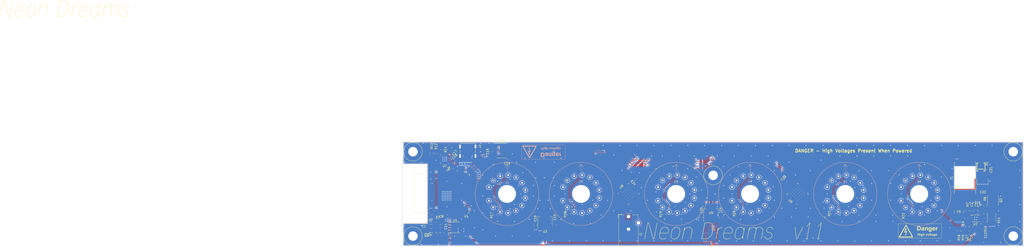
<source format=kicad_pcb>
(kicad_pcb (version 20171130) (host pcbnew "(5.0.2)-1")
  (layers (0 F.Cu signal) (31 B.Cu signal) (34 B.Paste user) (35 F.Paste user) (36 B.SilkS user) (37 F.SilkS user) (38 B.Mask user) (39 F.Mask user) (44 Edge.Cuts user))
  (net 0 "")
  (net 1 GND)
  (net 2 +3V3)
  (net 3 "Net-(C3-Pad1)")
  (net 4 VDD)
  (net 5 "Net-(C6-Pad1)")
  (net 6 "Net-(C7-Pad1)")
  (net 7 "Net-(C11-Pad1)")
  (net 8 +5V)
  (net 9 +170V)
  (net 10 "Net-(J2-Pad2)")
  (net 11 /MOSI)
  (net 12 /SCLK)
  (net 13 /LE)
  (net 14 /POL)
  (net 15 /BL)
  (net 16 /RTC_SCL)
  (net 17 /RTC_INT)
  (net 18 "Net-(R12-Pad2)")
  (net 19 "Net-(R18-Pad2)")
  (net 20 "Net-(R19-Pad2)")
  (net 21 "Net-(R20-Pad2)")
  (net 22 "Net-(R21-Pad2)")
  (net 23 "Net-(R22-Pad2)")
  (net 24 /RTC_RST)
  (net 25 /RTC_SDA)
  (net 26 /HVDIS)
  (net 27 "Net-(C4-Pad1)")
  (net 28 "Net-(C6-Pad2)")
  (net 29 "Net-(C8-Pad1)")
  (net 30 "Net-(C12-Pad1)")
  (net 31 "Net-(D1-Pad2)")
  (net 32 "Net-(J2-Pad1)")
  (net 33 "Net-(J2-Pad3)")
  (net 34 "Net-(Q2-Pad4)")
  (net 35 "Net-(Q2-Pad5)")
  (net 36 "Net-(Q2-Pad1)")
  (net 37 /ESP_EN)
  (net 38 "Net-(R8-Pad2)")
  (net 39 "Net-(R17-Pad2)")
  (net 40 /TX)
  (net 41 /RX)
  (net 42 /BOOT_MODE)
  (net 43 "Net-(U6-Pad15)")
  (net 44 "Net-(U6-Pad16)")
  (net 45 "Net-(U6-Pad17)")
  (net 46 "Net-(U6-Pad18)")
  (net 47 "Net-(U6-Pad20)")
  (net 48 "Net-(R14-Pad2)")
  (net 49 "Net-(U8-Pad1)")
  (net 50 "Net-(U8-Pad2)")
  (net 51 "Net-(U8-Pad3)")
  (net 52 "Net-(U8-Pad4)")
  (net 53 "Net-(U8-Pad5)")
  (net 54 "Net-(U8-Pad6)")
  (net 55 "Net-(U8-Pad7)")
  (net 56 "Net-(U8-Pad8)")
  (net 57 "Net-(U8-Pad9)")
  (net 58 "Net-(U8-Pad10)")
  (net 59 "Net-(U8-Pad11)")
  (net 60 "Net-(U8-Pad12)")
  (net 61 "Net-(U8-Pad13)")
  (net 62 "Net-(U8-Pad14)")
  (net 63 "Net-(U8-Pad15)")
  (net 64 "Net-(U8-Pad16)")
  (net 65 "Net-(U8-Pad17)")
  (net 66 "Net-(U8-Pad18)")
  (net 67 "Net-(U8-Pad19)")
  (net 68 "Net-(U8-Pad20)")
  (net 69 "Net-(U8-Pad23)")
  (net 70 "Net-(U8-Pad35)")
  (net 71 "Net-(U8-Pad36)")
  (net 72 "Net-(U8-Pad37)")
  (net 73 "Net-(U8-Pad38)")
  (net 74 "Net-(U8-Pad39)")
  (net 75 "Net-(U8-Pad40)")
  (net 76 "Net-(U8-Pad41)")
  (net 77 "Net-(U8-Pad42)")
  (net 78 "Net-(U8-Pad43)")
  (net 79 "Net-(U8-Pad44)")
  (net 80 "Net-(U9-Pad44)")
  (net 81 "Net-(U9-Pad43)")
  (net 82 "Net-(U9-Pad42)")
  (net 83 "Net-(U9-Pad41)")
  (net 84 "Net-(U9-Pad40)")
  (net 85 "Net-(U9-Pad39)")
  (net 86 "Net-(U9-Pad38)")
  (net 87 "Net-(U9-Pad37)")
  (net 88 "Net-(U9-Pad36)")
  (net 89 "Net-(U9-Pad35)")
  (net 90 "Net-(U9-Pad20)")
  (net 91 "Net-(U9-Pad19)")
  (net 92 "Net-(U9-Pad18)")
  (net 93 "Net-(U9-Pad17)")
  (net 94 "Net-(U9-Pad16)")
  (net 95 "Net-(U9-Pad15)")
  (net 96 "Net-(U9-Pad14)")
  (net 97 "Net-(U9-Pad13)")
  (net 98 "Net-(U9-Pad12)")
  (net 99 "Net-(U9-Pad11)")
  (net 100 "Net-(U9-Pad10)")
  (net 101 "Net-(U9-Pad9)")
  (net 102 "Net-(U9-Pad8)")
  (net 103 "Net-(U9-Pad7)")
  (net 104 "Net-(U9-Pad6)")
  (net 105 "Net-(U9-Pad5)")
  (net 106 "Net-(U9-Pad4)")
  (net 107 "Net-(U9-Pad3)")
  (net 108 "Net-(U9-Pad2)")
  (net 109 "Net-(U9-Pad1)")
  (module custom-parts:ProjectName125-800 (layer F.Cu) (at 0 100)
    (fp_text reference G*** hide)
    (fp_text value LOGO hide)
  )
  (module RF_Module:ESP32-WROOM-32 (layer F.Cu) (at 179.55 187.76659 90)
    (fp_text reference U1 (at -10.61 8.43 180) (layer F.SilkS))
    (fp_text value ESP32-WROOM-32D)
    (pad 38 smd rect (at 8.5 -8.255 90) (size 2 0.9) (layers F.Cu F.Paste F.Mask) (net 1 GND))
    (pad 37 smd rect (at 8.5 -6.985 90) (size 2 0.9) (layers F.Cu F.Paste F.Mask))
    (pad 36 smd rect (at 8.5 -5.715 90) (size 2 0.9) (layers F.Cu F.Paste F.Mask))
    (pad 35 smd rect (at 8.5 -4.445 90) (size 2 0.9) (layers F.Cu F.Paste F.Mask) (net 40 /TX))
    (pad 34 smd rect (at 8.5 -3.175 90) (size 2 0.9) (layers F.Cu F.Paste F.Mask) (net 41 /RX))
    (pad 33 smd rect (at 8.5 -1.905 90) (size 2 0.9) (layers F.Cu F.Paste F.Mask))
    (pad 32 smd rect (at 8.5 -0.635 90) (size 2 0.9) (layers F.Cu F.Paste F.Mask))
    (pad 31 smd rect (at 8.5 0.635 90) (size 2 0.9) (layers F.Cu F.Paste F.Mask))
    (pad 30 smd rect (at 8.5 1.905 90) (size 2 0.9) (layers F.Cu F.Paste F.Mask) (net 26 /HVDIS))
    (pad 29 smd rect (at 8.5 3.175 90) (size 2 0.9) (layers F.Cu F.Paste F.Mask))
    (pad 28 smd rect (at 8.5 4.445 90) (size 2 0.9) (layers F.Cu F.Paste F.Mask) (net 15 /BL))
    (pad 27 smd rect (at 8.5 5.715 90) (size 2 0.9) (layers F.Cu F.Paste F.Mask) (net 14 /POL))
    (pad 26 smd rect (at 8.5 6.985 90) (size 2 0.9) (layers F.Cu F.Paste F.Mask))
    (pad 25 smd rect (at 8.5 8.255 90) (size 2 0.9) (layers F.Cu F.Paste F.Mask) (net 42 /BOOT_MODE))
    (pad 24 smd rect (at 5.715 9.255 180) (size 2 0.9) (layers F.Cu F.Paste F.Mask))
    (pad 23 smd rect (at 4.445 9.255 180) (size 2 0.9) (layers F.Cu F.Paste F.Mask) (net 13 /LE))
    (pad 22 smd rect (at 3.175 9.255 180) (size 2 0.9) (layers F.Cu F.Paste F.Mask))
    (pad 21 smd rect (at 1.905 9.255 180) (size 2 0.9) (layers F.Cu F.Paste F.Mask))
    (pad 20 smd rect (at 0.635 9.255 180) (size 2 0.9) (layers F.Cu F.Paste F.Mask))
    (pad 19 smd rect (at -0.635 9.255 180) (size 2 0.9) (layers F.Cu F.Paste F.Mask))
    (pad 18 smd rect (at -1.905 9.255 180) (size 2 0.9) (layers F.Cu F.Paste F.Mask))
    (pad 17 smd rect (at -3.175 9.255 180) (size 2 0.9) (layers F.Cu F.Paste F.Mask))
    (pad 16 smd rect (at -4.445 9.255 180) (size 2 0.9) (layers F.Cu F.Paste F.Mask) (net 11 /MOSI))
    (pad 15 smd rect (at -5.715 9.255 180) (size 2 0.9) (layers F.Cu F.Paste F.Mask) (net 1 GND))
    (pad 14 smd rect (at -8.5 8.255 90) (size 2 0.9) (layers F.Cu F.Paste F.Mask))
    (pad 13 smd rect (at -8.5 6.985 90) (size 2 0.9) (layers F.Cu F.Paste F.Mask) (net 12 /SCLK))
    (pad 12 smd rect (at -8.5 5.715 90) (size 2 0.9) (layers F.Cu F.Paste F.Mask) (net 25 /RTC_SDA))
    (pad 11 smd rect (at -8.5 4.445 90) (size 2 0.9) (layers F.Cu F.Paste F.Mask) (net 16 /RTC_SCL))
    (pad 10 smd rect (at -8.5 3.175 90) (size 2 0.9) (layers F.Cu F.Paste F.Mask) (net 24 /RTC_RST))
    (pad 9 smd rect (at -8.5 1.905 90) (size 2 0.9) (layers F.Cu F.Paste F.Mask) (net 17 /RTC_INT))
    (pad 8 smd rect (at -8.5 0.635 90) (size 2 0.9) (layers F.Cu F.Paste F.Mask) (net 29 "Net-(C8-Pad1)"))
    (pad 7 smd rect (at -8.5 -0.635 90) (size 2 0.9) (layers F.Cu F.Paste F.Mask))
    (pad 6 smd rect (at -8.5 -1.905 90) (size 2 0.9) (layers F.Cu F.Paste F.Mask))
    (pad 5 smd rect (at -8.5 -3.175 90) (size 2 0.9) (layers F.Cu F.Paste F.Mask))
    (pad 4 smd rect (at -8.5 -4.445 90) (size 2 0.9) (layers F.Cu F.Paste F.Mask))
    (pad 3 smd rect (at -8.5 -5.715 90) (size 2 0.9) (layers F.Cu F.Paste F.Mask) (net 37 /ESP_EN))
    (pad 2 smd rect (at -8.5 -6.985 90) (size 2 0.9) (layers F.Cu F.Paste F.Mask) (net 2 +3V3))
    (pad 1 smd rect (at -8.5 -8.255 90) (size 2 0.9) (layers F.Cu F.Paste F.Mask) (net 1 GND))
    (pad 39 smd rect (at -1 -0.755 90) (size 5 5) (layers F.Cu F.Paste F.Mask) (net 1 GND))
  )
  (module Capacitor_SMD:C_0805_2012Metric_Pad1.15x1.40mm_HandSolder (layer F.Cu) (at 308.5592 198.9074 90)
    (fp_text reference C5 (at 3.6703 -0.0762 90) (layer F.SilkS))
    (fp_text value 1uF)
    (pad 2 smd roundrect (at 1.025 0 90) (size 1.15 1.4) (layers F.Cu F.Paste F.Mask) (roundrect_rratio 0.217391) (net 1 GND))
    (pad 1 smd roundrect (at -1.025 0 90) (size 1.15 1.4) (layers F.Cu F.Paste F.Mask) (roundrect_rratio 0.217391) (net 4 VDD))
  )
  (module Capacitor_SMD:C_0805_2012Metric_Pad1.15x1.40mm_HandSolder (layer F.Cu) (at 299.2374 198.9582 270)
    (fp_text reference C20 (at -3.2766 -0.0635 270) (layer F.SilkS))
    (fp_text value 4.7uF)
    (pad 2 smd roundrect (at 1.025 0 270) (size 1.15 1.4) (layers F.Cu F.Paste F.Mask) (roundrect_rratio 0.217391) (net 1 GND))
    (pad 1 smd roundrect (at -1.025 0 270) (size 1.15 1.4) (layers F.Cu F.Paste F.Mask) (roundrect_rratio 0.217391) (net 8 +5V))
  )
  (module Package_TO_SOT_SMD:SOT-223-3_TabPin2 (layer F.Cu) (at 303.8856 196.8754 90)
    (fp_text reference U5 (at 0.0508 -0.0254 180) (layer F.SilkS))
    (fp_text value LDL1117)
    (pad 2 smd rect (at 3.15 0 90) (size 2 3.8) (layers F.Cu F.Paste F.Mask) (net 8 +5V))
    (pad 2 smd rect (at -3.15 0 90) (size 2 1.5) (layers F.Cu F.Paste F.Mask) (net 8 +5V))
    (pad 3 smd rect (at -3.15 2.3 90) (size 2 1.5) (layers F.Cu F.Paste F.Mask) (net 4 VDD))
    (pad 1 smd rect (at -3.15 -2.3 90) (size 2 1.5) (layers F.Cu F.Paste F.Mask) (net 1 GND))
  )
  (module Resistor_SMD:R_0805_2012Metric_Pad1.15x1.40mm_HandSolder (layer F.Cu) (at 201.70902 198.02348 90)
    (fp_text reference R17 (at -0.01016 -1.73228 90) (layer F.SilkS))
    (fp_text value 7.3k)
    (pad 2 smd roundrect (at 1.025 0 90) (size 1.15 1.4) (layers F.Cu F.Paste F.Mask) (roundrect_rratio 0.217391) (net 39 "Net-(R17-Pad2)"))
    (pad 1 smd roundrect (at -1.025 0 90) (size 1.15 1.4) (layers F.Cu F.Paste F.Mask) (roundrect_rratio 0.217391) (net 9 +170V))
  )
  (module "custom-parts:IN-18 Socket" (layer B.Cu) (at 242.3508 187.8838 180)
    (fp_text reference V2 (at 0 5.8166 180) (layer B.SilkS) (effects (justify mirror)))
    (fp_text value IN-18)
    (pad 8 thru_hole circle (at -8.641705 -1.986129 175.5) (size 2 2) (drill 0.8) (layers *.Cu *.Mask))
    (pad 2 thru_hole circle (at 6.453142 6.381081 175.5) (size 2 2) (drill 0.8) (layers *.Cu *.Mask) (net 53 "Net-(U8-Pad5)"))
    (pad 10 thru_hole circle (at -4.14947 -7.947527 175.5) (size 2 2) (drill 0.8) (layers *.Cu *.Mask) (net 51 "Net-(U8-Pad3)"))
    (pad 4 thru_hole circle (at -0.561173 8.934083 175.5) (size 2 2) (drill 0.8) (layers *.Cu *.Mask) (net 19 "Net-(R18-Pad2)"))
    (pad 5 thru_hole circle (at -4.218327 7.833404 175.5) (size 2 2) (drill 0.8) (layers *.Cu *.Mask) (net 55 "Net-(U8-Pad7)"))
    (pad 1 thru_hole circle (at 8.547182 3.187138 175.5) (size 2 2) (drill 0.8) (layers *.Cu *.Mask))
    (pad 11 thru_hole circle (at -0.482849 -9.016249 175.5) (size 2 2) (drill 0.8) (layers *.Cu *.Mask) (net 50 "Net-(U8-Pad2)"))
    (pad 7 thru_hole circle (at -8.658369 1.833032 175.5) (size 2 2) (drill 0.8) (layers *.Cu *.Mask) (net 52 "Net-(U8-Pad4)"))
    (pad 6 thru_hole circle (at -7.089753 5.315232 175.5) (size 2 2) (drill 0.8) (layers *.Cu *.Mask) (net 56 "Net-(U8-Pad8)"))
    (pad 9 thru_hole circle (at -7.042761 -5.454508 175.5) (size 2 2) (drill 0.8) (layers *.Cu *.Mask) (net 57 "Net-(U8-Pad9)"))
    (pad 3 thru_hole circle (at 3.22314 8.41906 175.5) (size 2 2) (drill 0.8) (layers *.Cu *.Mask) (net 54 "Net-(U8-Pad6)"))
    (pad 12 thru_hole circle (at 3.296825 -8.468223 175.5) (size 2 2) (drill 0.8) (layers *.Cu *.Mask) (net 19 "Net-(R18-Pad2)"))
    (pad 13 thru_hole circle (at 6.508919 -6.402134 175.5) (size 2 2) (drill 0.8) (layers *.Cu *.Mask) (net 49 "Net-(U8-Pad1)"))
    (pad 14 thru_hole circle (at 8.575008 -3.190039 175.5) (size 2 2) (drill 0.8) (layers *.Cu *.Mask) (net 58 "Net-(U8-Pad10)"))
    (pad "" np_thru_hole circle (at 0 0 180) (size 8 8) (drill 8) (layers *.Cu *.Mask))
  )
  (module "custom-parts:IN-18 Socket" (layer B.Cu) (at 402.3508 187.8838 180)
    (fp_text reference V6 (at 0.0006 5.7658 180) (layer B.SilkS) (effects (justify mirror)))
    (fp_text value IN-18)
    (pad 8 thru_hole circle (at -8.641705 -1.986129 175.5) (size 2 2) (drill 0.8) (layers *.Cu *.Mask))
    (pad 2 thru_hole circle (at 6.453142 6.381081 175.5) (size 2 2) (drill 0.8) (layers *.Cu *.Mask) (net 95 "Net-(U9-Pad15)"))
    (pad 10 thru_hole circle (at -4.14947 -7.947527 175.5) (size 2 2) (drill 0.8) (layers *.Cu *.Mask) (net 97 "Net-(U9-Pad13)"))
    (pad 4 thru_hole circle (at -0.561173 8.934083 175.5) (size 2 2) (drill 0.8) (layers *.Cu *.Mask) (net 23 "Net-(R22-Pad2)"))
    (pad 5 thru_hole circle (at -4.218327 7.833404 175.5) (size 2 2) (drill 0.8) (layers *.Cu *.Mask) (net 93 "Net-(U9-Pad17)"))
    (pad 1 thru_hole circle (at 8.547182 3.187138 175.5) (size 2 2) (drill 0.8) (layers *.Cu *.Mask))
    (pad 11 thru_hole circle (at -0.482849 -9.016249 175.5) (size 2 2) (drill 0.8) (layers *.Cu *.Mask) (net 98 "Net-(U9-Pad12)"))
    (pad 7 thru_hole circle (at -8.658369 1.833032 175.5) (size 2 2) (drill 0.8) (layers *.Cu *.Mask) (net 96 "Net-(U9-Pad14)"))
    (pad 6 thru_hole circle (at -7.089753 5.315232 175.5) (size 2 2) (drill 0.8) (layers *.Cu *.Mask) (net 92 "Net-(U9-Pad18)"))
    (pad 9 thru_hole circle (at -7.042761 -5.454508 175.5) (size 2 2) (drill 0.8) (layers *.Cu *.Mask) (net 91 "Net-(U9-Pad19)"))
    (pad 3 thru_hole circle (at 3.22314 8.41906 175.5) (size 2 2) (drill 0.8) (layers *.Cu *.Mask) (net 94 "Net-(U9-Pad16)"))
    (pad 12 thru_hole circle (at 3.296825 -8.468223 175.5) (size 2 2) (drill 0.8) (layers *.Cu *.Mask) (net 23 "Net-(R22-Pad2)"))
    (pad 13 thru_hole circle (at 6.508919 -6.402134 175.5) (size 2 2) (drill 0.8) (layers *.Cu *.Mask) (net 99 "Net-(U9-Pad11)"))
    (pad 14 thru_hole circle (at 8.575008 -3.190039 175.5) (size 2 2) (drill 0.8) (layers *.Cu *.Mask) (net 90 "Net-(U9-Pad20)"))
    (pad "" np_thru_hole circle (at 0 0 180) (size 8 8) (drill 8) (layers *.Cu *.Mask))
  )
  (module "custom-parts:IN-18 Socket" (layer B.Cu) (at 207.3508 187.8838 180)
    (fp_text reference V1 (at -0.026 5.3848 180) (layer B.SilkS) (effects (justify mirror)))
    (fp_text value IN-18)
    (pad 8 thru_hole circle (at -8.641705 -1.986129 175.5) (size 2 2) (drill 0.8) (layers *.Cu *.Mask))
    (pad 2 thru_hole circle (at 6.453142 6.381081 175.5) (size 2 2) (drill 0.8) (layers *.Cu *.Mask) (net 74 "Net-(U8-Pad39)"))
    (pad 10 thru_hole circle (at -4.14947 -7.947527 175.5) (size 2 2) (drill 0.8) (layers *.Cu *.Mask) (net 72 "Net-(U8-Pad37)"))
    (pad 4 thru_hole circle (at -0.561173 8.934083 175.5) (size 2 2) (drill 0.8) (layers *.Cu *.Mask) (net 39 "Net-(R17-Pad2)"))
    (pad 5 thru_hole circle (at -4.218327 7.833404 175.5) (size 2 2) (drill 0.8) (layers *.Cu *.Mask) (net 76 "Net-(U8-Pad41)"))
    (pad 1 thru_hole circle (at 8.547182 3.187138 175.5) (size 2 2) (drill 0.8) (layers *.Cu *.Mask))
    (pad 11 thru_hole circle (at -0.482849 -9.016249 175.5) (size 2 2) (drill 0.8) (layers *.Cu *.Mask) (net 71 "Net-(U8-Pad36)"))
    (pad 7 thru_hole circle (at -8.658369 1.833032 175.5) (size 2 2) (drill 0.8) (layers *.Cu *.Mask) (net 73 "Net-(U8-Pad38)"))
    (pad 6 thru_hole circle (at -7.089753 5.315232 175.5) (size 2 2) (drill 0.8) (layers *.Cu *.Mask) (net 77 "Net-(U8-Pad42)"))
    (pad 9 thru_hole circle (at -7.042761 -5.454508 175.5) (size 2 2) (drill 0.8) (layers *.Cu *.Mask) (net 78 "Net-(U8-Pad43)"))
    (pad 3 thru_hole circle (at 3.22314 8.41906 175.5) (size 2 2) (drill 0.8) (layers *.Cu *.Mask) (net 75 "Net-(U8-Pad40)"))
    (pad 12 thru_hole circle (at 3.296825 -8.468223 175.5) (size 2 2) (drill 0.8) (layers *.Cu *.Mask) (net 39 "Net-(R17-Pad2)"))
    (pad 13 thru_hole circle (at 6.508919 -6.402134 175.5) (size 2 2) (drill 0.8) (layers *.Cu *.Mask) (net 70 "Net-(U8-Pad35)"))
    (pad 14 thru_hole circle (at 8.575008 -3.190039 175.5) (size 2 2) (drill 0.8) (layers *.Cu *.Mask) (net 79 "Net-(U8-Pad44)"))
    (pad "" np_thru_hole circle (at 0 0 180) (size 8 8) (drill 8) (layers *.Cu *.Mask))
  )
  (module "custom-parts:IN-18 Socket" (layer B.Cu) (at 367.3508 187.8838 180)
    (fp_text reference V5 (at 0 5.6896 180) (layer B.SilkS) (effects (justify mirror)))
    (fp_text value IN-18)
    (pad 8 thru_hole circle (at -8.641705 -1.986129 175.5) (size 2 2) (drill 0.8) (layers *.Cu *.Mask))
    (pad 2 thru_hole circle (at 6.453142 6.381081 175.5) (size 2 2) (drill 0.8) (layers *.Cu *.Mask) (net 105 "Net-(U9-Pad5)"))
    (pad 10 thru_hole circle (at -4.14947 -7.947527 175.5) (size 2 2) (drill 0.8) (layers *.Cu *.Mask) (net 107 "Net-(U9-Pad3)"))
    (pad 4 thru_hole circle (at -0.561173 8.934083 175.5) (size 2 2) (drill 0.8) (layers *.Cu *.Mask) (net 22 "Net-(R21-Pad2)"))
    (pad 5 thru_hole circle (at -4.218327 7.833404 175.5) (size 2 2) (drill 0.8) (layers *.Cu *.Mask) (net 103 "Net-(U9-Pad7)"))
    (pad 1 thru_hole circle (at 8.547182 3.187138 175.5) (size 2 2) (drill 0.8) (layers *.Cu *.Mask))
    (pad 11 thru_hole circle (at -0.482849 -9.016249 175.5) (size 2 2) (drill 0.8) (layers *.Cu *.Mask) (net 108 "Net-(U9-Pad2)"))
    (pad 7 thru_hole circle (at -8.658369 1.833032 175.5) (size 2 2) (drill 0.8) (layers *.Cu *.Mask) (net 106 "Net-(U9-Pad4)"))
    (pad 6 thru_hole circle (at -7.089753 5.315232 175.5) (size 2 2) (drill 0.8) (layers *.Cu *.Mask) (net 102 "Net-(U9-Pad8)"))
    (pad 9 thru_hole circle (at -7.042761 -5.454508 175.5) (size 2 2) (drill 0.8) (layers *.Cu *.Mask) (net 101 "Net-(U9-Pad9)"))
    (pad 3 thru_hole circle (at 3.22314 8.41906 175.5) (size 2 2) (drill 0.8) (layers *.Cu *.Mask) (net 104 "Net-(U9-Pad6)"))
    (pad 12 thru_hole circle (at 3.296825 -8.468223 175.5) (size 2 2) (drill 0.8) (layers *.Cu *.Mask) (net 22 "Net-(R21-Pad2)"))
    (pad 13 thru_hole circle (at 6.508919 -6.402134 175.5) (size 2 2) (drill 0.8) (layers *.Cu *.Mask) (net 109 "Net-(U9-Pad1)"))
    (pad 14 thru_hole circle (at 8.575008 -3.190039 175.5) (size 2 2) (drill 0.8) (layers *.Cu *.Mask) (net 100 "Net-(U9-Pad10)"))
    (pad "" np_thru_hole circle (at 0 0 180) (size 8 8) (drill 8) (layers *.Cu *.Mask))
  )
  (module "custom-parts:IN-18 Socket" (layer B.Cu) (at 322.3508 187.8838 180)
    (fp_text reference V4 (at -0.016 5.9182 180) (layer B.SilkS) (effects (justify mirror)))
    (fp_text value IN-18)
    (pad 8 thru_hole circle (at -8.641705 -1.986129 175.5) (size 2 2) (drill 0.8) (layers *.Cu *.Mask))
    (pad 2 thru_hole circle (at 6.453142 6.381081 175.5) (size 2 2) (drill 0.8) (layers *.Cu *.Mask) (net 85 "Net-(U9-Pad39)"))
    (pad 10 thru_hole circle (at -4.14947 -7.947527 175.5) (size 2 2) (drill 0.8) (layers *.Cu *.Mask) (net 87 "Net-(U9-Pad37)"))
    (pad 4 thru_hole circle (at -0.561173 8.934083 175.5) (size 2 2) (drill 0.8) (layers *.Cu *.Mask) (net 21 "Net-(R20-Pad2)"))
    (pad 5 thru_hole circle (at -4.218327 7.833404 175.5) (size 2 2) (drill 0.8) (layers *.Cu *.Mask) (net 83 "Net-(U9-Pad41)"))
    (pad 1 thru_hole circle (at 8.547182 3.187138 175.5) (size 2 2) (drill 0.8) (layers *.Cu *.Mask))
    (pad 11 thru_hole circle (at -0.482849 -9.016249 175.5) (size 2 2) (drill 0.8) (layers *.Cu *.Mask) (net 88 "Net-(U9-Pad36)"))
    (pad 7 thru_hole circle (at -8.658369 1.833032 175.5) (size 2 2) (drill 0.8) (layers *.Cu *.Mask) (net 86 "Net-(U9-Pad38)"))
    (pad 6 thru_hole circle (at -7.089753 5.315232 175.5) (size 2 2) (drill 0.8) (layers *.Cu *.Mask) (net 82 "Net-(U9-Pad42)"))
    (pad 9 thru_hole circle (at -7.042761 -5.454508 175.5) (size 2 2) (drill 0.8) (layers *.Cu *.Mask) (net 81 "Net-(U9-Pad43)"))
    (pad 3 thru_hole circle (at 3.22314 8.41906 175.5) (size 2 2) (drill 0.8) (layers *.Cu *.Mask) (net 84 "Net-(U9-Pad40)"))
    (pad 12 thru_hole circle (at 3.296825 -8.468223 175.5) (size 2 2) (drill 0.8) (layers *.Cu *.Mask) (net 21 "Net-(R20-Pad2)"))
    (pad 13 thru_hole circle (at 6.508919 -6.402134 175.5) (size 2 2) (drill 0.8) (layers *.Cu *.Mask) (net 89 "Net-(U9-Pad35)"))
    (pad 14 thru_hole circle (at 8.575008 -3.190039 175.5) (size 2 2) (drill 0.8) (layers *.Cu *.Mask) (net 80 "Net-(U9-Pad44)"))
    (pad "" np_thru_hole circle (at 0 0 180) (size 8 8) (drill 8) (layers *.Cu *.Mask))
  )
  (module "custom-parts:IN-18 Socket" (layer B.Cu) (at 287.3508 187.8838 180)
    (fp_text reference V3 (at 0 5.6134 180) (layer B.SilkS) (effects (justify mirror)))
    (fp_text value IN-18)
    (pad 8 thru_hole circle (at -8.641705 -1.986129 175.5) (size 2 2) (drill 0.8) (layers *.Cu *.Mask))
    (pad 2 thru_hole circle (at 6.453142 6.381081 175.5) (size 2 2) (drill 0.8) (layers *.Cu *.Mask) (net 63 "Net-(U8-Pad15)"))
    (pad 10 thru_hole circle (at -4.14947 -7.947527 175.5) (size 2 2) (drill 0.8) (layers *.Cu *.Mask) (net 61 "Net-(U8-Pad13)"))
    (pad 4 thru_hole circle (at -0.561173 8.934083 175.5) (size 2 2) (drill 0.8) (layers *.Cu *.Mask) (net 20 "Net-(R19-Pad2)"))
    (pad 5 thru_hole circle (at -4.218327 7.833404 175.5) (size 2 2) (drill 0.8) (layers *.Cu *.Mask) (net 65 "Net-(U8-Pad17)"))
    (pad 1 thru_hole circle (at 8.547182 3.187138 175.5) (size 2 2) (drill 0.8) (layers *.Cu *.Mask))
    (pad 11 thru_hole circle (at -0.482849 -9.016249 175.5) (size 2 2) (drill 0.8) (layers *.Cu *.Mask) (net 60 "Net-(U8-Pad12)"))
    (pad 7 thru_hole circle (at -8.658369 1.833032 175.5) (size 2 2) (drill 0.8) (layers *.Cu *.Mask) (net 62 "Net-(U8-Pad14)"))
    (pad 6 thru_hole circle (at -7.089753 5.315232 175.5) (size 2 2) (drill 0.8) (layers *.Cu *.Mask) (net 66 "Net-(U8-Pad18)"))
    (pad 9 thru_hole circle (at -7.042761 -5.454508 175.5) (size 2 2) (drill 0.8) (layers *.Cu *.Mask) (net 67 "Net-(U8-Pad19)"))
    (pad 3 thru_hole circle (at 3.22314 8.41906 175.5) (size 2 2) (drill 0.8) (layers *.Cu *.Mask) (net 64 "Net-(U8-Pad16)"))
    (pad 12 thru_hole circle (at 3.296825 -8.468223 175.5) (size 2 2) (drill 0.8) (layers *.Cu *.Mask) (net 20 "Net-(R19-Pad2)"))
    (pad 13 thru_hole circle (at 6.508919 -6.402134 175.5) (size 2 2) (drill 0.8) (layers *.Cu *.Mask) (net 59 "Net-(U8-Pad11)"))
    (pad 14 thru_hole circle (at 8.575008 -3.190039 175.5) (size 2 2) (drill 0.8) (layers *.Cu *.Mask) (net 68 "Net-(U8-Pad20)"))
    (pad "" np_thru_hole circle (at 0 0 180) (size 8 8) (drill 8) (layers *.Cu *.Mask))
  )
  (module Connector_BarrelJack:BarrelJack_CUI_PJ-102AH_Horizontal (layer F.Cu) (at 264.8204 198.6026)
    (fp_text reference J1 (at 5.75 8.45 90) (layer F.SilkS))
    (fp_text value Barrel_Jack)
    (pad 3 thru_hole circle (at 4.7 3) (size 2.6 2.6) (drill 1.6) (layers *.Cu *.Mask))
    (pad 2 thru_hole circle (at 0 6) (size 2.6 2.6) (drill 1.6) (layers *.Cu *.Mask) (net 1 GND))
    (pad 1 thru_hole rect (at 0 0) (size 2.6 2.6) (drill 1.6) (layers *.Cu *.Mask) (net 4 VDD))
  )
  (module Capacitor_SMD:C_0805_2012Metric_Pad1.15x1.40mm_HandSolder (layer F.Cu) (at 171.803 198.58699 180)
    (fp_text reference C2 (at 0.5562 -1.61581 180) (layer F.SilkS))
    (fp_text value 1uF)
    (pad 1 smd roundrect (at -1.025 0 180) (size 1.15 1.4) (layers F.Cu F.Paste F.Mask) (roundrect_rratio 0.217391) (net 2 +3V3))
    (pad 2 smd roundrect (at 1.025 0 180) (size 1.15 1.4) (layers F.Cu F.Paste F.Mask) (roundrect_rratio 0.217391) (net 1 GND))
  )
  (module Capacitor_SMD:C_0805_2012Metric_Pad1.15x1.40mm_HandSolder (layer F.Cu) (at 427.189113 195.81077 90)
    (fp_text reference C3 (at 2.794 0 90) (layer F.SilkS))
    (fp_text value 470pF)
    (pad 2 smd roundrect (at 1.025 0 90) (size 1.15 1.4) (layers F.Cu F.Paste F.Mask) (roundrect_rratio 0.217391) (net 1 GND))
    (pad 1 smd roundrect (at -1.025 0 90) (size 1.15 1.4) (layers F.Cu F.Paste F.Mask) (roundrect_rratio 0.217391) (net 3 "Net-(C3-Pad1)"))
  )
  (module Capacitor_SMD:C_0805_2012Metric_Pad1.15x1.40mm_HandSolder (layer F.Cu) (at 424.7208 199.5738 270)
    (fp_text reference C4 (at 2.153 1.506 270) (layer F.SilkS))
    (fp_text value 200nF)
    (pad 1 smd roundrect (at -1.025 0 270) (size 1.15 1.4) (layers F.Cu F.Paste F.Mask) (roundrect_rratio 0.217391) (net 27 "Net-(C4-Pad1)"))
    (pad 2 smd roundrect (at 1.025 0 270) (size 1.15 1.4) (layers F.Cu F.Paste F.Mask) (roundrect_rratio 0.217391) (net 1 GND))
  )
  (module Capacitor_SMD:C_0805_2012Metric_Pad1.15x1.40mm_HandSolder (layer F.Cu) (at 426.991766 203.344276 90)
    (fp_text reference C6 (at -4.789524 0.009034 90) (layer F.SilkS))
    (fp_text value 5.5nF)
    (pad 2 smd roundrect (at 1.025 0 90) (size 1.15 1.4) (layers F.Cu F.Paste F.Mask) (roundrect_rratio 0.217391) (net 28 "Net-(C6-Pad2)"))
    (pad 1 smd roundrect (at -1.025 0 90) (size 1.15 1.4) (layers F.Cu F.Paste F.Mask) (roundrect_rratio 0.217391) (net 5 "Net-(C6-Pad1)"))
  )
  (module Capacitor_SMD:C_0805_2012Metric_Pad1.15x1.40mm_HandSolder (layer F.Cu) (at 425.021766 203.344276 90)
    (fp_text reference C7 (at -4.819524 -0.040966 90) (layer F.SilkS))
    (fp_text value 7.4pF)
    (pad 2 smd roundrect (at 1.025 0 90) (size 1.15 1.4) (layers F.Cu F.Paste F.Mask) (roundrect_rratio 0.217391) (net 28 "Net-(C6-Pad2)"))
    (pad 1 smd roundrect (at -1.025 0 90) (size 1.15 1.4) (layers F.Cu F.Paste F.Mask) (roundrect_rratio 0.217391) (net 6 "Net-(C7-Pad1)"))
  )
  (module Capacitor_SMD:C_0805_2012Metric_Pad1.15x1.40mm_HandSolder (layer F.Cu) (at 179.1436 198.53619 180)
    (fp_text reference C8 (at 2.8194 -0.01561 180) (layer F.SilkS))
    (fp_text value 0.1uF)
    (pad 1 smd roundrect (at -1.025 0 180) (size 1.15 1.4) (layers F.Cu F.Paste F.Mask) (roundrect_rratio 0.217391) (net 29 "Net-(C8-Pad1)"))
    (pad 2 smd roundrect (at 1.025 0 180) (size 1.15 1.4) (layers F.Cu F.Paste F.Mask) (roundrect_rratio 0.217391) (net 1 GND))
  )
  (module Capacitor_SMD:C_2816_7142Metric_Pad3.20x4.45mm_HandSolder (layer F.Cu) (at 421.1308 196.2838 270)
    (fp_text reference C9 (at 0.04 0.09) (layer F.SilkS))
    (fp_text value "220uF 25mOhm")
    (pad 2 smd roundrect (at 2.6 0 270) (size 3.2 4.45) (layers F.Cu F.Paste F.Mask) (roundrect_rratio 0.078125) (net 1 GND))
    (pad 1 smd roundrect (at -2.6 0 270) (size 3.2 4.45) (layers F.Cu F.Paste F.Mask) (roundrect_rratio 0.078125) (net 4 VDD))
  )
  (module Capacitor_SMD:C_0805_2012Metric_Pad1.15x1.40mm_HandSolder (layer F.Cu) (at 220.7006 202.6412 270)
    (fp_text reference C10 (at -3.0988 0 270) (layer F.SilkS))
    (fp_text value 4.7uF)
    (pad 2 smd roundrect (at 1.025 0 270) (size 1.15 1.4) (layers F.Cu F.Paste F.Mask) (roundrect_rratio 0.217391) (net 1 GND))
    (pad 1 smd roundrect (at -1.025 0 270) (size 1.15 1.4) (layers F.Cu F.Paste F.Mask) (roundrect_rratio 0.217391) (net 2 +3V3))
  )
  (module Capacitor_SMD:C_0805_2012Metric_Pad1.15x1.40mm_HandSolder (layer F.Cu) (at 430.0508 194.7538 180)
    (fp_text reference C11 (at 0.08 2.78 180) (layer F.SilkS))
    (fp_text value 1uF)
    (pad 1 smd roundrect (at -1.025 0 180) (size 1.15 1.4) (layers F.Cu F.Paste F.Mask) (roundrect_rratio 0.217391) (net 7 "Net-(C11-Pad1)"))
    (pad 2 smd roundrect (at 1.025 0 180) (size 1.15 1.4) (layers F.Cu F.Paste F.Mask) (roundrect_rratio 0.217391) (net 1 GND))
  )
  (module Capacitor_SMD:C_0805_2012Metric_Pad1.15x1.40mm_HandSolder (layer F.Cu) (at 433.6308 201.1538 270)
    (fp_text reference C12 (at 6.288 -0.125 270) (layer F.SilkS))
    (fp_text value 230pF)
    (pad 1 smd roundrect (at -1.025 0 270) (size 1.15 1.4) (layers F.Cu F.Paste F.Mask) (roundrect_rratio 0.217391) (net 30 "Net-(C12-Pad1)"))
    (pad 2 smd roundrect (at 1.025 0 270) (size 1.15 1.4) (layers F.Cu F.Paste F.Mask) (roundrect_rratio 0.217391) (net 1 GND))
  )
  (module Capacitor_SMD:C_0805_2012Metric_Pad1.15x1.40mm_HandSolder (layer F.Cu) (at 430.0508 196.7138 180)
    (fp_text reference C13 (at 0.04 3.53 180) (layer F.SilkS))
    (fp_text value 1uF)
    (pad 1 smd roundrect (at -1.025 0 180) (size 1.15 1.4) (layers F.Cu F.Paste F.Mask) (roundrect_rratio 0.217391) (net 4 VDD))
    (pad 2 smd roundrect (at 1.025 0 180) (size 1.15 1.4) (layers F.Cu F.Paste F.Mask) (roundrect_rratio 0.217391) (net 1 GND))
  )
  (module Capacitor_SMD:C_0805_2012Metric_Pad1.15x1.40mm_HandSolder (layer F.Cu) (at 175.7934 203.2508)
    (fp_text reference C14 (at 2.54 0.0762 -270) (layer F.SilkS))
    (fp_text value 0.1uF)
    (pad 2 smd roundrect (at 1.025 0) (size 1.15 1.4) (layers F.Cu F.Paste F.Mask) (roundrect_rratio 0.217391) (net 1 GND))
    (pad 1 smd roundrect (at -1.025 0) (size 1.15 1.4) (layers F.Cu F.Paste F.Mask) (roundrect_rratio 0.217391) (net 2 +3V3))
  )
  (module Capacitor_SMD:C_0805_2012Metric_Pad1.15x1.40mm_HandSolder (layer F.Cu) (at 229.9716 202.6412 90)
    (fp_text reference C15 (at 3.6957 0 90) (layer F.SilkS))
    (fp_text value 1uF)
    (pad 1 smd roundrect (at -1.025 0 90) (size 1.15 1.4) (layers F.Cu F.Paste F.Mask) (roundrect_rratio 0.217391) (net 4 VDD))
    (pad 2 smd roundrect (at 1.025 0 90) (size 1.15 1.4) (layers F.Cu F.Paste F.Mask) (roundrect_rratio 0.217391) (net 1 GND))
  )
  (module Capacitor_SMD:C_0805_2012Metric_Pad1.15x1.40mm_HandSolder (layer F.Cu) (at 434.6808 176.4138 270)
    (fp_text reference C21 (at 0 -1.65 270) (layer F.SilkS))
    (fp_text value "100pF 250V")
    (pad 2 smd roundrect (at 1.025 0 270) (size 1.15 1.4) (layers F.Cu F.Paste F.Mask) (roundrect_rratio 0.217391) (net 9 +170V))
    (pad 1 smd roundrect (at -1.025 0 270) (size 1.15 1.4) (layers F.Cu F.Paste F.Mask) (roundrect_rratio 0.217391) (net 1 GND))
  )
  (module Capacitor_SMD:C_2220_5650Metric_Pad1.97x5.40mm_HandSolder (layer F.Cu) (at 432.3308 182.2838 90)
    (fp_text reference C22 (at -4.7498 0.1524 -180) (layer F.SilkS))
    (fp_text value "2uF 250V 67mOhm")
    (pad 2 smd roundrect (at 2.6375 0 90) (size 1.975 5.4) (layers F.Cu F.Paste F.Mask) (roundrect_rratio 0.126582) (net 9 +170V))
    (pad 1 smd roundrect (at -2.6375 0 90) (size 1.975 5.4) (layers F.Cu F.Paste F.Mask) (roundrect_rratio 0.126582) (net 1 GND))
  )
  (module custom-parts:SOD-128-2 (layer F.Cu) (at 431.5508 175.1338 90)
    (fp_text reference D1 (at 1.601 2.84 90) (layer F.SilkS))
    (fp_text value RFN2LAM6STFTR)
    (pad 2 smd rect (at 2.2 0 180) (size 2 1.4) (layers F.Cu F.Paste F.Mask) (net 31 "Net-(D1-Pad2)"))
    (pad 1 smd rect (at -2.2 0 180) (size 2 1.4) (layers F.Cu F.Paste F.Mask) (net 9 +170V))
  )
  (module Resistor_SMD:R_1206_3216Metric_Pad1.42x1.75mm_HandSolder (layer B.Cu) (at 304.8508 202.8838)
    (fp_text reference Q1 (at 0 1.82) (layer B.SilkS) (effects (justify mirror)))
    (fp_text value Q_Photo_NPN)
    (pad 2 smd roundrect (at 1.4875 0) (size 1.425 1.75) (layers B.Cu B.Paste B.Mask) (roundrect_rratio 0.175439) (net 29 "Net-(C8-Pad1)"))
    (pad 1 smd roundrect (at -1.4875 0) (size 1.425 1.75) (layers B.Cu B.Paste B.Mask) (roundrect_rratio 0.175439) (net 2 +3V3))
  )
  (module Package_TO_SOT_SMD:LFPAK56 (layer F.Cu) (at 437.2508 190.8538 90)
    (fp_text reference Q2 (at -0.06 3.77 90) (layer F.SilkS))
    (fp_text value BUK7Y9R9-80EX)
    (pad 4 smd rect (at -2.835 1.91) (size 0.7 1.15) (layers F.Cu F.Paste F.Mask) (net 34 "Net-(Q2-Pad4)"))
    (pad 5 smd rect (at 0.435 0) (size 4.2 3.3) (layers F.Cu F.Mask) (net 35 "Net-(Q2-Pad5)"))
    (pad 5 smd rect (at 2.635 0) (size 4.7 1.55) (layers F.Cu F.Mask) (net 35 "Net-(Q2-Pad5)"))
    (pad 3 smd rect (at -2.835 0.64) (size 0.7 1.15) (layers F.Cu F.Paste F.Mask) (net 36 "Net-(Q2-Pad1)"))
    (pad 1 smd rect (at -2.835 -1.91) (size 0.7 1.15) (layers F.Cu F.Paste F.Mask) (net 36 "Net-(Q2-Pad1)"))
    (pad 2 smd rect (at -2.835 -0.64) (size 0.7 1.15) (layers F.Cu F.Paste F.Mask) (net 36 "Net-(Q2-Pad1)"))
  )
  (module Resistor_SMD:R_0805_2012Metric_Pad1.15x1.40mm_HandSolder (layer F.Cu) (at 425.207913 195.81077 270)
    (fp_text reference R1 (at -2.8194 -0.0508 270) (layer F.SilkS))
    (fp_text value 400k)
    (pad 2 smd roundrect (at 1.025 0 270) (size 1.15 1.4) (layers F.Cu F.Paste F.Mask) (roundrect_rratio 0.217391) (net 3 "Net-(C3-Pad1)"))
    (pad 1 smd roundrect (at -1.025 0 270) (size 1.15 1.4) (layers F.Cu F.Paste F.Mask) (roundrect_rratio 0.217391) (net 4 VDD))
  )
  (module Resistor_SMD:R_0805_2012Metric_Pad1.15x1.40mm_HandSolder (layer F.Cu) (at 173.9366 200.59359)
    (fp_text reference R2 (at 0.6122 -1.66079) (layer F.SilkS))
    (fp_text value 10k)
    (pad 1 smd roundrect (at -1.025 0) (size 1.15 1.4) (layers F.Cu F.Paste F.Mask) (roundrect_rratio 0.217391) (net 2 +3V3))
    (pad 2 smd roundrect (at 1.025 0) (size 1.15 1.4) (layers F.Cu F.Paste F.Mask) (roundrect_rratio 0.217391) (net 37 /ESP_EN))
  )
  (module Resistor_SMD:R_0805_2012Metric_Pad1.15x1.40mm_HandSolder (layer F.Cu) (at 172.8952 206.25779 270)
    (fp_text reference R3 (at 1.0668 3.9116 270) (layer F.SilkS))
    (fp_text value 2k)
    (pad 1 smd roundrect (at -1.025 0 270) (size 1.15 1.4) (layers F.Cu F.Paste F.Mask) (roundrect_rratio 0.217391) (net 2 +3V3))
    (pad 2 smd roundrect (at 1.025 0 270) (size 1.15 1.4) (layers F.Cu F.Paste F.Mask) (roundrect_rratio 0.217391) (net 25 /RTC_SDA))
  )
  (module Resistor_SMD:R_0805_2012Metric_Pad1.15x1.40mm_HandSolder (layer F.Cu) (at 174.851 206.25779 270)
    (fp_text reference R4 (at 1.0668 4.699 90) (layer F.SilkS))
    (fp_text value 2k)
    (pad 2 smd roundrect (at 1.025 0 270) (size 1.15 1.4) (layers F.Cu F.Paste F.Mask) (roundrect_rratio 0.217391) (net 16 /RTC_SCL))
    (pad 1 smd roundrect (at -1.025 0 270) (size 1.15 1.4) (layers F.Cu F.Paste F.Mask) (roundrect_rratio 0.217391) (net 2 +3V3))
  )
  (module Resistor_SMD:R_0805_2012Metric_Pad1.15x1.40mm_HandSolder (layer F.Cu) (at 425.991766 206.224276)
    (fp_text reference R5 (at -0.070966 3.519524 180) (layer F.SilkS))
    (fp_text value 28k)
    (pad 1 smd roundrect (at -1.025 0) (size 1.15 1.4) (layers F.Cu F.Paste F.Mask) (roundrect_rratio 0.217391) (net 6 "Net-(C7-Pad1)"))
    (pad 2 smd roundrect (at 1.025 0) (size 1.15 1.4) (layers F.Cu F.Paste F.Mask) (roundrect_rratio 0.217391) (net 5 "Net-(C6-Pad1)"))
  )
  (module Resistor_SMD:R_0805_2012Metric_Pad1.15x1.40mm_HandSolder (layer F.Cu) (at 176.8068 206.25779 270)
    (fp_text reference R7 (at 0.5842 5.4864 270) (layer F.SilkS))
    (fp_text value 2k)
    (pad 1 smd roundrect (at -1.025 0 270) (size 1.15 1.4) (layers F.Cu F.Paste F.Mask) (roundrect_rratio 0.217391) (net 2 +3V3))
    (pad 2 smd roundrect (at 1.025 0 270) (size 1.15 1.4) (layers F.Cu F.Paste F.Mask) (roundrect_rratio 0.217391) (net 17 /RTC_INT))
  )
  (module Resistor_SMD:R_0805_2012Metric_Pad1.15x1.40mm_HandSolder (layer F.Cu) (at 433.4908 193.5538 270)
    (fp_text reference R8 (at -3.31 0.04 270) (layer F.SilkS))
    (fp_text value 0)
    (pad 1 smd roundrect (at -1.025 0 270) (size 1.15 1.4) (layers F.Cu F.Paste F.Mask) (roundrect_rratio 0.217391) (net 34 "Net-(Q2-Pad4)"))
    (pad 2 smd roundrect (at 1.025 0 270) (size 1.15 1.4) (layers F.Cu F.Paste F.Mask) (roundrect_rratio 0.217391) (net 38 "Net-(R8-Pad2)"))
  )
  (module Resistor_SMD:R_0805_2012Metric_Pad1.15x1.40mm_HandSolder (layer F.Cu) (at 423.0378 205.3098 270)
    (fp_text reference R15 (at 3.284 0.037 270) (layer F.SilkS))
    (fp_text value 240k)
    (pad 2 smd roundrect (at 1.025 0 270) (size 1.15 1.4) (layers F.Cu F.Paste F.Mask) (roundrect_rratio 0.217391) (net 6 "Net-(C7-Pad1)"))
    (pad 1 smd roundrect (at -1.025 0 270) (size 1.15 1.4) (layers F.Cu F.Paste F.Mask) (roundrect_rratio 0.217391) (net 9 +170V))
  )
  (module Resistor_SMD:R_0805_2012Metric_Pad1.15x1.40mm_HandSolder (layer F.Cu) (at 421.0566 205.3098 90)
    (fp_text reference R16 (at -3.324 0.0642 90) (layer F.SilkS))
    (fp_text value 1k)
    (pad 2 smd roundrect (at 1.025 0 90) (size 1.15 1.4) (layers F.Cu F.Paste F.Mask) (roundrect_rratio 0.217391) (net 1 GND))
    (pad 1 smd roundrect (at -1.025 0 90) (size 1.15 1.4) (layers F.Cu F.Paste F.Mask) (roundrect_rratio 0.217391) (net 6 "Net-(C7-Pad1)"))
  )
  (module Resistor_SMD:R_0805_2012Metric_Pad1.15x1.40mm_HandSolder (layer F.Cu) (at 236.7026 197.64756 90)
    (fp_text reference R18 (at 0 -1.8415 90) (layer F.SilkS))
    (fp_text value 7.3k)
    (pad 1 smd roundrect (at -1.025 0 90) (size 1.15 1.4) (layers F.Cu F.Paste F.Mask) (roundrect_rratio 0.217391) (net 9 +170V))
    (pad 2 smd roundrect (at 1.025 0 90) (size 1.15 1.4) (layers F.Cu F.Paste F.Mask) (roundrect_rratio 0.217391) (net 19 "Net-(R18-Pad2)"))
  )
  (module Resistor_SMD:R_0805_2012Metric_Pad1.15x1.40mm_HandSolder (layer F.Cu) (at 281.66314 197.55104 90)
    (fp_text reference R19 (at 0.00508 -1.6256 90) (layer F.SilkS))
    (fp_text value 7.3k)
    (pad 2 smd roundrect (at 1.025 0 90) (size 1.15 1.4) (layers F.Cu F.Paste F.Mask) (roundrect_rratio 0.217391) (net 20 "Net-(R19-Pad2)"))
    (pad 1 smd roundrect (at -1.025 0 90) (size 1.15 1.4) (layers F.Cu F.Paste F.Mask) (roundrect_rratio 0.217391) (net 9 +170V))
  )
  (module Resistor_SMD:R_0805_2012Metric_Pad1.15x1.40mm_HandSolder (layer F.Cu) (at 316.55766 197.56882 90)
    (fp_text reference R20 (at 0.41656 -1.74244 90) (layer F.SilkS))
    (fp_text value 7.3k)
    (pad 2 smd roundrect (at 1.025 0 90) (size 1.15 1.4) (layers F.Cu F.Paste F.Mask) (roundrect_rratio 0.217391) (net 21 "Net-(R20-Pad2)"))
    (pad 1 smd roundrect (at -1.025 0 90) (size 1.15 1.4) (layers F.Cu F.Paste F.Mask) (roundrect_rratio 0.217391) (net 9 +170V))
  )
  (module Resistor_SMD:R_0805_2012Metric_Pad1.15x1.40mm_HandSolder (layer F.Cu) (at 361.52328 197.53072 90)
    (fp_text reference R21 (at 0.4064 -1.7145 90) (layer F.SilkS))
    (fp_text value 7.3k)
    (pad 1 smd roundrect (at -1.025 0 90) (size 1.15 1.4) (layers F.Cu F.Paste F.Mask) (roundrect_rratio 0.217391) (net 9 +170V))
    (pad 2 smd roundrect (at 1.025 0 90) (size 1.15 1.4) (layers F.Cu F.Paste F.Mask) (roundrect_rratio 0.217391) (net 22 "Net-(R21-Pad2)"))
  )
  (module Resistor_SMD:R_0805_2012Metric_Pad1.15x1.40mm_HandSolder (layer F.Cu) (at 396.62608 198.11492 90)
    (fp_text reference R22 (at -0.18034 -1.79324 90) (layer F.SilkS))
    (fp_text value 7.3k)
    (pad 2 smd roundrect (at 1.025 0 90) (size 1.15 1.4) (layers F.Cu F.Paste F.Mask) (roundrect_rratio 0.217391) (net 23 "Net-(R22-Pad2)"))
    (pad 1 smd roundrect (at -1.025 0 90) (size 1.15 1.4) (layers F.Cu F.Paste F.Mask) (roundrect_rratio 0.217391) (net 9 +170V))
  )
  (module custom-parts:NA6252-AL (layer F.Cu) (at 423.9908 180.3538 90)
    (fp_text reference T1 (at 0 -6.35 90) (layer F.SilkS))
    (fp_text value NA5920-AL)
    (pad 8 smd rect (at 7.11 -3.75 90) (size 2.54 1.5) (layers F.Cu F.Paste F.Mask) (net 1 GND))
    (pad 7 smd rect (at 7.11 -1.25 90) (size 2.54 1.5) (layers F.Cu F.Paste F.Mask))
    (pad 6 smd rect (at 7.11 1.25 90) (size 2.54 1.5) (layers F.Cu F.Paste F.Mask))
    (pad 5 smd rect (at 7.11 3.75 90) (size 2.54 1.5) (layers F.Cu F.Paste F.Mask) (net 31 "Net-(D1-Pad2)"))
    (pad 4 smd rect (at -7.11 3.75 90) (size 2.54 1.5) (layers F.Cu F.Paste F.Mask) (net 35 "Net-(Q2-Pad5)"))
    (pad 3 smd rect (at -7.11 1.25 90) (size 2.54 1.5) (layers F.Cu F.Paste F.Mask) (net 35 "Net-(Q2-Pad5)"))
    (pad 2 smd rect (at -7.11 -1.25 90) (size 2.54 1.5) (layers F.Cu F.Paste F.Mask) (net 4 VDD))
    (pad 1 smd rect (at -7.11 -3.75 90) (size 2.54 1.5) (layers F.Cu F.Paste F.Mask) (net 4 VDD))
  )
  (module Package_SO:MSOP-10-1EP_3x3mm_P0.5mm_EP1.68x1.88mm (layer F.Cu) (at 429.1008 199.5238)
    (fp_text reference U2 (at -0.17 2.66) (layer F.SilkS))
    (fp_text value TPS40210)
    (pad 11 smd rect (at 0 0) (size 1.68 1.88) (layers F.Cu F.Mask) (net 1 GND))
    (pad 10 smd rect (at 2.105 -1) (size 0.89 0.305) (layers F.Cu F.Paste F.Mask) (net 4 VDD))
    (pad 9 smd rect (at 2.105 -0.5) (size 0.89 0.305) (layers F.Cu F.Paste F.Mask) (net 7 "Net-(C11-Pad1)"))
    (pad 8 smd rect (at 2.105 0) (size 0.89 0.305) (layers F.Cu F.Paste F.Mask) (net 38 "Net-(R8-Pad2)"))
    (pad 7 smd rect (at 2.105 0.5) (size 0.89 0.305) (layers F.Cu F.Paste F.Mask) (net 30 "Net-(C12-Pad1)"))
    (pad 6 smd rect (at 2.105 1) (size 0.89 0.305) (layers F.Cu F.Paste F.Mask) (net 1 GND))
    (pad 5 smd rect (at -2.105 1) (size 0.89 0.305) (layers F.Cu F.Paste F.Mask) (net 6 "Net-(C7-Pad1)"))
    (pad 4 smd rect (at -2.105 0.5) (size 0.89 0.305) (layers F.Cu F.Paste F.Mask) (net 28 "Net-(C6-Pad2)"))
    (pad 3 smd rect (at -2.105 0) (size 0.89 0.305) (layers F.Cu F.Paste F.Mask) (net 26 /HVDIS))
    (pad 2 smd rect (at -2.105 -0.5) (size 0.89 0.305) (layers F.Cu F.Paste F.Mask) (net 27 "Net-(C4-Pad1)"))
    (pad 1 smd rect (at -2.105 -1) (size 0.89 0.305) (layers F.Cu F.Paste F.Mask) (net 3 "Net-(C3-Pad1)"))
  )
  (module Package_TO_SOT_SMD:SOT-223-3_TabPin2 (layer F.Cu) (at 225.3488 200.5076 90)
    (fp_text reference U3 (at -5.207 0.0127 180) (layer F.SilkS))
    (fp_text value LDL1117)
    (pad 1 smd rect (at -3.15 -2.3 90) (size 2 1.5) (layers F.Cu F.Paste F.Mask) (net 1 GND))
    (pad 3 smd rect (at -3.15 2.3 90) (size 2 1.5) (layers F.Cu F.Paste F.Mask) (net 4 VDD))
    (pad 2 smd rect (at -3.15 0 90) (size 2 1.5) (layers F.Cu F.Paste F.Mask) (net 2 +3V3))
    (pad 2 smd rect (at 3.15 0 90) (size 2 3.8) (layers F.Cu F.Paste F.Mask) (net 2 +3V3))
  )
  (module Capacitor_SMD:C_0805_2012Metric_Pad1.15x1.40mm_HandSolder (layer F.Cu) (at 339.2424 181.5084 45)
    (fp_text reference C23 (at 0 -1.65 45) (layer F.SilkS))
    (fp_text value 0.1uF)
    (pad 2 smd roundrect (at 1.024999 0 45) (size 1.15 1.4) (layers F.Cu F.Paste F.Mask) (roundrect_rratio 0.217391) (net 1 GND))
    (pad 1 smd roundrect (at -1.024999 0 45) (size 1.15 1.4) (layers F.Cu F.Paste F.Mask) (roundrect_rratio 0.217391) (net 8 +5V))
  )
  (module Capacitor_SMD:C_0805_2012Metric_Pad1.15x1.40mm_HandSolder (layer F.Cu) (at 268.2108 181.1538 315)
    (fp_text reference C24 (at 0.233487 1.849933 315) (layer F.SilkS))
    (fp_text value 0.1uF)
    (pad 1 smd roundrect (at -1.024999 0 315) (size 1.15 1.4) (layers F.Cu F.Paste F.Mask) (roundrect_rratio 0.217391) (net 8 +5V))
    (pad 2 smd roundrect (at 1.024999 0 315) (size 1.15 1.4) (layers F.Cu F.Paste F.Mask) (roundrect_rratio 0.217391) (net 1 GND))
  )
  (module custom-parts:R_GMR_100 (layer F.Cu) (at 436.6508 199.1038 270)
    (fp_text reference R11 (at 1.22 -3.37 270) (layer F.SilkS))
    (fp_text value 0.015)
    (pad 2 smd roundrect (at 1.925 0 270) (size 3.25 3.6) (layers F.Cu F.Paste F.Mask) (roundrect_rratio 0.164) (net 1 GND))
    (pad 1 smd roundrect (at -1.925 0 270) (size 3.25 3.6) (layers F.Cu F.Paste F.Mask) (roundrect_rratio 0.164) (net 36 "Net-(Q2-Pad1)"))
  )
  (module Capacitor_SMD:C_0805_2012Metric_Pad1.15x1.40mm_HandSolder (layer B.Cu) (at 304.8508 205.0288 180)
    (fp_text reference R9 (at 0 1.65 180) (layer B.SilkS) (effects (justify mirror)))
    (fp_text value 5k)
    (pad 2 smd roundrect (at 1.025 0 180) (size 1.15 1.4) (layers B.Cu B.Paste B.Mask) (roundrect_rratio 0.217391) (net 1 GND))
    (pad 1 smd roundrect (at -1.025 0 180) (size 1.15 1.4) (layers B.Cu B.Paste B.Mask) (roundrect_rratio 0.217391) (net 29 "Net-(C8-Pad1)"))
  )
  (module Capacitor_SMD:C_0805_2012Metric_Pad1.15x1.40mm_HandSolder (layer F.Cu) (at 433.6308 197.3538 270)
    (fp_text reference R10 (at 7.09 -0.1 270) (layer F.SilkS))
    (fp_text value 1k)
    (pad 1 smd roundrect (at -1.025 0 270) (size 1.15 1.4) (layers F.Cu F.Paste F.Mask) (roundrect_rratio 0.217391) (net 36 "Net-(Q2-Pad1)"))
    (pad 2 smd roundrect (at 1.025 0 270) (size 1.15 1.4) (layers F.Cu F.Paste F.Mask) (roundrect_rratio 0.217391) (net 30 "Net-(C12-Pad1)"))
  )
  (module custom-parts:4MM_Mounting_Hole (layer F.Cu) (at 162.8508 207.8838)
    (fp_text reference J3 hide)
    (fp_text value Conn_01x01_MountingPin)
    (pad 1 thru_hole circle (at 0 0) (size 8 8) (drill 4.5) (layers *.Cu *.Mask) (net 1 GND))
  )
  (module custom-parts:4MM_Mounting_Hole (layer F.Cu) (at 446.8508 167.8838)
    (fp_text reference J4 hide)
    (fp_text value Conn_01x01_MountingPin)
    (pad 1 thru_hole circle (at 0 0) (size 8 8) (drill 4.5) (layers *.Cu *.Mask) (net 1 GND))
  )
  (module custom-parts:4MM_Mounting_Hole (layer F.Cu) (at 446.8508 207.8838)
    (fp_text reference J5 hide)
    (fp_text value Conn_01x01_MountingPin)
    (pad 1 thru_hole circle (at 0 0) (size 8 8) (drill 4.5) (layers *.Cu *.Mask) (net 1 GND))
  )
  (module custom-parts:4MM_Mounting_Hole (layer F.Cu) (at 162.8508 167.8838)
    (fp_text reference J6 hide)
    (fp_text value Conn_01x01_MountingPin)
    (pad 1 thru_hole circle (at 0 0) (size 8 8) (drill 4.5) (layers *.Cu *.Mask) (net 1 GND))
  )
  (module custom-parts:4MM_Mounting_Hole (layer F.Cu) (at 304.8508 179.0838)
    (fp_text reference J7 hide)
    (fp_text value Conn_01x01_MountingPin)
    (pad 1 thru_hole circle (at 0 0) (size 8 8) (drill 4.5) (layers *.Cu *.Mask) (net 1 GND))
  )
  (module Package_DFN_QFN:QFN-44-1EP_7x7mm_P0.5mm_EP5.15x5.15mm_ThermalVias (layer F.Cu) (at 264.8508 187.8838 45)
    (fp_text reference U8 (at 0 -4.82 45) (layer F.SilkS))
    (fp_text value HV5523)
    (pad 45 smd roundrect (at 0 0 45) (size 5.15 5.15) (layers F.Cu F.Mask) (roundrect_rratio 0.048544) (net 1 GND))
    (pad 45 thru_hole circle (at -2.325 -2.325 45) (size 0.5 0.5) (drill 0.2) (layers *.Cu) (net 1 GND))
    (pad 45 thru_hole circle (at -1.1625 -2.325 45) (size 0.5 0.5) (drill 0.2) (layers *.Cu) (net 1 GND))
    (pad 45 thru_hole circle (at 0 -2.325 45) (size 0.5 0.5) (drill 0.2) (layers *.Cu) (net 1 GND))
    (pad 45 thru_hole circle (at 1.1625 -2.325 45) (size 0.5 0.5) (drill 0.2) (layers *.Cu) (net 1 GND))
    (pad 45 thru_hole circle (at 2.325 -2.325 45) (size 0.5 0.5) (drill 0.2) (layers *.Cu) (net 1 GND))
    (pad 45 thru_hole circle (at -2.325 -1.1625 45) (size 0.5 0.5) (drill 0.2) (layers *.Cu) (net 1 GND))
    (pad 45 thru_hole circle (at -1.1625 -1.1625 45) (size 0.5 0.5) (drill 0.2) (layers *.Cu) (net 1 GND))
    (pad 45 thru_hole circle (at 0 -1.162501 45) (size 0.5 0.5) (drill 0.2) (layers *.Cu) (net 1 GND))
    (pad 45 thru_hole circle (at 1.1625 -1.1625 45) (size 0.5 0.5) (drill 0.2) (layers *.Cu) (net 1 GND))
    (pad 45 thru_hole circle (at 2.325 -1.1625 45) (size 0.5 0.5) (drill 0.2) (layers *.Cu) (net 1 GND))
    (pad 45 thru_hole circle (at -2.325 0 45) (size 0.5 0.5) (drill 0.2) (layers *.Cu) (net 1 GND))
    (pad 45 thru_hole circle (at -1.162501 0 45) (size 0.5 0.5) (drill 0.2) (layers *.Cu) (net 1 GND))
    (pad 45 thru_hole circle (at 0 0 45) (size 0.5 0.5) (drill 0.2) (layers *.Cu) (net 1 GND))
    (pad 45 thru_hole circle (at 1.162501 0 45) (size 0.5 0.5) (drill 0.2) (layers *.Cu) (net 1 GND))
    (pad 45 thru_hole circle (at 2.325 0 45) (size 0.5 0.5) (drill 0.2) (layers *.Cu) (net 1 GND))
    (pad 45 thru_hole circle (at -2.325 1.1625 45) (size 0.5 0.5) (drill 0.2) (layers *.Cu) (net 1 GND))
    (pad 45 thru_hole circle (at -1.1625 1.1625 45) (size 0.5 0.5) (drill 0.2) (layers *.Cu) (net 1 GND))
    (pad 45 thru_hole circle (at 0 1.162501 45) (size 0.5 0.5) (drill 0.2) (layers *.Cu) (net 1 GND))
    (pad 45 thru_hole circle (at 1.1625 1.1625 45) (size 0.5 0.5) (drill 0.2) (layers *.Cu) (net 1 GND))
    (pad 45 thru_hole circle (at 2.325 1.1625 45) (size 0.5 0.5) (drill 0.2) (layers *.Cu) (net 1 GND))
    (pad 45 thru_hole circle (at -2.325 2.325 45) (size 0.5 0.5) (drill 0.2) (layers *.Cu) (net 1 GND))
    (pad 45 thru_hole circle (at -1.1625 2.325 45) (size 0.5 0.5) (drill 0.2) (layers *.Cu) (net 1 GND))
    (pad 45 thru_hole circle (at 0 2.325 45) (size 0.5 0.5) (drill 0.2) (layers *.Cu) (net 1 GND))
    (pad 45 thru_hole circle (at 1.1625 2.325 45) (size 0.5 0.5) (drill 0.2) (layers *.Cu) (net 1 GND))
    (pad 45 thru_hole circle (at 2.325 2.325 45) (size 0.5 0.5) (drill 0.2) (layers *.Cu) (net 1 GND))
    (pad 45 smd roundrect (at 0 0 45) (size 5.15 5.15) (layers B.Cu) (roundrect_rratio 0.048544) (net 1 GND))
    (pad 1 smd roundrect (at -3.437501 -2.5 45) (size 0.875 0.25) (layers F.Cu F.Paste F.Mask) (net 49 "Net-(U8-Pad1)"))
    (pad 2 smd roundrect (at -3.4375 -2 45) (size 0.875 0.25) (layers F.Cu F.Paste F.Mask) (net 50 "Net-(U8-Pad2)"))
    (pad 3 smd roundrect (at -3.4375 -1.5 45) (size 0.875 0.25) (layers F.Cu F.Paste F.Mask) (net 51 "Net-(U8-Pad3)"))
    (pad 4 smd roundrect (at -3.4375 -1 45) (size 0.875 0.25) (layers F.Cu F.Paste F.Mask) (net 52 "Net-(U8-Pad4)"))
    (pad 5 smd roundrect (at -3.4375 -0.5 45) (size 0.875 0.25) (layers F.Cu F.Paste F.Mask) (net 53 "Net-(U8-Pad5)"))
    (pad 6 smd roundrect (at -3.437501 0 45) (size 0.875 0.25) (layers F.Cu F.Paste F.Mask) (net 54 "Net-(U8-Pad6)"))
    (pad 7 smd roundrect (at -3.4375 0.5 45) (size 0.875 0.25) (layers F.Cu F.Paste F.Mask) (net 55 "Net-(U8-Pad7)"))
    (pad 8 smd roundrect (at -3.4375 1 45) (size 0.875 0.25) (layers F.Cu F.Paste F.Mask) (net 56 "Net-(U8-Pad8)"))
    (pad 9 smd roundrect (at -3.4375 1.5 45) (size 0.875 0.25) (layers F.Cu F.Paste F.Mask) (net 57 "Net-(U8-Pad9)"))
    (pad 10 smd roundrect (at -3.4375 2 45) (size 0.875 0.25) (layers F.Cu F.Paste F.Mask) (net 58 "Net-(U8-Pad10)"))
    (pad 11 smd roundrect (at -3.437501 2.5 45) (size 0.875 0.25) (layers F.Cu F.Paste F.Mask) (net 59 "Net-(U8-Pad11)"))
    (pad 12 smd roundrect (at -2.5 3.437501 45) (size 0.25 0.875) (layers F.Cu F.Paste F.Mask) (net 60 "Net-(U8-Pad12)"))
    (pad 13 smd roundrect (at -2 3.4375 45) (size 0.25 0.875) (layers F.Cu F.Paste F.Mask) (net 61 "Net-(U8-Pad13)"))
    (pad 14 smd roundrect (at -1.5 3.4375 45) (size 0.25 0.875) (layers F.Cu F.Paste F.Mask) (net 62 "Net-(U8-Pad14)"))
    (pad 15 smd roundrect (at -1 3.4375 45) (size 0.25 0.875) (layers F.Cu F.Paste F.Mask) (net 63 "Net-(U8-Pad15)"))
    (pad 16 smd roundrect (at -0.5 3.4375 45) (size 0.25 0.875) (layers F.Cu F.Paste F.Mask) (net 64 "Net-(U8-Pad16)"))
    (pad 17 smd roundrect (at 0 3.437501 45) (size 0.25 0.875) (layers F.Cu F.Paste F.Mask) (net 65 "Net-(U8-Pad17)"))
    (pad 18 smd roundrect (at 0.5 3.4375 45) (size 0.25 0.875) (layers F.Cu F.Paste F.Mask) (net 66 "Net-(U8-Pad18)"))
    (pad 19 smd roundrect (at 1 3.4375 45) (size 0.25 0.875) (layers F.Cu F.Paste F.Mask) (net 67 "Net-(U8-Pad19)"))
    (pad 20 smd roundrect (at 1.5 3.4375 45) (size 0.25 0.875) (layers F.Cu F.Paste F.Mask) (net 68 "Net-(U8-Pad20)"))
    (pad 21 smd roundrect (at 2 3.4375 45) (size 0.25 0.875) (layers F.Cu F.Paste F.Mask))
    (pad 22 smd roundrect (at 2.5 3.437501 45) (size 0.25 0.875) (layers F.Cu F.Paste F.Mask))
    (pad 23 smd roundrect (at 3.437501 2.5 45) (size 0.875 0.25) (layers F.Cu F.Paste F.Mask) (net 69 "Net-(U8-Pad23)"))
    (pad 24 smd roundrect (at 3.4375 2 45) (size 0.875 0.25) (layers F.Cu F.Paste F.Mask))
    (pad 25 smd roundrect (at 3.4375 1.5 45) (size 0.875 0.25) (layers F.Cu F.Paste F.Mask))
    (pad 26 smd roundrect (at 3.4375 1 45) (size 0.875 0.25) (layers F.Cu F.Paste F.Mask))
    (pad 27 smd roundrect (at 3.4375 0.5 45) (size 0.875 0.25) (layers F.Cu F.Paste F.Mask) (net 44 "Net-(U6-Pad16)"))
    (pad 28 smd roundrect (at 3.437501 0 45) (size 0.875 0.25) (layers F.Cu F.Paste F.Mask) (net 46 "Net-(U6-Pad18)"))
    (pad 29 smd roundrect (at 3.4375 -0.5 45) (size 0.875 0.25) (layers F.Cu F.Paste F.Mask) (net 1 GND))
    (pad 30 smd roundrect (at 3.4375 -1 45) (size 0.875 0.25) (layers F.Cu F.Paste F.Mask) (net 8 +5V))
    (pad 31 smd roundrect (at 3.4375 -1.5 45) (size 0.875 0.25) (layers F.Cu F.Paste F.Mask) (net 45 "Net-(U6-Pad17)"))
    (pad 32 smd roundrect (at 3.4375 -2 45) (size 0.875 0.25) (layers F.Cu F.Paste F.Mask) (net 47 "Net-(U6-Pad20)"))
    (pad 33 smd roundrect (at 3.437501 -2.5 45) (size 0.875 0.25) (layers F.Cu F.Paste F.Mask) (net 43 "Net-(U6-Pad15)"))
    (pad 34 smd roundrect (at 2.5 -3.437501 45) (size 0.25 0.875) (layers F.Cu F.Paste F.Mask))
    (pad 35 smd roundrect (at 2 -3.4375 45) (size 0.25 0.875) (layers F.Cu F.Paste F.Mask) (net 70 "Net-(U8-Pad35)"))
    (pad 36 smd roundrect (at 1.5 -3.4375 45) (size 0.25 0.875) (layers F.Cu F.Paste F.Mask) (net 71 "Net-(U8-Pad36)"))
    (pad 37 smd roundrect (at 1 -3.4375 45) (size 0.25 0.875) (layers F.Cu F.Paste F.Mask) (net 72 "Net-(U8-Pad37)"))
    (pad 38 smd roundrect (at 0.5 -3.4375 45) (size 0.25 0.875) (layers F.Cu F.Paste F.Mask) (net 73 "Net-(U8-Pad38)"))
    (pad 39 smd roundrect (at 0 -3.437501 45) (size 0.25 0.875) (layers F.Cu F.Paste F.Mask) (net 74 "Net-(U8-Pad39)"))
    (pad 40 smd roundrect (at -0.5 -3.4375 45) (size 0.25 0.875) (layers F.Cu F.Paste F.Mask) (net 75 "Net-(U8-Pad40)"))
    (pad 41 smd roundrect (at -1 -3.4375 45) (size 0.25 0.875) (layers F.Cu F.Paste F.Mask) (net 76 "Net-(U8-Pad41)"))
    (pad 42 smd roundrect (at -1.5 -3.4375 45) (size 0.25 0.875) (layers F.Cu F.Paste F.Mask) (net 77 "Net-(U8-Pad42)"))
    (pad 43 smd roundrect (at -2 -3.4375 45) (size 0.25 0.875) (layers F.Cu F.Paste F.Mask) (net 78 "Net-(U8-Pad43)"))
    (pad 44 smd roundrect (at -2.5 -3.437501 45) (size 0.25 0.875) (layers F.Cu F.Paste F.Mask) (net 79 "Net-(U8-Pad44)"))
  )
  (module Package_DFN_QFN:QFN-44-1EP_7x7mm_P0.5mm_EP5.15x5.15mm_ThermalVias (layer F.Cu) (at 344.8508 187.8838 135)
    (fp_text reference U9 (at 0 -4.82 135) (layer F.SilkS))
    (fp_text value HV5523)
    (pad 44 smd roundrect (at -2.5 -3.437501 135) (size 0.25 0.875) (layers F.Cu F.Paste F.Mask) (net 80 "Net-(U9-Pad44)"))
    (pad 43 smd roundrect (at -2 -3.4375 135) (size 0.25 0.875) (layers F.Cu F.Paste F.Mask) (net 81 "Net-(U9-Pad43)"))
    (pad 42 smd roundrect (at -1.5 -3.4375 135) (size 0.25 0.875) (layers F.Cu F.Paste F.Mask) (net 82 "Net-(U9-Pad42)"))
    (pad 41 smd roundrect (at -1 -3.4375 135) (size 0.25 0.875) (layers F.Cu F.Paste F.Mask) (net 83 "Net-(U9-Pad41)"))
    (pad 40 smd roundrect (at -0.5 -3.4375 135) (size 0.25 0.875) (layers F.Cu F.Paste F.Mask) (net 84 "Net-(U9-Pad40)"))
    (pad 39 smd roundrect (at 0 -3.437501 135) (size 0.25 0.875) (layers F.Cu F.Paste F.Mask) (net 85 "Net-(U9-Pad39)"))
    (pad 38 smd roundrect (at 0.5 -3.4375 135) (size 0.25 0.875) (layers F.Cu F.Paste F.Mask) (net 86 "Net-(U9-Pad38)"))
    (pad 37 smd roundrect (at 1 -3.4375 135) (size 0.25 0.875) (layers F.Cu F.Paste F.Mask) (net 87 "Net-(U9-Pad37)"))
    (pad 36 smd roundrect (at 1.5 -3.4375 135) (size 0.25 0.875) (layers F.Cu F.Paste F.Mask) (net 88 "Net-(U9-Pad36)"))
    (pad 35 smd roundrect (at 2 -3.4375 135) (size 0.25 0.875) (layers F.Cu F.Paste F.Mask) (net 89 "Net-(U9-Pad35)"))
    (pad 34 smd roundrect (at 2.5 -3.437501 135) (size 0.25 0.875) (layers F.Cu F.Paste F.Mask))
    (pad 33 smd roundrect (at 3.437501 -2.5 135) (size 0.875 0.25) (layers F.Cu F.Paste F.Mask) (net 43 "Net-(U6-Pad15)"))
    (pad 32 smd roundrect (at 3.4375 -2 135) (size 0.875 0.25) (layers F.Cu F.Paste F.Mask) (net 69 "Net-(U8-Pad23)"))
    (pad 31 smd roundrect (at 3.4375 -1.5 135) (size 0.875 0.25) (layers F.Cu F.Paste F.Mask) (net 45 "Net-(U6-Pad17)"))
    (pad 30 smd roundrect (at 3.4375 -1 135) (size 0.875 0.25) (layers F.Cu F.Paste F.Mask) (net 8 +5V))
    (pad 29 smd roundrect (at 3.4375 -0.5 135) (size 0.875 0.25) (layers F.Cu F.Paste F.Mask) (net 1 GND))
    (pad 28 smd roundrect (at 3.437501 0 135) (size 0.875 0.25) (layers F.Cu F.Paste F.Mask) (net 46 "Net-(U6-Pad18)"))
    (pad 27 smd roundrect (at 3.4375 0.5 135) (size 0.875 0.25) (layers F.Cu F.Paste F.Mask) (net 44 "Net-(U6-Pad16)"))
    (pad 26 smd roundrect (at 3.4375 1 135) (size 0.875 0.25) (layers F.Cu F.Paste F.Mask))
    (pad 25 smd roundrect (at 3.4375 1.5 135) (size 0.875 0.25) (layers F.Cu F.Paste F.Mask))
    (pad 24 smd roundrect (at 3.4375 2 135) (size 0.875 0.25) (layers F.Cu F.Paste F.Mask))
    (pad 23 smd roundrect (at 3.437501 2.5 135) (size 0.875 0.25) (layers F.Cu F.Paste F.Mask))
    (pad 22 smd roundrect (at 2.5 3.437501 135) (size 0.25 0.875) (layers F.Cu F.Paste F.Mask))
    (pad 21 smd roundrect (at 2 3.4375 135) (size 0.25 0.875) (layers F.Cu F.Paste F.Mask))
    (pad 20 smd roundrect (at 1.5 3.4375 135) (size 0.25 0.875) (layers F.Cu F.Paste F.Mask) (net 90 "Net-(U9-Pad20)"))
    (pad 19 smd roundrect (at 1 3.4375 135) (size 0.25 0.875) (layers F.Cu F.Paste F.Mask) (net 91 "Net-(U9-Pad19)"))
    (pad 18 smd roundrect (at 0.5 3.4375 135) (size 0.25 0.875) (layers F.Cu F.Paste F.Mask) (net 92 "Net-(U9-Pad18)"))
    (pad 17 smd roundrect (at 0 3.437501 135) (size 0.25 0.875) (layers F.Cu F.Paste F.Mask) (net 93 "Net-(U9-Pad17)"))
    (pad 16 smd roundrect (at -0.5 3.4375 135) (size 0.25 0.875) (layers F.Cu F.Paste F.Mask) (net 94 "Net-(U9-Pad16)"))
    (pad 15 smd roundrect (at -1 3.4375 135) (size 0.25 0.875) (layers F.Cu F.Paste F.Mask) (net 95 "Net-(U9-Pad15)"))
    (pad 14 smd roundrect (at -1.5 3.4375 135) (size 0.25 0.875) (layers F.Cu F.Paste F.Mask) (net 96 "Net-(U9-Pad14)"))
    (pad 13 smd roundrect (at -2 3.4375 135) (size 0.25 0.875) (layers F.Cu F.Paste F.Mask) (net 97 "Net-(U9-Pad13)"))
    (pad 12 smd roundrect (at -2.5 3.437501 135) (size 0.25 0.875) (layers F.Cu F.Paste F.Mask) (net 98 "Net-(U9-Pad12)"))
    (pad 11 smd roundrect (at -3.437501 2.5 135) (size 0.875 0.25) (layers F.Cu F.Paste F.Mask) (net 99 "Net-(U9-Pad11)"))
    (pad 10 smd roundrect (at -3.4375 2 135) (size 0.875 0.25) (layers F.Cu F.Paste F.Mask) (net 100 "Net-(U9-Pad10)"))
    (pad 9 smd roundrect (at -3.4375 1.5 135) (size 0.875 0.25) (layers F.Cu F.Paste F.Mask) (net 101 "Net-(U9-Pad9)"))
    (pad 8 smd roundrect (at -3.4375 1 135) (size 0.875 0.25) (layers F.Cu F.Paste F.Mask) (net 102 "Net-(U9-Pad8)"))
    (pad 7 smd roundrect (at -3.4375 0.5 135) (size 0.875 0.25) (layers F.Cu F.Paste F.Mask) (net 103 "Net-(U9-Pad7)"))
    (pad 6 smd roundrect (at -3.437501 0 135) (size 0.875 0.25) (layers F.Cu F.Paste F.Mask) (net 104 "Net-(U9-Pad6)"))
    (pad 5 smd roundrect (at -3.4375 -0.5 135) (size 0.875 0.25) (layers F.Cu F.Paste F.Mask) (net 105 "Net-(U9-Pad5)"))
    (pad 4 smd roundrect (at -3.4375 -1 135) (size 0.875 0.25) (layers F.Cu F.Paste F.Mask) (net 106 "Net-(U9-Pad4)"))
    (pad 3 smd roundrect (at -3.4375 -1.5 135) (size 0.875 0.25) (layers F.Cu F.Paste F.Mask) (net 107 "Net-(U9-Pad3)"))
    (pad 2 smd roundrect (at -3.4375 -2 135) (size 0.875 0.25) (layers F.Cu F.Paste F.Mask) (net 108 "Net-(U9-Pad2)"))
    (pad 1 smd roundrect (at -3.437501 -2.5 135) (size 0.875 0.25) (layers F.Cu F.Paste F.Mask) (net 109 "Net-(U9-Pad1)"))
    (pad 45 smd roundrect (at 0 0 135) (size 5.15 5.15) (layers B.Cu) (roundrect_rratio 0.048544) (net 1 GND))
    (pad 45 thru_hole circle (at 2.325 2.325 135) (size 0.5 0.5) (drill 0.2) (layers *.Cu) (net 1 GND))
    (pad 45 thru_hole circle (at 1.1625 2.325 135) (size 0.5 0.5) (drill 0.2) (layers *.Cu) (net 1 GND))
    (pad 45 thru_hole circle (at 0 2.325 135) (size 0.5 0.5) (drill 0.2) (layers *.Cu) (net 1 GND))
    (pad 45 thru_hole circle (at -1.1625 2.325 135) (size 0.5 0.5) (drill 0.2) (layers *.Cu) (net 1 GND))
    (pad 45 thru_hole circle (at -2.325 2.325 135) (size 0.5 0.5) (drill 0.2) (layers *.Cu) (net 1 GND))
    (pad 45 thru_hole circle (at 2.325 1.1625 135) (size 0.5 0.5) (drill 0.2) (layers *.Cu) (net 1 GND))
    (pad 45 thru_hole circle (at 1.1625 1.1625 135) (size 0.5 0.5) (drill 0.2) (layers *.Cu) (net 1 GND))
    (pad 45 thru_hole circle (at 0 1.162501 135) (size 0.5 0.5) (drill 0.2) (layers *.Cu) (net 1 GND))
    (pad 45 thru_hole circle (at -1.1625 1.1625 135) (size 0.5 0.5) (drill 0.2) (layers *.Cu) (net 1 GND))
    (pad 45 thru_hole circle (at -2.325 1.1625 135) (size 0.5 0.5) (drill 0.2) (layers *.Cu) (net 1 GND))
    (pad 45 thru_hole circle (at 2.325 0 135) (size 0.5 0.5) (drill 0.2) (layers *.Cu) (net 1 GND))
    (pad 45 thru_hole circle (at 1.162501 0 135) (size 0.5 0.5) (drill 0.2) (layers *.Cu) (net 1 GND))
    (pad 45 thru_hole circle (at 0 0 135) (size 0.5 0.5) (drill 0.2) (layers *.Cu) (net 1 GND))
    (pad 45 thru_hole circle (at -1.162501 0 135) (size 0.5 0.5) (drill 0.2) (layers *.Cu) (net 1 GND))
    (pad 45 thru_hole circle (at -2.325 0 135) (size 0.5 0.5) (drill 0.2) (layers *.Cu) (net 1 GND))
    (pad 45 thru_hole circle (at 2.325 -1.1625 135) (size 0.5 0.5) (drill 0.2) (layers *.Cu) (net 1 GND))
    (pad 45 thru_hole circle (at 1.1625 -1.1625 135) (size 0.5 0.5) (drill 0.2) (layers *.Cu) (net 1 GND))
    (pad 45 thru_hole circle (at 0 -1.162501 135) (size 0.5 0.5) (drill 0.2) (layers *.Cu) (net 1 GND))
    (pad 45 thru_hole circle (at -1.1625 -1.1625 135) (size 0.5 0.5) (drill 0.2) (layers *.Cu) (net 1 GND))
    (pad 45 thru_hole circle (at -2.325 -1.1625 135) (size 0.5 0.5) (drill 0.2) (layers *.Cu) (net 1 GND))
    (pad 45 thru_hole circle (at 2.325 -2.325 135) (size 0.5 0.5) (drill 0.2) (layers *.Cu) (net 1 GND))
    (pad 45 thru_hole circle (at 1.1625 -2.325 135) (size 0.5 0.5) (drill 0.2) (layers *.Cu) (net 1 GND))
    (pad 45 thru_hole circle (at 0 -2.325 135) (size 0.5 0.5) (drill 0.2) (layers *.Cu) (net 1 GND))
    (pad 45 thru_hole circle (at -1.1625 -2.325 135) (size 0.5 0.5) (drill 0.2) (layers *.Cu) (net 1 GND))
    (pad 45 thru_hole circle (at -2.325 -2.325 135) (size 0.5 0.5) (drill 0.2) (layers *.Cu) (net 1 GND))
    (pad 45 smd roundrect (at 0 0 135) (size 5.15 5.15) (layers F.Cu F.Mask) (roundrect_rratio 0.048544) (net 1 GND))
  )
  (module custom-parts:54819-0589 (layer F.Cu) (at 188.7728 165.4048 270)
    (fp_text reference J2 (at 0 -5.75 270) (layer F.SilkS))
    (fp_text value USB_B_Mini)
    (pad 6 thru_hole oval (at 0 3.65 270) (size 2.7 1.7) (drill oval 1.9 0.7) (layers *.Cu *.Mask) (net 1 GND))
    (pad 6 thru_hole oval (at 0 -3.65 270) (size 2.7 1.7) (drill oval 1.9 0.7) (layers *.Cu *.Mask) (net 1 GND))
    (pad 6 thru_hole oval (at 4.5 3.65 270) (size 2.7 1.7) (drill oval 1.9 0.7) (layers *.Cu *.Mask) (net 1 GND))
    (pad 6 thru_hole oval (at 4.5 -3.65 270) (size 2.7 1.7) (drill oval 1.9 0.7) (layers *.Cu *.Mask) (net 1 GND))
    (pad 1 smd rect (at 4.5 -1.6 270) (size 2.25 0.5) (layers F.Cu F.Paste F.Mask) (net 32 "Net-(J2-Pad1)"))
    (pad 2 smd rect (at 4.5 -0.8 270) (size 2.25 0.5) (layers F.Cu F.Paste F.Mask) (net 10 "Net-(J2-Pad2)"))
    (pad 3 smd rect (at 4.5 0 270) (size 2.25 0.5) (layers F.Cu F.Paste F.Mask) (net 33 "Net-(J2-Pad3)"))
    (pad 4 smd rect (at 4.5 0.8 270) (size 2.25 0.5) (layers F.Cu F.Paste F.Mask))
    (pad 5 smd rect (at 4.5 1.6 270) (size 2.25 0.5) (layers F.Cu F.Paste F.Mask) (net 1 GND))
  )
  (module Package_SO:SOIC-8_3.9x4.9mm_P1.27mm (layer F.Cu) (at 182.8012 203.79399)
    (fp_text reference U4 (at 0 -3.5) (layer F.SilkS))
    (fp_text value DS3231M)
    (pad 1 smd rect (at -2.7 -1.905) (size 1.55 0.6) (layers F.Cu F.Paste F.Mask))
    (pad 2 smd rect (at -2.7 -0.635) (size 1.55 0.6) (layers F.Cu F.Paste F.Mask) (net 2 +3V3))
    (pad 3 smd rect (at -2.7 0.635) (size 1.55 0.6) (layers F.Cu F.Paste F.Mask) (net 17 /RTC_INT))
    (pad 4 smd rect (at -2.7 1.905) (size 1.55 0.6) (layers F.Cu F.Paste F.Mask) (net 24 /RTC_RST))
    (pad 5 smd rect (at 2.7 1.905) (size 1.55 0.6) (layers F.Cu F.Paste F.Mask) (net 1 GND))
    (pad 6 smd rect (at 2.7 0.635) (size 1.55 0.6) (layers F.Cu F.Paste F.Mask) (net 1 GND))
    (pad 7 smd rect (at 2.7 -0.635) (size 1.55 0.6) (layers F.Cu F.Paste F.Mask) (net 25 /RTC_SDA))
    (pad 8 smd rect (at 2.7 -1.905) (size 1.55 0.6) (layers F.Cu F.Paste F.Mask) (net 16 /RTC_SCL))
  )
  (module Package_SO:TSSOP-20_4.4x6.5mm_P0.65mm (layer F.Cu) (at 204.8256 167.37838)
    (fp_text reference U6 (at 0 -4.3) (layer F.SilkS))
    (fp_text value TXB0108PWR)
    (pad 1 smd rect (at -2.95 -2.925) (size 1.45 0.45) (layers F.Cu F.Paste F.Mask) (net 11 /MOSI))
    (pad 2 smd rect (at -2.95 -2.275) (size 1.45 0.45) (layers F.Cu F.Paste F.Mask) (net 2 +3V3))
    (pad 3 smd rect (at -2.95 -1.625) (size 1.45 0.45) (layers F.Cu F.Paste F.Mask) (net 12 /SCLK))
    (pad 4 smd rect (at -2.95 -0.975) (size 1.45 0.45) (layers F.Cu F.Paste F.Mask) (net 13 /LE))
    (pad 5 smd rect (at -2.95 -0.325) (size 1.45 0.45) (layers F.Cu F.Paste F.Mask) (net 14 /POL))
    (pad 6 smd rect (at -2.95 0.325) (size 1.45 0.45) (layers F.Cu F.Paste F.Mask) (net 15 /BL))
    (pad 7 smd rect (at -2.95 0.975) (size 1.45 0.45) (layers F.Cu F.Paste F.Mask))
    (pad 8 smd rect (at -2.95 1.625) (size 1.45 0.45) (layers F.Cu F.Paste F.Mask))
    (pad 9 smd rect (at -2.95 2.275) (size 1.45 0.45) (layers F.Cu F.Paste F.Mask))
    (pad 10 smd rect (at -2.95 2.925) (size 1.45 0.45) (layers F.Cu F.Paste F.Mask) (net 2 +3V3))
    (pad 11 smd rect (at 2.95 2.925) (size 1.45 0.45) (layers F.Cu F.Paste F.Mask) (net 1 GND))
    (pad 12 smd rect (at 2.95 2.275) (size 1.45 0.45) (layers F.Cu F.Paste F.Mask))
    (pad 13 smd rect (at 2.95 1.625) (size 1.45 0.45) (layers F.Cu F.Paste F.Mask))
    (pad 14 smd rect (at 2.95 0.975) (size 1.45 0.45) (layers F.Cu F.Paste F.Mask))
    (pad 15 smd rect (at 2.95 0.325) (size 1.45 0.45) (layers F.Cu F.Paste F.Mask) (net 43 "Net-(U6-Pad15)"))
    (pad 16 smd rect (at 2.95 -0.325) (size 1.45 0.45) (layers F.Cu F.Paste F.Mask) (net 44 "Net-(U6-Pad16)"))
    (pad 17 smd rect (at 2.95 -0.975) (size 1.45 0.45) (layers F.Cu F.Paste F.Mask) (net 45 "Net-(U6-Pad17)"))
    (pad 18 smd rect (at 2.95 -1.625) (size 1.45 0.45) (layers F.Cu F.Paste F.Mask) (net 46 "Net-(U6-Pad18)"))
    (pad 19 smd rect (at 2.95 -2.275) (size 1.45 0.45) (layers F.Cu F.Paste F.Mask) (net 8 +5V))
    (pad 20 smd rect (at 2.95 -2.925) (size 1.45 0.45) (layers F.Cu F.Paste F.Mask) (net 47 "Net-(U6-Pad20)"))
  )
  (module Package_DFN_QFN:QFN-24-1EP_4x4mm_P0.5mm_EP2.6x2.6mm (layer F.Cu) (at 177.8508 171.3738 180)
    (fp_text reference U7 (at 0 -3.3 180) (layer F.SilkS))
    (fp_text value CP2102N-A01-GQFN24)
    (pad 25 smd roundrect (at 0 0 180) (size 2.6 2.6) (layers F.Cu F.Mask) (roundrect_rratio 0.096154) (net 1 GND))
    (pad 1 smd roundrect (at -1.9375 -1.25 180) (size 0.825 0.25) (layers F.Cu F.Paste F.Mask))
    (pad 2 smd roundrect (at -1.9375 -0.75 180) (size 0.825 0.25) (layers F.Cu F.Paste F.Mask) (net 1 GND))
    (pad 3 smd roundrect (at -1.9375 -0.25 180) (size 0.825 0.25) (layers F.Cu F.Paste F.Mask) (net 33 "Net-(J2-Pad3)"))
    (pad 4 smd roundrect (at -1.9375 0.25 180) (size 0.825 0.25) (layers F.Cu F.Paste F.Mask) (net 10 "Net-(J2-Pad2)"))
    (pad 5 smd roundrect (at -1.9375 0.75 180) (size 0.825 0.25) (layers F.Cu F.Paste F.Mask) (net 2 +3V3))
    (pad 6 smd roundrect (at -1.9375 1.25 180) (size 0.825 0.25) (layers F.Cu F.Paste F.Mask) (net 2 +3V3))
    (pad 7 smd roundrect (at -1.25 1.9375 180) (size 0.25 0.825) (layers F.Cu F.Paste F.Mask) (net 2 +3V3))
    (pad 8 smd roundrect (at -0.75 1.9375 180) (size 0.25 0.825) (layers F.Cu F.Paste F.Mask) (net 18 "Net-(R12-Pad2)"))
    (pad 9 smd roundrect (at -0.25 1.9375 180) (size 0.25 0.825) (layers F.Cu F.Paste F.Mask) (net 48 "Net-(R14-Pad2)"))
    (pad 10 smd roundrect (at 0.25 1.9375 180) (size 0.25 0.825) (layers F.Cu F.Paste F.Mask))
    (pad 11 smd roundrect (at 0.75 1.9375 180) (size 0.25 0.825) (layers F.Cu F.Paste F.Mask))
    (pad 12 smd roundrect (at 1.25 1.9375 180) (size 0.25 0.825) (layers F.Cu F.Paste F.Mask))
    (pad 13 smd roundrect (at 1.9375 1.25 180) (size 0.825 0.25) (layers F.Cu F.Paste F.Mask))
    (pad 14 smd roundrect (at 1.9375 0.75 180) (size 0.825 0.25) (layers F.Cu F.Paste F.Mask))
    (pad 15 smd roundrect (at 1.9375 0.25 180) (size 0.825 0.25) (layers F.Cu F.Paste F.Mask))
    (pad 16 smd roundrect (at 1.9375 -0.25 180) (size 0.825 0.25) (layers F.Cu F.Paste F.Mask))
    (pad 17 smd roundrect (at 1.9375 -0.75 180) (size 0.825 0.25) (layers F.Cu F.Paste F.Mask))
    (pad 18 smd roundrect (at 1.9375 -1.25 180) (size 0.825 0.25) (layers F.Cu F.Paste F.Mask))
    (pad 19 smd roundrect (at 1.25 -1.9375 180) (size 0.25 0.825) (layers F.Cu F.Paste F.Mask) (net 37 /ESP_EN))
    (pad 20 smd roundrect (at 0.75 -1.9375 180) (size 0.25 0.825) (layers F.Cu F.Paste F.Mask) (net 40 /TX))
    (pad 21 smd roundrect (at 0.25 -1.9375 180) (size 0.25 0.825) (layers F.Cu F.Paste F.Mask) (net 41 /RX))
    (pad 22 smd roundrect (at -0.25 -1.9375 180) (size 0.25 0.825) (layers F.Cu F.Paste F.Mask))
    (pad 23 smd roundrect (at -0.75 -1.9375 180) (size 0.25 0.825) (layers F.Cu F.Paste F.Mask) (net 42 /BOOT_MODE))
    (pad 24 smd roundrect (at -1.25 -1.9375 180) (size 0.25 0.825) (layers F.Cu F.Paste F.Mask))
  )
  (module Capacitor_SMD:C_0805_2012Metric_Pad1.15x1.40mm_HandSolder (layer F.Cu) (at 199.8218 167.76446 90)
    (fp_text reference C16 (at 0 -1.6764 90) (layer F.SilkS))
    (fp_text value 0.1uF)
    (pad 2 smd roundrect (at 1.025 0 90) (size 1.15 1.4) (layers F.Cu F.Paste F.Mask) (roundrect_rratio 0.217391) (net 1 GND))
    (pad 1 smd roundrect (at -1.025 0 90) (size 1.15 1.4) (layers F.Cu F.Paste F.Mask) (roundrect_rratio 0.217391) (net 2 +3V3))
  )
  (module Capacitor_SMD:C_0805_2012Metric_Pad1.15x1.40mm_HandSolder (layer F.Cu) (at 180.5178 165.2778 45)
    (fp_text reference C17 (at -0.790263 3.699866 45) (layer F.SilkS))
    (fp_text value 0.1uF)
    (pad 2 smd roundrect (at 1.024999 0 45) (size 1.15 1.4) (layers F.Cu F.Paste F.Mask) (roundrect_rratio 0.217391) (net 1 GND))
    (pad 1 smd roundrect (at -1.024999 0 45) (size 1.15 1.4) (layers F.Cu F.Paste F.Mask) (roundrect_rratio 0.217391) (net 2 +3V3))
  )
  (module Capacitor_SMD:C_0805_2012Metric_Pad1.15x1.40mm_HandSolder (layer F.Cu) (at 181.9148 166.6748 45)
    (fp_text reference C18 (at -1.993617 2.999406 45) (layer F.SilkS))
    (fp_text value 4.7uF)
    (pad 1 smd roundrect (at -1.024999 0 45) (size 1.15 1.4) (layers F.Cu F.Paste F.Mask) (roundrect_rratio 0.217391) (net 2 +3V3))
    (pad 2 smd roundrect (at 1.024999 0 45) (size 1.15 1.4) (layers F.Cu F.Paste F.Mask) (roundrect_rratio 0.217391) (net 1 GND))
  )
  (module Capacitor_SMD:C_0805_2012Metric_Pad1.15x1.40mm_HandSolder (layer F.Cu) (at 207.391 171.9072 180)
    (fp_text reference C19 (at 0 -1.4732 180) (layer F.SilkS))
    (fp_text value 0.1uF)
    (pad 1 smd roundrect (at -1.025 0 180) (size 1.15 1.4) (layers F.Cu F.Paste F.Mask) (roundrect_rratio 0.217391) (net 1 GND))
    (pad 2 smd roundrect (at 1.025 0 180) (size 1.15 1.4) (layers F.Cu F.Paste F.Mask) (roundrect_rratio 0.217391) (net 8 +5V))
  )
  (module Resistor_SMD:R_0805_2012Metric_Pad1.15x1.40mm_HandSolder (layer F.Cu) (at 181.4576 175.895 90)
    (fp_text reference R6 (at 0 -1.65 90) (layer F.SilkS))
    (fp_text value 10K)
    (pad 1 smd roundrect (at -1.025 0 90) (size 1.15 1.4) (layers F.Cu F.Paste F.Mask) (roundrect_rratio 0.217391) (net 26 /HVDIS))
    (pad 2 smd roundrect (at 1.025 0 90) (size 1.15 1.4) (layers F.Cu F.Paste F.Mask) (roundrect_rratio 0.217391) (net 2 +3V3))
  )
  (module Resistor_SMD:R_0805_2012Metric_Pad1.15x1.40mm_HandSolder (layer F.Cu) (at 173.7868 168.7068 270)
    (fp_text reference R12 (at -3.302 0 270) (layer F.SilkS))
    (fp_text value 22.1K)
    (pad 1 smd roundrect (at -1.025 0 270) (size 1.15 1.4) (layers F.Cu F.Paste F.Mask) (roundrect_rratio 0.217391) (net 32 "Net-(J2-Pad1)"))
    (pad 2 smd roundrect (at 1.025 0 270) (size 1.15 1.4) (layers F.Cu F.Paste F.Mask) (roundrect_rratio 0.217391) (net 18 "Net-(R12-Pad2)"))
  )
  (module Resistor_SMD:R_0805_2012Metric_Pad1.15x1.40mm_HandSolder (layer F.Cu) (at 171.7548 168.7068 90)
    (fp_text reference R13 (at 3.429 0 90) (layer F.SilkS))
    (fp_text value 47.5K)
    (pad 2 smd roundrect (at 1.025 0 90) (size 1.15 1.4) (layers F.Cu F.Paste F.Mask) (roundrect_rratio 0.217391) (net 1 GND))
    (pad 1 smd roundrect (at -1.025 0 90) (size 1.15 1.4) (layers F.Cu F.Paste F.Mask) (roundrect_rratio 0.217391) (net 18 "Net-(R12-Pad2)"))
  )
  (module Resistor_SMD:R_0805_2012Metric_Pad1.15x1.40mm_HandSolder (layer F.Cu) (at 176.6808 166.8438 270)
    (fp_text reference R14 (at 0 -1.65 270) (layer F.SilkS))
    (fp_text value 1K)
    (pad 2 smd roundrect (at 1.025 0 270) (size 1.15 1.4) (layers F.Cu F.Paste F.Mask) (roundrect_rratio 0.217391) (net 48 "Net-(R14-Pad2)"))
    (pad 1 smd roundrect (at -1.025 0 270) (size 1.15 1.4) (layers F.Cu F.Paste F.Mask) (roundrect_rratio 0.217391) (net 2 +3V3))
  )
  (module Capacitor_SMD:C_1206_3216Metric_Pad1.42x1.75mm_HandSolder (layer F.Cu) (at 171.4246 203.2508 180)
    (fp_text reference C1 (at 3.3782 0.0508 180) (layer F.SilkS))
    (fp_text value 100uF)
    (pad 1 smd roundrect (at -1.4875 0 180) (size 1.425 1.75) (layers F.Cu F.Paste F.Mask) (roundrect_rratio 0.175439) (net 2 +3V3))
    (pad 2 smd roundrect (at 1.4875 0 180) (size 1.425 1.75) (layers F.Cu F.Paste F.Mask) (roundrect_rratio 0.175439) (net 1 GND))
  )
  (module custom-parts:ProjectName125-800 (layer F.Cu) (at 304.8508 205.3838)
    (fp_text reference G*** hide)
    (fp_text value LOGO hide)
  )
  (module custom-parts:VersionString125-800 (layer F.Cu) (at 349.8508 205.3838)
    (fp_text reference G*** hide)
    (fp_text value LOGO hide)
  )
  (module custom-parts:HVDangerSymbol (layer B.Cu) (at 224.6122 168.1226)
    (fp_text reference G*** hide)
    (fp_text value LOGO hide)
  )
  (module custom-parts:HVDangerSymbol (layer F.Cu) (at 402.6662 205.4352)
    (fp_text reference G*** hide)
    (fp_text value LOGO hide)
  )
  (gr_text "DANGER - High Voltages Present When Powered" (at 371.2972 167.4368) (layer F.SilkS) (effects (font (size 1.5 1.5) (thickness 0.3))))
  (gr_line (start 451.8508 212.8838) (end 157.8508 212.8838) (layer Edge.Cuts) (width 0.15))
  (gr_line (start 451.8508 162.8838) (end 451.8508 212.8838) (layer Edge.Cuts) (width 0.15))
  (gr_line (start 157.8508 162.8838) (end 451.8508 162.8838) (layer Edge.Cuts) (width 0.15))
  (gr_line (start 157.8508 212.8838) (end 157.8508 162.8838) (layer Edge.Cuts) (width 0.15))
  (segment (start 227.1522 206.756) (end 227.203 206.756) (width 0.29) (layer F.Cu) (net 0))
  (segment (start 227.203 206.756) (end 227.7872 207.3402) (width 0.29) (layer F.Cu) (net 0))
  (via (at 178.7398 172.2628) (size 0.8) (drill 0.4) (layers F.Cu B.Cu) (net 1))
  (via (at 178.7398 171.3738) (size 0.8) (drill 0.4) (layers F.Cu B.Cu) (net 1))
  (via (at 176.9618 171.3738) (size 0.8) (drill 0.4) (layers F.Cu B.Cu) (net 1))
  (via (at 176.9618 172.2628) (size 0.8) (drill 0.4) (layers F.Cu B.Cu) (net 1))
  (via (at 177.8508 172.2628) (size 0.8) (drill 0.4) (layers F.Cu B.Cu) (net 1))
  (via (at 177.8508 171.3738) (size 0.8) (drill 0.4) (layers F.Cu B.Cu) (net 1))
  (via (at 177.8508 170.4848) (size 0.8) (drill 0.4) (layers F.Cu B.Cu) (net 1))
  (via (at 178.7398 170.4848) (size 0.8) (drill 0.4) (layers F.Cu B.Cu) (net 1))
  (via (at 176.9618 170.4848) (size 0.8) (drill 0.4) (layers F.Cu B.Cu) (net 1))
  (via (at 428.6108 200.1138) (size 0.8) (drill 0.4) (layers F.Cu B.Cu) (net 1))
  (via (at 429.5908 200.1138) (size 0.8) (drill 0.4) (layers F.Cu B.Cu) (net 1))
  (via (at 429.5908 198.9338) (size 0.8) (drill 0.4) (layers F.Cu B.Cu) (net 1))
  (via (at 428.6108 198.9338) (size 0.8) (drill 0.4) (layers F.Cu B.Cu) (net 1))
  (via (at 176.7713 186.7662) (size 0.8) (drill 0.4) (layers F.Cu B.Cu) (net 1))
  (via (at 178.2572 199.9615) (size 0.8) (drill 0.4) (layers F.Cu B.Cu) (net 1))
  (via (at 179.07 199.9615) (size 0.8) (drill 0.4) (layers F.Cu B.Cu) (net 1))
  (via (at 178.2572 200.7743) (size 0.8) (drill 0.4) (layers F.Cu B.Cu) (net 1))
  (segment (start 178.2064 200.7743) (end 178.2064 200.919068) (width 0.6) (layer F.Cu) (net 1))
  (segment (start 178.2572 200.7743) (end 178.2064 200.7743) (width 0.6) (layer F.Cu) (net 1))
  (via (at 179.07 200.7743) (size 0.8) (drill 0.4) (layers F.Cu B.Cu) (net 1))
  (segment (start 170.778 197.78699) (end 171.3204 197.24459) (width 0.8) (layer F.Cu) (net 1))
  (segment (start 170.778 198.58699) (end 170.778 197.78699) (width 0.8) (layer F.Cu) (net 1))
  (segment (start 171.3204 197.24459) (end 171.3204 196.19939) (width 0.8) (layer F.Cu) (net 1))
  (segment (start 177.19411 202.5269) (end 176.8348 202.5269) (width 0.4) (layer F.Cu) (net 1))
  (segment (start 176.8348 202.1967) (end 176.8348 202.5269) (width 0.4) (layer F.Cu) (net 1))
  (segment (start 221.5006 203.6662) (end 221.5096 203.6572) (width 1.2) (layer F.Cu) (net 1))
  (segment (start 220.7006 203.6662) (end 221.5006 203.6662) (width 1.2) (layer F.Cu) (net 1))
  (segment (start 221.5096 203.6572) (end 223.0374 203.6572) (width 1.2) (layer F.Cu) (net 1))
  (segment (start 339.967184 180.783616) (end 340.532868 181.3493) (width 0.3) (layer F.Cu) (net 1))
  (segment (start 344.143719 187.8838) (end 341.884 185.624081) (width 0.3) (layer F.Cu) (net 1))
  (segment (start 344.8508 187.8838) (end 344.143719 187.8838) (width 0.3) (layer F.Cu) (net 1))
  (segment (start 266.772378 185.246022) (end 266.781472 185.246022) (width 0.3) (layer F.Cu) (net 1))
  (segment (start 264.8508 187.1676) (end 266.772378 185.246022) (width 0.3) (layer F.Cu) (net 1))
  (segment (start 264.8508 187.8838) (end 264.8508 187.1676) (width 0.3) (layer F.Cu) (net 1))
  (segment (start 266.927926 185.099567) (end 266.781472 185.246022) (width 0.3) (layer F.Cu) (net 1))
  (via (at 170.8912 194.6529) (size 0.8) (drill 0.4) (layers F.Cu B.Cu) (net 1))
  (via (at 171.704 194.6529) (size 0.8) (drill 0.4) (layers F.Cu B.Cu) (net 1))
  (via (at 187.198 193.4845) (size 0.8) (drill 0.4) (layers F.Cu B.Cu) (net 1))
  (segment (start 190.4238 193.4845) (end 187.31261 193.4845) (width 0.8) (layer F.Cu) (net 1))
  (via (at 190.4238 193.4845) (size 0.8) (drill 0.4) (layers F.Cu B.Cu) (net 1))
  (via (at 222.631 205.3336) (size 0.8) (drill 0.4) (layers F.Cu B.Cu) (net 1))
  (via (at 223.4438 205.3336) (size 0.8) (drill 0.4) (layers F.Cu B.Cu) (net 1))
  (via (at 221.2086 204.9272) (size 0.8) (drill 0.4) (layers F.Cu B.Cu) (net 1))
  (via (at 220.3958 204.9272) (size 0.8) (drill 0.4) (layers F.Cu B.Cu) (net 1))
  (via (at 177.5713 186.7662) (size 0.8) (drill 0.4) (layers F.Cu B.Cu) (net 1))
  (via (at 178.3713 186.7662) (size 0.8) (drill 0.4) (layers F.Cu B.Cu) (net 1))
  (via (at 179.1713 186.7662) (size 0.8) (drill 0.4) (layers F.Cu B.Cu) (net 1))
  (via (at 179.9713 186.7662) (size 0.8) (drill 0.4) (layers F.Cu B.Cu) (net 1))
  (via (at 180.7713 186.7662) (size 0.8) (drill 0.4) (layers F.Cu B.Cu) (net 1))
  (via (at 176.7713 187.5662) (size 0.8) (drill 0.4) (layers F.Cu B.Cu) (net 1))
  (via (at 177.5713 187.5662) (size 0.8) (drill 0.4) (layers F.Cu B.Cu) (net 1))
  (via (at 178.3713 187.5662) (size 0.8) (drill 0.4) (layers F.Cu B.Cu) (net 1))
  (via (at 179.1713 187.5662) (size 0.8) (drill 0.4) (layers F.Cu B.Cu) (net 1))
  (via (at 179.9713 187.5662) (size 0.8) (drill 0.4) (layers F.Cu B.Cu) (net 1))
  (via (at 180.7713 187.5662) (size 0.8) (drill 0.4) (layers F.Cu B.Cu) (net 1))
  (via (at 176.7713 188.3662) (size 0.8) (drill 0.4) (layers F.Cu B.Cu) (net 1))
  (via (at 177.5713 188.3662) (size 0.8) (drill 0.4) (layers F.Cu B.Cu) (net 1))
  (via (at 178.3713 188.3662) (size 0.8) (drill 0.4) (layers F.Cu B.Cu) (net 1))
  (via (at 179.1713 188.3662) (size 0.8) (drill 0.4) (layers F.Cu B.Cu) (net 1))
  (via (at 179.9713 188.3662) (size 0.8) (drill 0.4) (layers F.Cu B.Cu) (net 1))
  (via (at 180.7713 188.3662) (size 0.8) (drill 0.4) (layers F.Cu B.Cu) (net 1))
  (via (at 176.7713 189.1662) (size 0.8) (drill 0.4) (layers F.Cu B.Cu) (net 1))
  (via (at 177.5713 189.1662) (size 0.8) (drill 0.4) (layers F.Cu B.Cu) (net 1))
  (via (at 178.3713 189.1662) (size 0.8) (drill 0.4) (layers F.Cu B.Cu) (net 1))
  (via (at 179.1713 189.1662) (size 0.8) (drill 0.4) (layers F.Cu B.Cu) (net 1))
  (via (at 179.9713 189.1662) (size 0.8) (drill 0.4) (layers F.Cu B.Cu) (net 1))
  (via (at 180.7713 189.1662) (size 0.8) (drill 0.4) (layers F.Cu B.Cu) (net 1))
  (via (at 176.7713 189.9662) (size 0.8) (drill 0.4) (layers F.Cu B.Cu) (net 1))
  (via (at 177.5713 189.9662) (size 0.8) (drill 0.4) (layers F.Cu B.Cu) (net 1))
  (via (at 178.3713 189.9662) (size 0.8) (drill 0.4) (layers F.Cu B.Cu) (net 1))
  (via (at 179.1713 189.9662) (size 0.8) (drill 0.4) (layers F.Cu B.Cu) (net 1))
  (via (at 179.9713 189.9662) (size 0.8) (drill 0.4) (layers F.Cu B.Cu) (net 1))
  (via (at 180.7713 189.9662) (size 0.8) (drill 0.4) (layers F.Cu B.Cu) (net 1))
  (via (at 176.7713 190.7662) (size 0.8) (drill 0.4) (layers F.Cu B.Cu) (net 1))
  (via (at 177.5713 190.7662) (size 0.8) (drill 0.4) (layers F.Cu B.Cu) (net 1))
  (via (at 178.3713 190.7662) (size 0.8) (drill 0.4) (layers F.Cu B.Cu) (net 1))
  (via (at 179.1713 190.7662) (size 0.8) (drill 0.4) (layers F.Cu B.Cu) (net 1))
  (via (at 179.9713 190.7662) (size 0.8) (drill 0.4) (layers F.Cu B.Cu) (net 1))
  (via (at 180.7713 190.7662) (size 0.8) (drill 0.4) (layers F.Cu B.Cu) (net 1))
  (via (at 171.2468 201.0918) (size 0.8) (drill 0.4) (layers F.Cu B.Cu) (net 1))
  (via (at 171.2468 200.0758) (size 0.8) (drill 0.4) (layers F.Cu B.Cu) (net 1))
  (segment (start 342.066567 185.806674) (end 340.8299 184.570007) (width 0.29) (layer F.Cu) (net 1))
  (segment (start 340.8299 184.570007) (end 340.8299 183.6547) (width 0.29) (layer F.Cu) (net 1))
  (segment (start 179.07 199.9615) (end 178.2572 199.9615) (width 0.8) (layer F.Cu) (net 1))
  (segment (start 178.2572 200.7743) (end 178.2572 199.9615) (width 0.8) (layer F.Cu) (net 1))
  (segment (start 178.2572 200.7743) (end 179.07 200.7743) (width 0.8) (layer F.Cu) (net 1))
  (segment (start 179.07 199.9615) (end 179.07 200.7743) (width 0.8) (layer F.Cu) (net 1))
  (segment (start 178.2572 200.868268) (end 176.82972 202.295748) (width 0.6) (layer F.Cu) (net 1))
  (segment (start 178.2572 200.7743) (end 178.2572 200.868268) (width 0.6) (layer F.Cu) (net 1))
  (segment (start 176.82972 202.295748) (end 176.82972 202.50912) (width 0.6) (layer F.Cu) (net 1))
  (segment (start 268.8408 183.186693) (end 268.8408 181.8138) (width 0.29) (layer F.Cu) (net 1))
  (segment (start 266.927926 185.099567) (end 268.8408 183.186693) (width 0.29) (layer F.Cu) (net 1))
  (segment (start 429.887616 200.976301) (end 430.120799 200.976301) (width 1.2) (layer F.Cu) (net 1))
  (segment (start 429.5908 200.1138) (end 429.5908 200.679485) (width 1.2) (layer F.Cu) (net 1))
  (segment (start 429.5908 200.679485) (end 429.887616 200.976301) (width 1.2) (layer F.Cu) (net 1))
  (segment (start 430.120799 200.976301) (end 431.4508 200.976301) (width 1.2) (layer F.Cu) (net 1))
  (via (at 431.5608 202.0238) (size 0.8) (drill 0.4) (layers F.Cu B.Cu) (net 1))
  (via (at 435.4208 203.3238) (size 0.8) (drill 0.4) (layers F.Cu B.Cu) (net 1))
  (via (at 436.2908 203.3238) (size 0.8) (drill 0.4) (layers F.Cu B.Cu) (net 1))
  (via (at 437.1708 203.3238) (size 0.8) (drill 0.4) (layers F.Cu B.Cu) (net 1))
  (via (at 438.0308 203.3238) (size 0.8) (drill 0.4) (layers F.Cu B.Cu) (net 1))
  (via (at 431.0508 183.2838) (size 0.8) (drill 0.4) (layers F.Cu B.Cu) (net 1))
  (via (at 431.8508 183.2838) (size 0.8) (drill 0.4) (layers F.Cu B.Cu) (net 1))
  (via (at 432.7508 183.2838) (size 0.8) (drill 0.4) (layers F.Cu B.Cu) (net 1))
  (via (at 433.5508 183.2838) (size 0.8) (drill 0.4) (layers F.Cu B.Cu) (net 1))
  (via (at 434.3508 183.2838) (size 0.8) (drill 0.4) (layers F.Cu B.Cu) (net 1))
  (via (at 430.2508 183.2838) (size 0.8) (drill 0.4) (layers F.Cu B.Cu) (net 1))
  (via (at 419.7508 171.2838) (size 0.8) (drill 0.4) (layers F.Cu B.Cu) (net 1))
  (via (at 420.6508 171.2838) (size 0.8) (drill 0.4) (layers F.Cu B.Cu) (net 1))
  (via (at 419.3508 201.1838) (size 0.8) (drill 0.4) (layers F.Cu B.Cu) (net 1))
  (via (at 420.2508 201.1838) (size 0.8) (drill 0.4) (layers F.Cu B.Cu) (net 1))
  (via (at 421.1508 201.1838) (size 0.8) (drill 0.4) (layers F.Cu B.Cu) (net 1))
  (via (at 422.0508 201.1838) (size 0.8) (drill 0.4) (layers F.Cu B.Cu) (net 1))
  (via (at 422.9508 201.1838) (size 0.8) (drill 0.4) (layers F.Cu B.Cu) (net 1))
  (segment (start 413.0548 208.7118) (end 413.5628 208.2038) (width 0.29) (layer F.Cu) (net 1))
  (segment (start 410.0068 208.7118) (end 413.4358 212.1408) (width 0.29) (layer F.Cu) (net 1))
  (segment (start 413.4358 212.1408) (end 413.6898 212.1408) (width 0.29) (layer F.Cu) (net 1))
  (via (at 424.7388 191.9478) (size 0.8) (drill 0.4) (layers F.Cu B.Cu) (net 1))
  (via (at 426.2628 191.9478) (size 0.8) (drill 0.4) (layers F.Cu B.Cu) (net 1))
  (via (at 427.7868 191.9478) (size 0.8) (drill 0.4) (layers F.Cu B.Cu) (net 1))
  (via (at 429.3108 191.9478) (size 0.8) (drill 0.4) (layers F.Cu B.Cu) (net 1))
  (via (at 430.8348 191.9478) (size 0.8) (drill 0.4) (layers F.Cu B.Cu) (net 1))
  (via (at 431.8508 192.9638) (size 0.8) (drill 0.4) (layers F.Cu B.Cu) (net 1))
  (segment (start 171.2976 180.8861) (end 171.2976 177.6349) (width 0.8) (layer F.Cu) (net 1))
  (via (at 171.2976 177.6349) (size 0.8) (drill 0.4) (layers F.Cu B.Cu) (net 1))
  (via (at 171.2976 180.8861) (size 0.8) (drill 0.4) (layers F.Cu B.Cu) (net 1))
  (segment (start 178.6008 170.3458) (end 178.7398 170.4848) (width 0.29) (layer F.Cu) (net 1))
  (segment (start 178.8788 172.1238) (end 178.7398 172.2628) (width 0.29) (layer F.Cu) (net 1))
  (segment (start 179.7883 172.1238) (end 178.8788 172.1238) (width 0.29) (layer F.Cu) (net 1))
  (segment (start 191.147 172.1238) (end 192.405 170.8658) (width 0.29) (layer F.Cu) (net 1))
  (segment (start 179.7883 172.1238) (end 180.5312 172.1238) (width 0.29) (layer F.Cu) (net 1))
  (segment (start 180.5312 172.1238) (end 181.2036 172.7962) (width 0.29) (layer F.Cu) (net 1))
  (segment (start 207.7756 170.92838) (end 208.407 171.55978) (width 0.4) (layer F.Cu) (net 1))
  (segment (start 207.7756 170.30338) (end 207.7756 170.92838) (width 0.4) (layer F.Cu) (net 1))
  (segment (start 208.407 171.55978) (end 208.407 171.9326) (width 0.4) (layer F.Cu) (net 1))
  (via (at 339.1154 179.6542) (size 0.8) (drill 0.4) (layers F.Cu B.Cu) (net 1))
  (via (at 338.5566 180.2384) (size 0.8) (drill 0.4) (layers F.Cu B.Cu) (net 1))
  (via (at 338.2772 179.4256) (size 0.8) (drill 0.4) (layers F.Cu B.Cu) (net 1))
  (via (at 222.8508 190.8838) (size 0.8) (drill 0.4) (layers F.Cu B.Cu) (net 1))
  (via (at 226.8508 190.8838) (size 0.8) (drill 0.4) (layers F.Cu B.Cu) (net 1))
  (via (at 229.8508 188.8838) (size 0.8) (drill 0.4) (layers F.Cu B.Cu) (net 1))
  (via (at 229.8508 183.8838) (size 0.8) (drill 0.4) (layers F.Cu B.Cu) (net 1))
  (via (at 219.8508 183.8838) (size 0.8) (drill 0.4) (layers F.Cu B.Cu) (net 1))
  (via (at 219.8508 188.8838) (size 0.8) (drill 0.4) (layers F.Cu B.Cu) (net 1))
  (via (at 209.8508 168.8838) (size 0.8) (drill 0.4) (layers F.Cu B.Cu) (net 1))
  (via (at 200.8508 173.8838) (size 0.8) (drill 0.4) (layers F.Cu B.Cu) (net 1))
  (via (at 195.8508 178.8838) (size 0.8) (drill 0.4) (layers F.Cu B.Cu) (net 1))
  (via (at 195.8508 188.8838) (size 0.8) (drill 0.4) (layers F.Cu B.Cu) (net 1))
  (via (at 195.8508 196.8838) (size 0.8) (drill 0.4) (layers F.Cu B.Cu) (net 1))
  (via (at 195.8508 204.8838) (size 0.8) (drill 0.4) (layers F.Cu B.Cu) (net 1))
  (via (at 201.8508 207.8838) (size 0.8) (drill 0.4) (layers F.Cu B.Cu) (net 1))
  (via (at 209.8508 207.8838) (size 0.8) (drill 0.4) (layers F.Cu B.Cu) (net 1))
  (via (at 217.8508 207.8838) (size 0.8) (drill 0.4) (layers F.Cu B.Cu) (net 1))
  (via (at 217.8508 199.8838) (size 0.8) (drill 0.4) (layers F.Cu B.Cu) (net 1))
  (via (at 221.8508 194.8838) (size 0.8) (drill 0.4) (layers F.Cu B.Cu) (net 1))
  (via (at 210.8508 200.8838) (size 0.8) (drill 0.4) (layers F.Cu B.Cu) (net 1))
  (via (at 202.8508 200.8838) (size 0.8) (drill 0.4) (layers F.Cu B.Cu) (net 1))
  (via (at 191.8508 195.8838) (size 0.8) (drill 0.4) (layers F.Cu B.Cu) (net 1))
  (via (at 191.8508 203.8838) (size 0.8) (drill 0.4) (layers F.Cu B.Cu) (net 1))
  (via (at 187.8508 207.8838) (size 0.8) (drill 0.4) (layers F.Cu B.Cu) (net 1))
  (via (at 261.8508 176.8838) (size 0.8) (drill 0.4) (layers F.Cu B.Cu) (net 1))
  (via (at 269.8508 177.8838) (size 0.8) (drill 0.4) (layers F.Cu B.Cu) (net 1))
  (via (at 277.8508 175.8838) (size 0.8) (drill 0.4) (layers F.Cu B.Cu) (net 1))
  (via (at 270.8508 184.8838) (size 0.8) (drill 0.4) (layers F.Cu B.Cu) (net 1))
  (via (at 292.8508 175.8838) (size 0.8) (drill 0.4) (layers F.Cu B.Cu) (net 1))
  (via (at 296.8508 179.8838) (size 0.8) (drill 0.4) (layers F.Cu B.Cu) (net 1))
  (via (at 252.8508 164.8838) (size 0.8) (drill 0.4) (layers F.Cu B.Cu) (net 1))
  (via (at 260.8508 164.8838) (size 0.8) (drill 0.4) (layers F.Cu B.Cu) (net 1))
  (via (at 268.8508 164.8838) (size 0.8) (drill 0.4) (layers F.Cu B.Cu) (net 1))
  (via (at 276.8508 164.8838) (size 0.8) (drill 0.4) (layers F.Cu B.Cu) (net 1))
  (via (at 284.8508 164.8838) (size 0.8) (drill 0.4) (layers F.Cu B.Cu) (net 1))
  (via (at 292.8508 164.8838) (size 0.8) (drill 0.4) (layers F.Cu B.Cu) (net 1))
  (via (at 300.8508 164.8838) (size 0.8) (drill 0.4) (layers F.Cu B.Cu) (net 1))
  (via (at 308.8508 164.8838) (size 0.8) (drill 0.4) (layers F.Cu B.Cu) (net 1))
  (via (at 316.8508 164.8838) (size 0.8) (drill 0.4) (layers F.Cu B.Cu) (net 1))
  (via (at 324.8508 164.8838) (size 0.8) (drill 0.4) (layers F.Cu B.Cu) (net 1))
  (via (at 332.8508 164.8838) (size 0.8) (drill 0.4) (layers F.Cu B.Cu) (net 1))
  (via (at 340.8508 164.8838) (size 0.8) (drill 0.4) (layers F.Cu B.Cu) (net 1))
  (via (at 348.8508 164.8838) (size 0.8) (drill 0.4) (layers F.Cu B.Cu) (net 1))
  (via (at 356.8508 164.8838) (size 0.8) (drill 0.4) (layers F.Cu B.Cu) (net 1))
  (via (at 364.8508 164.8838) (size 0.8) (drill 0.4) (layers F.Cu B.Cu) (net 1))
  (via (at 372.8508 164.8838) (size 0.8) (drill 0.4) (layers F.Cu B.Cu) (net 1))
  (via (at 380.8508 164.8838) (size 0.8) (drill 0.4) (layers F.Cu B.Cu) (net 1))
  (via (at 388.8508 164.8838) (size 0.8) (drill 0.4) (layers F.Cu B.Cu) (net 1))
  (via (at 396.8508 164.8838) (size 0.8) (drill 0.4) (layers F.Cu B.Cu) (net 1))
  (via (at 404.8508 164.8838) (size 0.8) (drill 0.4) (layers F.Cu B.Cu) (net 1))
  (via (at 412.8508 164.8838) (size 0.8) (drill 0.4) (layers F.Cu B.Cu) (net 1))
  (via (at 420.8508 164.8838) (size 0.8) (drill 0.4) (layers F.Cu B.Cu) (net 1))
  (via (at 428.8508 164.8838) (size 0.8) (drill 0.4) (layers F.Cu B.Cu) (net 1))
  (via (at 436.8508 164.8838) (size 0.8) (drill 0.4) (layers F.Cu B.Cu) (net 1))
  (via (at 449.8508 176.8838) (size 0.8) (drill 0.4) (layers F.Cu B.Cu) (net 1))
  (via (at 449.8508 184.8838) (size 0.8) (drill 0.4) (layers F.Cu B.Cu) (net 1))
  (via (at 449.8508 192.8838) (size 0.8) (drill 0.4) (layers F.Cu B.Cu) (net 1))
  (via (at 449.8508 200.8838) (size 0.8) (drill 0.4) (layers F.Cu B.Cu) (net 1))
  (via (at 440.8508 210.8838) (size 0.8) (drill 0.4) (layers F.Cu B.Cu) (net 1))
  (via (at 432.8508 210.8838) (size 0.8) (drill 0.4) (layers F.Cu B.Cu) (net 1))
  (via (at 416.8508 203.8838) (size 0.8) (drill 0.4) (layers F.Cu B.Cu) (net 1))
  (via (at 340.8508 172.8838) (size 0.8) (drill 0.4) (layers F.Cu B.Cu) (net 1))
  (via (at 343.8508 178.8838) (size 0.8) (drill 0.4) (layers F.Cu B.Cu) (net 1))
  (via (at 350.8508 176.8838) (size 0.8) (drill 0.4) (layers F.Cu B.Cu) (net 1))
  (via (at 355.8508 171.8838) (size 0.8) (drill 0.4) (layers F.Cu B.Cu) (net 1))
  (via (at 364.8508 169.8838) (size 0.8) (drill 0.4) (layers F.Cu B.Cu) (net 1))
  (via (at 372.8508 169.8838) (size 0.8) (drill 0.4) (layers F.Cu B.Cu) (net 1))
  (via (at 380.8508 169.8838) (size 0.8) (drill 0.4) (layers F.Cu B.Cu) (net 1))
  (via (at 388.8508 169.8838) (size 0.8) (drill 0.4) (layers F.Cu B.Cu) (net 1))
  (via (at 396.8508 169.8838) (size 0.8) (drill 0.4) (layers F.Cu B.Cu) (net 1))
  (via (at 404.8508 173.8838) (size 0.8) (drill 0.4) (layers F.Cu B.Cu) (net 1))
  (via (at 412.8508 179.8838) (size 0.8) (drill 0.4) (layers F.Cu B.Cu) (net 1))
  (via (at 417.8508 175.8838) (size 0.8) (drill 0.4) (layers F.Cu B.Cu) (net 1))
  (via (at 435.8508 173.8838) (size 0.8) (drill 0.4) (layers F.Cu B.Cu) (net 1))
  (via (at 435.8508 181.8838) (size 0.8) (drill 0.4) (layers F.Cu B.Cu) (net 1))
  (via (at 440.8508 188.8838) (size 0.8) (drill 0.4) (layers F.Cu B.Cu) (net 1))
  (via (at 439.8508 195.8838) (size 0.8) (drill 0.4) (layers F.Cu B.Cu) (net 1))
  (via (at 439.8508 202.8838) (size 0.8) (drill 0.4) (layers F.Cu B.Cu) (net 1))
  (via (at 330.8508 169.8838) (size 0.8) (drill 0.4) (layers F.Cu B.Cu) (net 1))
  (via (at 322.8508 169.8838) (size 0.8) (drill 0.4) (layers F.Cu B.Cu) (net 1))
  (via (at 314.8508 169.8838) (size 0.8) (drill 0.4) (layers F.Cu B.Cu) (net 1))
  (via (at 306.8508 169.8838) (size 0.8) (drill 0.4) (layers F.Cu B.Cu) (net 1))
  (via (at 301.8508 169.8838) (size 0.8) (drill 0.4) (layers F.Cu B.Cu) (net 1))
  (via (at 295.8508 169.8838) (size 0.8) (drill 0.4) (layers F.Cu B.Cu) (net 1))
  (via (at 288.8508 169.8838) (size 0.8) (drill 0.4) (layers F.Cu B.Cu) (net 1))
  (via (at 280.8508 169.8838) (size 0.8) (drill 0.4) (layers F.Cu B.Cu) (net 1))
  (via (at 275.8508 169.8838) (size 0.8) (drill 0.4) (layers F.Cu B.Cu) (net 1))
  (via (at 267.843 169.3418) (size 0.8) (drill 0.4) (layers F.Cu B.Cu) (net 1))
  (via (at 257.8508 169.3672) (size 0.8) (drill 0.4) (layers F.Cu B.Cu) (net 1))
  (via (at 289.8508 199.8838) (size 0.8) (drill 0.4) (layers F.Cu B.Cu) (net 1))
  (via (at 281.8508 199.8838) (size 0.8) (drill 0.4) (layers F.Cu B.Cu) (net 1))
  (via (at 265.8508 195.8838) (size 0.8) (drill 0.4) (layers F.Cu B.Cu) (net 1))
  (via (at 257.8508 195.8838) (size 0.8) (drill 0.4) (layers F.Cu B.Cu) (net 1))
  (via (at 251.8508 197.8838) (size 0.8) (drill 0.4) (layers F.Cu B.Cu) (net 1))
  (via (at 246.8508 201.8838) (size 0.8) (drill 0.4) (layers F.Cu B.Cu) (net 1))
  (via (at 238.8508 201.8838) (size 0.8) (drill 0.4) (layers F.Cu B.Cu) (net 1))
  (via (at 232.8508 199.8838) (size 0.8) (drill 0.4) (layers F.Cu B.Cu) (net 1))
  (via (at 227.8508 194.8838) (size 0.8) (drill 0.4) (layers F.Cu B.Cu) (net 1))
  (via (at 286.8508 193.8838) (size 0.8) (drill 0.4) (layers F.Cu B.Cu) (net 1))
  (via (at 291.8508 191.8838) (size 0.8) (drill 0.4) (layers F.Cu B.Cu) (net 1))
  (via (at 293.8508 187.8838) (size 0.8) (drill 0.4) (layers F.Cu B.Cu) (net 1))
  (via (at 287.8508 181.8838) (size 0.8) (drill 0.4) (layers F.Cu B.Cu) (net 1))
  (via (at 292.8508 183.8838) (size 0.8) (drill 0.4) (layers F.Cu B.Cu) (net 1))
  (via (at 277.8508 186.8838) (size 0.8) (drill 0.4) (layers F.Cu B.Cu) (net 1))
  (via (at 273.8508 190.8838) (size 0.8) (drill 0.4) (layers F.Cu B.Cu) (net 1))
  (via (at 280.8508 189.8838) (size 0.8) (drill 0.4) (layers F.Cu B.Cu) (net 1))
  (via (at 313.8508 187.8838) (size 0.8) (drill 0.4) (layers F.Cu B.Cu) (net 1))
  (via (at 315.8508 183.8838) (size 0.8) (drill 0.4) (layers F.Cu B.Cu) (net 1))
  (via (at 322.8508 181.8838) (size 0.8) (drill 0.4) (layers F.Cu B.Cu) (net 1))
  (via (at 320.8508 192.8838) (size 0.8) (drill 0.4) (layers F.Cu B.Cu) (net 1))
  (via (at 326.8508 190.8838) (size 0.8) (drill 0.4) (layers F.Cu B.Cu) (net 1))
  (via (at 333.8508 190.8838) (size 0.8) (drill 0.4) (layers F.Cu B.Cu) (net 1))
  (via (at 331.3508 194.6338) (size 0.8) (drill 0.4) (layers F.Cu B.Cu) (net 1))
  (via (at 337.3508 194.6338) (size 0.8) (drill 0.4) (layers F.Cu B.Cu) (net 1))
  (via (at 344.1008 194.6338) (size 0.8) (drill 0.4) (layers F.Cu B.Cu) (net 1))
  (via (at 350.8508 194.6338) (size 0.8) (drill 0.4) (layers F.Cu B.Cu) (net 1))
  (via (at 357.3508 194.6338) (size 0.8) (drill 0.4) (layers F.Cu B.Cu) (net 1))
  (via (at 358.8508 187.8838) (size 0.8) (drill 0.4) (layers F.Cu B.Cu) (net 1))
  (via (at 371.8508 184.8838) (size 0.8) (drill 0.4) (layers F.Cu B.Cu) (net 1))
  (via (at 372.8508 189.8838) (size 0.8) (drill 0.4) (layers F.Cu B.Cu) (net 1))
  (via (at 368.8508 193.8838) (size 0.8) (drill 0.4) (layers F.Cu B.Cu) (net 1))
  (via (at 369.8508 181.8838) (size 0.8) (drill 0.4) (layers F.Cu B.Cu) (net 1))
  (via (at 362.8508 181.8838) (size 0.8) (drill 0.4) (layers F.Cu B.Cu) (net 1))
  (via (at 375.8508 183.8838) (size 0.8) (drill 0.4) (layers F.Cu B.Cu) (net 1))
  (via (at 356.8508 191.8838) (size 0.8) (drill 0.4) (layers F.Cu B.Cu) (net 1))
  (via (at 364.8508 197.8838) (size 0.8) (drill 0.4) (layers F.Cu B.Cu) (net 1))
  (via (at 369.8508 196.8838) (size 0.8) (drill 0.4) (layers F.Cu B.Cu) (net 1))
  (via (at 392.8508 178.8838) (size 0.8) (drill 0.4) (layers F.Cu B.Cu) (net 1))
  (via (at 395.8508 183.8838) (size 0.8) (drill 0.4) (layers F.Cu B.Cu) (net 1))
  (via (at 393.8508 187.8838) (size 0.8) (drill 0.4) (layers F.Cu B.Cu) (net 1))
  (via (at 402.8508 181.8838) (size 0.8) (drill 0.4) (layers F.Cu B.Cu) (net 1))
  (via (at 407.8508 184.8838) (size 0.8) (drill 0.4) (layers F.Cu B.Cu) (net 1))
  (via (at 407.8508 190.8838) (size 0.8) (drill 0.4) (layers F.Cu B.Cu) (net 1))
  (via (at 403.8508 193.8838) (size 0.8) (drill 0.4) (layers F.Cu B.Cu) (net 1))
  (via (at 404.8508 197.8838) (size 0.8) (drill 0.4) (layers F.Cu B.Cu) (net 1))
  (via (at 410.8508 195.8838) (size 0.8) (drill 0.4) (layers F.Cu B.Cu) (net 1))
  (via (at 301.8508 189.8838) (size 0.8) (drill 0.4) (layers F.Cu B.Cu) (net 1))
  (via (at 254.8508 190.8838) (size 0.8) (drill 0.4) (layers F.Cu B.Cu) (net 1))
  (via (at 247.8508 190.8838) (size 0.8) (drill 0.4) (layers F.Cu B.Cu) (net 1))
  (via (at 242.8508 192.8838) (size 0.8) (drill 0.4) (layers F.Cu B.Cu) (net 1))
  (via (at 242.8508 181.8838) (size 0.8) (drill 0.4) (layers F.Cu B.Cu) (net 1))
  (via (at 234.8508 187.8838) (size 0.8) (drill 0.4) (layers F.Cu B.Cu) (net 1))
  (via (at 200.8508 183.8838) (size 0.8) (drill 0.4) (layers F.Cu B.Cu) (net 1))
  (via (at 208.8508 180.8838) (size 0.8) (drill 0.4) (layers F.Cu B.Cu) (net 1))
  (via (at 212.8508 183.8838) (size 0.8) (drill 0.4) (layers F.Cu B.Cu) (net 1))
  (via (at 202.8508 181.8838) (size 0.8) (drill 0.4) (layers F.Cu B.Cu) (net 1))
  (via (at 214.8508 177.8838) (size 0.8) (drill 0.4) (layers F.Cu B.Cu) (net 1))
  (via (at 210.8508 192.8838) (size 0.8) (drill 0.4) (layers F.Cu B.Cu) (net 1))
  (via (at 213.8508 187.8838) (size 0.8) (drill 0.4) (layers F.Cu B.Cu) (net 1))
  (via (at 208.8508 194.8838) (size 0.8) (drill 0.4) (layers F.Cu B.Cu) (net 1))
  (via (at 202.8508 193.8838) (size 0.8) (drill 0.4) (layers F.Cu B.Cu) (net 1))
  (via (at 185.8508 190.8838) (size 0.8) (drill 0.4) (layers F.Cu B.Cu) (net 1))
  (via (at 185.8508 182.8838) (size 0.8) (drill 0.4) (layers F.Cu B.Cu) (net 1))
  (via (at 178.8508 181.8838) (size 0.8) (drill 0.4) (layers F.Cu B.Cu) (net 1))
  (via (at 171.8508 182.8838) (size 0.8) (drill 0.4) (layers F.Cu B.Cu) (net 1))
  (via (at 171.8508 190.8838) (size 0.8) (drill 0.4) (layers F.Cu B.Cu) (net 1))
  (via (at 178.8508 193.8838) (size 0.8) (drill 0.4) (layers F.Cu B.Cu) (net 1))
  (via (at 178.8508 176.8838) (size 0.8) (drill 0.4) (layers F.Cu B.Cu) (net 1))
  (via (at 183.8508 174.8838) (size 0.8) (drill 0.4) (layers F.Cu B.Cu) (net 1))
  (via (at 183.8508 176.8838) (size 0.8) (drill 0.4) (layers F.Cu B.Cu) (net 1))
  (via (at 189.2508 174.9838) (size 0.8) (drill 0.4) (layers F.Cu B.Cu) (net 1))
  (via (at 188.8508 198.8838) (size 0.8) (drill 0.4) (layers F.Cu B.Cu) (net 1))
  (via (at 186.89321 205.69899) (size 0.8) (drill 0.4) (layers F.Cu B.Cu) (net 1))
  (segment (start 185.5012 205.69899) (end 186.89321 205.69899) (width 0.29) (layer F.Cu) (net 1))
  (via (at 186.893196 204.42899) (size 0.8) (drill 0.4) (layers F.Cu B.Cu) (net 1))
  (segment (start 185.5012 204.42899) (end 186.893196 204.42899) (width 0.29) (layer F.Cu) (net 1))
  (segment (start 185.5012 204.42899) (end 184.23599 204.42899) (width 0.29) (layer F.Cu) (net 1))
  (via (at 184.2262 204.4192) (size 0.8) (drill 0.4) (layers F.Cu B.Cu) (net 1))
  (segment (start 184.23599 204.42899) (end 184.2262 204.4192) (width 0.29) (layer F.Cu) (net 1))
  (via (at 184.2262 205.6892) (size 0.8) (drill 0.4) (layers F.Cu B.Cu) (net 1))
  (segment (start 184.23599 205.69899) (end 184.2262 205.6892) (width 0.29) (layer F.Cu) (net 1))
  (segment (start 185.5012 205.69899) (end 184.23599 205.69899) (width 0.29) (layer F.Cu) (net 1))
  (via (at 182.5752 207.8736) (size 0.8) (drill 0.4) (layers F.Cu B.Cu) (net 1))
  (via (at 198.8508 163.8838) (size 0.8) (drill 0.4) (layers F.Cu B.Cu) (net 1))
  (via (at 194.8508 163.8838) (size 0.8) (drill 0.4) (layers F.Cu B.Cu) (net 1))
  (via (at 194.8508 167.8838) (size 0.8) (drill 0.4) (layers F.Cu B.Cu) (net 1))
  (via (at 172.8508 163.8838) (size 0.8) (drill 0.4) (layers F.Cu B.Cu) (net 1))
  (via (at 167.8508 163.8838) (size 0.8) (drill 0.4) (layers F.Cu B.Cu) (net 1))
  (via (at 158.8508 172.8838) (size 0.8) (drill 0.4) (layers F.Cu B.Cu) (net 1))
  (via (at 166.8508 172.8838) (size 0.8) (drill 0.4) (layers F.Cu B.Cu) (net 1))
  (via (at 158.8508 202.8838) (size 0.8) (drill 0.4) (layers F.Cu B.Cu) (net 1))
  (via (at 166.8508 202.8838) (size 0.8) (drill 0.4) (layers F.Cu B.Cu) (net 1))
  (via (at 166.8508 211.8838) (size 0.8) (drill 0.4) (layers F.Cu B.Cu) (net 1))
  (via (at 174.8508 211.8838) (size 0.8) (drill 0.4) (layers F.Cu B.Cu) (net 1))
  (via (at 169.8508 206.8838) (size 0.8) (drill 0.4) (layers F.Cu B.Cu) (net 1))
  (via (at 185.8508 199.8838) (size 0.8) (drill 0.4) (layers F.Cu B.Cu) (net 1))
  (via (at 305.8508 187.8838) (size 0.8) (drill 0.4) (layers F.Cu B.Cu) (net 1))
  (via (at 309.8508 189.8838) (size 0.8) (drill 0.4) (layers F.Cu B.Cu) (net 1))
  (via (at 309.8508 183.8838) (size 0.8) (drill 0.4) (layers F.Cu B.Cu) (net 1))
  (via (at 312.8508 178.8838) (size 0.8) (drill 0.4) (layers F.Cu B.Cu) (net 1))
  (via (at 316.8508 174.8838) (size 0.8) (drill 0.4) (layers F.Cu B.Cu) (net 1))
  (via (at 309.8508 174.8838) (size 0.8) (drill 0.4) (layers F.Cu B.Cu) (net 1))
  (via (at 373.8508 197.8838) (size 0.8) (drill 0.4) (layers F.Cu B.Cu) (net 1))
  (via (at 381.8508 197.8838) (size 0.8) (drill 0.4) (layers F.Cu B.Cu) (net 1))
  (via (at 389.8508 197.8838) (size 0.8) (drill 0.4) (layers F.Cu B.Cu) (net 1))
  (via (at 388.8508 190.8838) (size 0.8) (drill 0.4) (layers F.Cu B.Cu) (net 1))
  (via (at 388.8508 182.8838) (size 0.8) (drill 0.4) (layers F.Cu B.Cu) (net 1))
  (via (at 379.8508 182.8838) (size 0.8) (drill 0.4) (layers F.Cu B.Cu) (net 1))
  (via (at 379.8508 190.8838) (size 0.8) (drill 0.4) (layers F.Cu B.Cu) (net 1))
  (via (at 387.8508 176.8838) (size 0.8) (drill 0.4) (layers F.Cu B.Cu) (net 1))
  (via (at 379.8508 176.8838) (size 0.8) (drill 0.4) (layers F.Cu B.Cu) (net 1))
  (via (at 373.8508 176.8838) (size 0.8) (drill 0.4) (layers F.Cu B.Cu) (net 1))
  (via (at 389.8508 200.8838) (size 0.8) (drill 0.4) (layers F.Cu B.Cu) (net 1))
  (via (at 381.8508 200.8838) (size 0.8) (drill 0.4) (layers F.Cu B.Cu) (net 1))
  (via (at 373.8508 200.8838) (size 0.8) (drill 0.4) (layers F.Cu B.Cu) (net 1))
  (via (at 365.8508 200.8838) (size 0.8) (drill 0.4) (layers F.Cu B.Cu) (net 1))
  (via (at 357.8508 198.8838) (size 0.8) (drill 0.4) (layers F.Cu B.Cu) (net 1))
  (via (at 349.8508 198.8838) (size 0.8) (drill 0.4) (layers F.Cu B.Cu) (net 1))
  (via (at 341.8508 198.8838) (size 0.8) (drill 0.4) (layers F.Cu B.Cu) (net 1))
  (via (at 333.8508 198.8838) (size 0.8) (drill 0.4) (layers F.Cu B.Cu) (net 1))
  (via (at 325.8508 199.8838) (size 0.8) (drill 0.4) (layers F.Cu B.Cu) (net 1))
  (via (at 317.8508 199.8838) (size 0.8) (drill 0.4) (layers F.Cu B.Cu) (net 1))
  (via (at 306.8508 193.8838) (size 0.8) (drill 0.4) (layers F.Cu B.Cu) (net 1))
  (via (at 307.9496 196.6214) (size 0.8) (drill 0.4) (layers F.Cu B.Cu) (net 1))
  (via (at 309.0672 196.6214) (size 0.8) (drill 0.4) (layers F.Cu B.Cu) (net 1))
  (via (at 307.0352 197.8406) (size 0.8) (drill 0.4) (layers F.Cu B.Cu) (net 1))
  (via (at 309.9816 197.866) (size 0.8) (drill 0.4) (layers F.Cu B.Cu) (net 1))
  (via (at 297.8658 199.4154) (size 0.8) (drill 0.4) (layers F.Cu B.Cu) (net 1))
  (via (at 297.8658 200.3044) (size 0.8) (drill 0.4) (layers F.Cu B.Cu) (net 1))
  (via (at 297.0276 199.9488) (size 0.8) (drill 0.4) (layers F.Cu B.Cu) (net 1))
  (via (at 299.9486 193.8782) (size 0.8) (drill 0.4) (layers F.Cu B.Cu) (net 1))
  (via (at 417.9316 184.3532) (size 0.8) (drill 0.4) (layers F.Cu B.Cu) (net 1))
  (via (at 333.8508 176.8838) (size 0.8) (drill 0.4) (layers F.Cu B.Cu) (net 1))
  (via (at 330.8508 173.8838) (size 0.8) (drill 0.4) (layers F.Cu B.Cu) (net 1))
  (via (at 211.8508 172.8838) (size 0.8) (drill 0.4) (layers F.Cu B.Cu) (net 1))
  (via (at 220.8508 172.8838) (size 0.8) (drill 0.4) (layers F.Cu B.Cu) (net 1))
  (via (at 229.8508 172.8838) (size 0.8) (drill 0.4) (layers F.Cu B.Cu) (net 1))
  (via (at 215.8508 170.8838) (size 0.8) (drill 0.4) (layers F.Cu B.Cu) (net 1))
  (via (at 224.8508 170.8838) (size 0.8) (drill 0.4) (layers F.Cu B.Cu) (net 1))
  (via (at 232.8508 170.8838) (size 0.8) (drill 0.4) (layers F.Cu B.Cu) (net 1))
  (via (at 173.8508 171.8838) (size 0.8) (drill 0.4) (layers F.Cu B.Cu) (net 1))
  (via (at 301.117 174.7266) (size 0.8) (drill 0.4) (layers F.Cu B.Cu) (net 1))
  (via (at 299.3898 186.1566) (size 0.8) (drill 0.4) (layers F.Cu B.Cu) (net 1))
  (via (at 293.7256 195.6562) (size 0.8) (drill 0.4) (layers F.Cu B.Cu) (net 1))
  (via (at 275.0058 179.3748) (size 0.8) (drill 0.4) (layers F.Cu B.Cu) (net 1))
  (via (at 285.9532 174.8282) (size 0.8) (drill 0.4) (layers F.Cu B.Cu) (net 1))
  (via (at 278.003 196.3166) (size 0.8) (drill 0.4) (layers F.Cu B.Cu) (net 1))
  (via (at 285.75 197.4596) (size 0.8) (drill 0.4) (layers F.Cu B.Cu) (net 1))
  (via (at 289.9918 197.485) (size 0.8) (drill 0.4) (layers F.Cu B.Cu) (net 1))
  (via (at 240.7412 197.6628) (size 0.8) (drill 0.4) (layers F.Cu B.Cu) (net 1))
  (via (at 245.3132 197.5612) (size 0.8) (drill 0.4) (layers F.Cu B.Cu) (net 1))
  (via (at 238.099601 194.055999) (size 0.8) (drill 0.4) (layers F.Cu B.Cu) (net 1))
  (via (at 235.077 196.0372) (size 0.8) (drill 0.4) (layers F.Cu B.Cu) (net 1))
  (via (at 220.9292 180.2892) (size 0.8) (drill 0.4) (layers F.Cu B.Cu) (net 1))
  (via (at 225.044 180.2384) (size 0.8) (drill 0.4) (layers F.Cu B.Cu) (net 1))
  (via (at 229.3112 180.213) (size 0.8) (drill 0.4) (layers F.Cu B.Cu) (net 1))
  (via (at 266.2428 177.6476) (size 0.8) (drill 0.4) (layers F.Cu B.Cu) (net 1))
  (via (at 266.4714 181.6354) (size 0.8) (drill 0.4) (layers F.Cu B.Cu) (net 1))
  (via (at 333.2734 184.404) (size 0.8) (drill 0.4) (layers F.Cu B.Cu) (net 1))
  (via (at 189.611 178.6382) (size 0.8) (drill 0.4) (layers F.Cu B.Cu) (net 1))
  (via (at 379.8508 210.12579) (size 0.8) (drill 0.4) (layers F.Cu B.Cu) (net 1))
  (via (at 424.5864 210.12579) (size 0.8) (drill 0.4) (layers F.Cu B.Cu) (net 1))
  (via (at 387.8508 210.12579) (size 0.8) (drill 0.4) (layers F.Cu B.Cu) (net 1))
  (via (at 416.8508 210.12579) (size 0.8) (drill 0.4) (layers F.Cu B.Cu) (net 1))
  (via (at 395.8508 210.12579) (size 0.8) (drill 0.4) (layers F.Cu B.Cu) (net 1))
  (via (at 244.8508 210.12579) (size 0.8) (drill 0.4) (layers F.Cu B.Cu) (net 1))
  (via (at 307.8508 210.12579) (size 0.8) (drill 0.4) (layers F.Cu B.Cu) (net 1))
  (via (at 323.8508 210.12579) (size 0.8) (drill 0.4) (layers F.Cu B.Cu) (net 1))
  (via (at 371.8508 210.12579) (size 0.8) (drill 0.4) (layers F.Cu B.Cu) (net 1))
  (via (at 410.8508 210.12579) (size 0.8) (drill 0.4) (layers F.Cu B.Cu) (net 1))
  (via (at 228.8508 210.12579) (size 0.8) (drill 0.4) (layers F.Cu B.Cu) (net 1))
  (via (at 331.8508 210.12579) (size 0.8) (drill 0.4) (layers F.Cu B.Cu) (net 1))
  (via (at 236.8508 210.12579) (size 0.8) (drill 0.4) (layers F.Cu B.Cu) (net 1))
  (via (at 292.8508 210.12579) (size 0.8) (drill 0.4) (layers F.Cu B.Cu) (net 1))
  (via (at 284.8508 210.12579) (size 0.8) (drill 0.4) (layers F.Cu B.Cu) (net 1))
  (via (at 363.8508 210.12579) (size 0.8) (drill 0.4) (layers F.Cu B.Cu) (net 1))
  (via (at 276.8508 210.12579) (size 0.8) (drill 0.4) (layers F.Cu B.Cu) (net 1))
  (via (at 268.8508 210.12579) (size 0.8) (drill 0.4) (layers F.Cu B.Cu) (net 1))
  (via (at 260.8508 210.12579) (size 0.8) (drill 0.4) (layers F.Cu B.Cu) (net 1))
  (via (at 252.8508 210.12579) (size 0.8) (drill 0.4) (layers F.Cu B.Cu) (net 1))
  (via (at 402.8508 210.12579) (size 0.8) (drill 0.4) (layers F.Cu B.Cu) (net 1))
  (via (at 355.8508 210.12579) (size 0.8) (drill 0.4) (layers F.Cu B.Cu) (net 1))
  (via (at 315.8508 210.12579) (size 0.8) (drill 0.4) (layers F.Cu B.Cu) (net 1))
  (via (at 339.8508 210.12579) (size 0.8) (drill 0.4) (layers F.Cu B.Cu) (net 1))
  (via (at 347.8508 210.12579) (size 0.8) (drill 0.4) (layers F.Cu B.Cu) (net 1))
  (via (at 300.447189 210.312899) (size 0.8) (drill 0.4) (layers F.Cu B.Cu) (net 1))
  (segment (start 172.828 197.78699) (end 172.565 197.52399) (width 0.8) (layer F.Cu) (net 2))
  (segment (start 172.828 198.58699) (end 172.828 197.78699) (width 0.8) (layer F.Cu) (net 2))
  (segment (start 172.565 197.52399) (end 172.565 196.27559) (width 0.8) (layer F.Cu) (net 2))
  (segment (start 172.9116 200.59359) (end 172.9116 199.64479) (width 1.2) (layer F.Cu) (net 2))
  (segment (start 172.9116 199.64479) (end 172.819 199.55219) (width 1.2) (layer F.Cu) (net 2))
  (segment (start 172.819 199.55219) (end 172.819 198.58699) (width 1.2) (layer F.Cu) (net 2))
  (segment (start 225.1902 201.6162) (end 225.3488 201.4576) (width 1.2) (layer F.Cu) (net 2))
  (segment (start 220.7006 201.6162) (end 225.1902 201.6162) (width 1.2) (layer F.Cu) (net 2))
  (segment (start 225.3488 200.5076) (end 225.3488 197.358) (width 1.2) (layer F.Cu) (net 2))
  (segment (start 225.3488 201.4576) (end 225.3488 200.5076) (width 1.2) (layer F.Cu) (net 2))
  (segment (start 225.3488 200.5076) (end 221.107 200.5076) (width 1.2) (layer F.Cu) (net 2))
  (segment (start 221.1451 200.4695) (end 220.7387 200.8759) (width 1.2) (layer F.Cu) (net 2))
  (segment (start 225.3488 203.6576) (end 225.3488 203.9076) (width 0.4) (layer F.Cu) (net 2))
  (segment (start 225.3488 202.3138) (end 225.3488 201.4576) (width 1.2) (layer F.Cu) (net 2))
  (segment (start 225.3488 203.6576) (end 225.3488 202.3138) (width 1.2) (layer F.Cu) (net 2))
  (segment (start 200.912558 170.36034) (end 202.72502 170.36034) (width 0.4) (layer F.Cu) (net 2))
  (segment (start 199.82688 169.274662) (end 200.912558 170.36034) (width 0.4) (layer F.Cu) (net 2))
  (segment (start 203.382087 169.36477) (end 203.382087 168.799085) (width 0.4) (layer F.Cu) (net 2))
  (via (at 203.382087 168.799085) (size 0.8) (drill 0.4) (layers F.Cu B.Cu) (net 2))
  (segment (start 199.82688 168.74998) (end 199.82688 169.274662) (width 0.4) (layer F.Cu) (net 2))
  (segment (start 203.382087 169.703273) (end 203.382087 169.36477) (width 0.4) (layer F.Cu) (net 2))
  (segment (start 202.72502 170.36034) (end 203.382087 169.703273) (width 0.4) (layer F.Cu) (net 2))
  (segment (start 201.8756 165.10338) (end 203.0006 165.10338) (width 0.4) (layer F.Cu) (net 2))
  (segment (start 203.382087 165.665627) (end 203.380343 165.663883) (width 0.4) (layer B.Cu) (net 2))
  (segment (start 203.0006 165.10338) (end 203.380343 165.483123) (width 0.4) (layer F.Cu) (net 2))
  (via (at 203.380343 165.663883) (size 0.8) (drill 0.4) (layers F.Cu B.Cu) (net 2))
  (segment (start 203.382087 168.799085) (end 203.382087 165.665627) (width 0.4) (layer B.Cu) (net 2))
  (segment (start 203.380343 165.483123) (end 203.380343 165.663883) (width 0.4) (layer F.Cu) (net 2))
  (segment (start 171.39519 208.042722) (end 171.39519 205.84561) (width 1.2) (layer F.Cu) (net 2))
  (segment (start 173.210287 209.857819) (end 171.39519 208.042722) (width 1.2) (layer F.Cu) (net 2))
  (segment (start 225.3488 203.6576) (end 225.3488 205.8576) (width 1.2) (layer F.Cu) (net 2))
  (segment (start 225.3488 205.8576) (end 221.348581 209.857819) (width 1.2) (layer F.Cu) (net 2))
  (segment (start 171.39519 205.84561) (end 172.0342 205.2066) (width 1.2) (layer F.Cu) (net 2))
  (segment (start 172.0342 205.2066) (end 176.8348 205.2066) (width 1.2) (layer F.Cu) (net 2))
  (segment (start 172.9116 201.39359) (end 172.8978 201.40739) (width 1.2) (layer F.Cu) (net 2))
  (segment (start 172.9116 200.59359) (end 172.9116 201.39359) (width 1.2) (layer F.Cu) (net 2))
  (segment (start 172.8978 201.40739) (end 172.8978 205.232) (width 1.2) (layer F.Cu) (net 2))
  (segment (start 174.7684 203.2508) (end 174.0934 203.2508) (width 1.2) (layer F.Cu) (net 2))
  (segment (start 174.0934 203.2508) (end 172.8978 203.2508) (width 1.2) (layer F.Cu) (net 2))
  (segment (start 177.6068 205.23279) (end 179.69039 203.1492) (width 0.4) (layer F.Cu) (net 2))
  (segment (start 176.8068 205.23279) (end 177.6068 205.23279) (width 0.4) (layer F.Cu) (net 2))
  (segment (start 179.69039 203.1492) (end 180.086 203.1492) (width 0.4) (layer F.Cu) (net 2))
  (via (at 194.056 177.6222) (size 0.8) (drill 0.4) (layers F.Cu B.Cu) (net 2))
  (segment (start 194.056 209.857819) (end 194.056 180.6448) (width 1.2) (layer F.Cu) (net 2))
  (segment (start 194.056 209.857819) (end 173.210287 209.857819) (width 1.2) (layer F.Cu) (net 2))
  (segment (start 221.348581 209.857819) (end 194.056 209.857819) (width 1.2) (layer F.Cu) (net 2))
  (via (at 187.4266 173.6344) (size 0.8) (drill 0.4) (layers F.Cu B.Cu) (net 2))
  (segment (start 194.056 177.6222) (end 190.0682 173.6344) (width 1.2) (layer B.Cu) (net 2))
  (segment (start 190.0682 173.6344) (end 187.4266 173.6344) (width 1.2) (layer B.Cu) (net 2))
  (segment (start 187.4266 173.6344) (end 186.1312 173.6344) (width 1) (layer F.Cu) (net 2))
  (segment (start 186.1312 173.6344) (end 184.9628 173.6344) (width 1) (layer F.Cu) (net 2))
  (via (at 186.1312 173.6344) (size 0.8) (drill 0.4) (layers F.Cu B.Cu) (net 2))
  (segment (start 182.6006 173.6344) (end 181.4068 174.8282) (width 1) (layer F.Cu) (net 2))
  (segment (start 194.056 178.689) (end 194.056 177.6222) (width 1.2) (layer F.Cu) (net 2))
  (via (at 194.056 178.689) (size 0.8) (drill 0.4) (layers F.Cu B.Cu) (net 2))
  (segment (start 194.056 179.6796) (end 194.056 178.689) (width 1.2) (layer F.Cu) (net 2))
  (via (at 194.056 179.6796) (size 0.8) (drill 0.4) (layers F.Cu B.Cu) (net 2))
  (segment (start 194.056 180.6448) (end 194.056 179.6796) (width 1.2) (layer F.Cu) (net 2))
  (via (at 194.056 180.6448) (size 0.8) (drill 0.4) (layers F.Cu B.Cu) (net 2))
  (segment (start 184.9628 173.6344) (end 182.6006 173.6344) (width 1) (layer F.Cu) (net 2))
  (via (at 184.9628 173.6344) (size 0.8) (drill 0.4) (layers F.Cu B.Cu) (net 2))
  (segment (start 194.056 177.6222) (end 194.056 180.6448) (width 1.2) (layer B.Cu) (net 2))
  (segment (start 187.4266 173.6344) (end 184.9628 173.6344) (width 1.2) (layer B.Cu) (net 2))
  (segment (start 187.4266 173.6344) (end 191.731618 173.6344) (width 0.8) (layer F.Cu) (net 2))
  (via (at 195.573515 169.792515) (size 0.8) (drill 0.4) (layers F.Cu B.Cu) (net 2))
  (segment (start 191.731618 173.6344) (end 195.573503 169.792515) (width 0.8) (layer F.Cu) (net 2))
  (segment (start 195.573503 169.792515) (end 195.573515 169.792515) (width 0.8) (layer F.Cu) (net 2))
  (via (at 197.8406 169.799) (size 0.8) (drill 0.4) (layers F.Cu B.Cu) (net 2))
  (segment (start 195.573515 169.792515) (end 197.834115 169.792515) (width 0.8) (layer B.Cu) (net 2))
  (segment (start 197.834115 169.792515) (end 197.8406 169.799) (width 0.8) (layer B.Cu) (net 2))
  (segment (start 197.8406 169.799) (end 198.8312 168.8084) (width 0.8) (layer F.Cu) (net 2))
  (segment (start 198.8312 168.8084) (end 199.8472 168.8084) (width 0.8) (layer F.Cu) (net 2))
  (via (at 180.09281 169.10173) (size 0.8) (drill 0.4) (layers F.Cu B.Cu) (net 2))
  (via (at 182.600666 173.6344) (size 0.8) (drill 0.4) (layers F.Cu B.Cu) (net 2))
  (segment (start 182.6006 173.6344) (end 182.600666 173.6344) (width 0.8) (layer F.Cu) (net 2))
  (segment (start 180.09281 169.10173) (end 180.09281 171.126544) (width 0.8) (layer B.Cu) (net 2))
  (segment (start 182.200667 173.234401) (end 182.600666 173.6344) (width 0.8) (layer B.Cu) (net 2))
  (segment (start 180.09281 171.126544) (end 182.200667 173.234401) (width 0.8) (layer B.Cu) (net 2))
  (segment (start 303.8094 211.0486) (end 303.8094 211.0486) (width 0.8) (layer B.Cu) (net 2))
  (segment (start 303.8094 211.0486) (end 303.8094 211.0486) (width 0.8) (layer B.Cu) (net 2))
  (via (at 303.809401 211.065411) (size 0.8) (drill 0.4) (layers F.Cu B.Cu) (net 2))
  (via (at 301.498 210.337396) (size 0.8) (drill 0.4) (layers F.Cu B.Cu) (net 2))
  (segment (start 303.809401 211.065411) (end 302.226015 211.065411) (width 0.8) (layer F.Cu) (net 2))
  (segment (start 303.2506 202.8444) (end 301.498 204.597) (width 0.8) (layer B.Cu) (net 2))
  (segment (start 301.498 209.771711) (end 301.498 210.337396) (width 0.8) (layer B.Cu) (net 2))
  (segment (start 301.498 204.597) (end 301.498 209.771711) (width 0.8) (layer B.Cu) (net 2))
  (segment (start 302.226015 211.065411) (end 301.897999 210.737395) (width 0.8) (layer F.Cu) (net 2))
  (segment (start 301.897999 210.737395) (end 301.498 210.337396) (width 0.8) (layer F.Cu) (net 2))
  (via (at 225.3742 211.26021) (size 0.8) (drill 0.4) (layers F.Cu B.Cu) (net 2))
  (segment (start 303.809401 211.065411) (end 303.013412 211.8614) (width 0.8) (layer B.Cu) (net 2))
  (segment (start 303.013412 211.8614) (end 225.97539 211.8614) (width 0.8) (layer B.Cu) (net 2))
  (segment (start 225.97539 211.8614) (end 225.774199 211.660209) (width 0.8) (layer B.Cu) (net 2))
  (segment (start 225.774199 211.660209) (end 225.3742 211.26021) (width 0.8) (layer B.Cu) (net 2))
  (segment (start 225.3742 210.694525) (end 225.3742 211.26021) (width 0.8) (layer F.Cu) (net 2))
  (segment (start 225.3488 205.8576) (end 225.3742 205.883) (width 0.8) (layer F.Cu) (net 2))
  (segment (start 225.3742 205.883) (end 225.3742 210.694525) (width 0.8) (layer F.Cu) (net 2))
  (segment (start 177.51879 165.85679) (end 179.64899 165.85679) (width 1.2) (layer F.Cu) (net 2))
  (segment (start 176.6808 165.8188) (end 177.4808 165.8188) (width 1.2) (layer F.Cu) (net 2))
  (segment (start 177.4808 165.8188) (end 177.51879 165.85679) (width 1.2) (layer F.Cu) (net 2))
  (segment (start 181.190016 168.004524) (end 180.09281 169.10173) (width 0.8) (layer F.Cu) (net 2))
  (segment (start 181.190016 167.399584) (end 181.190016 168.004524) (width 0.8) (layer F.Cu) (net 2))
  (segment (start 179.407729 169.501729) (end 179.4002 169.4942) (width 0.8) (layer F.Cu) (net 2))
  (segment (start 180.09281 169.10173) (end 179.692811 169.501729) (width 0.8) (layer F.Cu) (net 2))
  (segment (start 179.692811 169.501729) (end 179.407729 169.501729) (width 0.8) (layer F.Cu) (net 2))
  (segment (start 179.4002 169.4942) (end 179.34581 169.4942) (width 0.8) (layer F.Cu) (net 2))
  (segment (start 180.086 170.2054) (end 180.086 169.674225) (width 0.8) (layer F.Cu) (net 2))
  (segment (start 180.09281 169.10173) (end 180.09281 170.19859) (width 0.8) (layer F.Cu) (net 2))
  (segment (start 180.09281 170.19859) (end 180.086 170.2054) (width 0.8) (layer F.Cu) (net 2))
  (segment (start 180.09281 168.536045) (end 180.1114 168.517455) (width 0.8) (layer F.Cu) (net 2))
  (segment (start 180.09281 169.10173) (end 180.09281 168.536045) (width 0.8) (layer F.Cu) (net 2))
  (segment (start 180.09281 166.89659) (end 180.3908 166.5986) (width 0.8) (layer F.Cu) (net 2))
  (segment (start 180.09281 168.536045) (end 180.09281 166.89659) (width 0.8) (layer F.Cu) (net 2))
  (segment (start 179.64899 165.85679) (end 180.3908 166.5986) (width 1.2) (layer F.Cu) (net 2))
  (segment (start 180.3908 166.5986) (end 181.1782 167.386) (width 1.2) (layer F.Cu) (net 2))
  (segment (start 180.09281 169.10173) (end 180.09281 168.19199) (width 0.8) (layer F.Cu) (net 2))
  (segment (start 180.09281 168.19199) (end 180.7464 167.5384) (width 0.8) (layer F.Cu) (net 2))
  (segment (start 426.007913 196.83577) (end 426.009883 196.8338) (width 1) (layer F.Cu) (net 3))
  (segment (start 425.207913 196.83577) (end 426.007913 196.83577) (width 1) (layer F.Cu) (net 3))
  (segment (start 426.009883 196.8338) (end 427.2108 196.8338) (width 1) (layer F.Cu) (net 3))
  (segment (start 427.189113 197.51077) (end 426.9908 197.709083) (width 1) (layer F.Cu) (net 3))
  (segment (start 427.189113 196.83577) (end 427.189113 197.51077) (width 1) (layer F.Cu) (net 3))
  (segment (start 426.9908 197.709083) (end 426.9908 198.171299) (width 1) (layer F.Cu) (net 3))
  (segment (start 229.1716 203.6662) (end 229.1626 203.6572) (width 1.2) (layer F.Cu) (net 4))
  (segment (start 229.9716 203.6662) (end 229.1716 203.6662) (width 1.2) (layer F.Cu) (net 4))
  (segment (start 229.1626 203.6572) (end 227.6348 203.6572) (width 1.2) (layer F.Cu) (net 4))
  (segment (start 431.0758 197.5138) (end 431.2008 197.6388) (width 0.9) (layer F.Cu) (net 4))
  (segment (start 431.0758 196.7138) (end 431.0758 197.5138) (width 0.9) (layer F.Cu) (net 4))
  (segment (start 431.2008 197.6388) (end 431.2008 198.22) (width 0.9) (layer F.Cu) (net 4))
  (segment (start 430.00081 194.034554) (end 429.540056 193.5738) (width 0.4) (layer F.Cu) (net 4))
  (segment (start 431.0758 196.7138) (end 430.00081 195.63881) (width 0.4) (layer F.Cu) (net 4))
  (segment (start 430.00081 195.63881) (end 430.00081 194.034554) (width 0.4) (layer F.Cu) (net 4))
  (segment (start 429.540056 193.5738) (end 421.1108 193.5738) (width 0.4) (layer F.Cu) (net 4))
  (segment (start 306.1856 202.2254) (end 306.197 202.2368) (width 1.2) (layer F.Cu) (net 4))
  (segment (start 306.1856 200.0254) (end 306.1856 202.2254) (width 1.2) (layer F.Cu) (net 4))
  (segment (start 306.197 202.2368) (end 306.197 203.6826) (width 1.2) (layer F.Cu) (net 4))
  (segment (start 307.7592 199.9324) (end 307.692 199.9996) (width 1.2) (layer F.Cu) (net 4))
  (segment (start 308.5592 199.9324) (end 307.7592 199.9324) (width 1.2) (layer F.Cu) (net 4))
  (segment (start 307.692 199.9996) (end 306.197 199.9996) (width 1.2) (layer F.Cu) (net 4))
  (segment (start 426.991766 204.369276) (end 426.991766 206.242834) (width 1.2) (layer F.Cu) (net 5))
  (segment (start 425.021766 205.044276) (end 425.0208 205.045242) (width 1.2) (layer F.Cu) (net 6))
  (segment (start 425.021766 204.369276) (end 425.021766 205.044276) (width 1.2) (layer F.Cu) (net 6))
  (segment (start 425.0208 205.045242) (end 425.0208 206.3138) (width 1.2) (layer F.Cu) (net 6))
  (segment (start 424.966766 206.224276) (end 420.951276 206.224276) (width 1.2) (layer F.Cu) (net 6))
  (segment (start 428.036776 201.747812) (end 426.9908 200.701836) (width 0.29) (layer F.Cu) (net 6))
  (segment (start 426.9908 200.701836) (end 426.9908 200.5238) (width 0.29) (layer F.Cu) (net 6))
  (segment (start 428.036776 202.89074) (end 428.036776 201.747812) (width 0.29) (layer F.Cu) (net 6))
  (segment (start 427.66323 203.264286) (end 428.036776 202.89074) (width 0.29) (layer F.Cu) (net 6))
  (segment (start 426.126756 203.264286) (end 427.66323 203.264286) (width 0.29) (layer F.Cu) (net 6))
  (segment (start 425.021766 204.369276) (end 426.126756 203.264286) (width 0.29) (layer F.Cu) (net 6))
  (segment (start 431.99581 198.952292) (end 431.99581 195.66881) (width 0.29) (layer F.Cu) (net 7))
  (segment (start 431.2058 199.0238) (end 431.924302 199.0238) (width 0.29) (layer F.Cu) (net 7))
  (segment (start 431.924302 199.0238) (end 431.99581 198.952292) (width 0.29) (layer F.Cu) (net 7))
  (segment (start 431.99581 195.66881) (end 431.0908 194.7638) (width 0.29) (layer F.Cu) (net 7))
  (segment (start 339.0833 183.530501) (end 341.757 186.204201) (width 0.3) (layer F.Cu) (net 8))
  (segment (start 338.517616 182.233184) (end 339.0833 182.798868) (width 0.3) (layer F.Cu) (net 8))
  (segment (start 339.0833 182.798868) (end 339.0833 183.530501) (width 0.3) (layer F.Cu) (net 8))
  (segment (start 341.757 186.204201) (end 341.733199 186.1804) (width 0.3) (layer F.Cu) (net 8))
  (segment (start 206.650599 165.208379) (end 206.758978 165.1) (width 0.4) (layer F.Cu) (net 8))
  (segment (start 206.758978 165.1) (end 207.8228 165.1) (width 0.4) (layer F.Cu) (net 8))
  (segment (start 206.758978 165.1) (end 206.4004 165.458578) (width 0.4) (layer F.Cu) (net 8))
  (segment (start 206.4004 165.458578) (end 206.4004 171.9072) (width 0.4) (layer F.Cu) (net 8))
  (segment (start 303.8856 194.2592) (end 303.7586 194.1322) (width 1.2) (layer F.Cu) (net 8))
  (segment (start 303.8856 200.0254) (end 303.8856 197.9168) (width 1.2) (layer F.Cu) (net 8))
  (segment (start 303.8856 197.9168) (end 303.8856 194.2592) (width 1.2) (layer F.Cu) (net 8))
  (segment (start 303.8692 197.9332) (end 303.8856 197.9168) (width 1.2) (layer F.Cu) (net 8))
  (segment (start 299.2374 197.9332) (end 303.8692 197.9332) (width 1.2) (layer F.Cu) (net 8))
  (segment (start 299.0088 183.2356) (end 299.0088 167.8686) (width 1.2) (layer F.Cu) (net 8))
  (segment (start 303.8856 193.7254) (end 303.8856 188.1124) (width 1.2) (layer F.Cu) (net 8))
  (segment (start 303.8856 188.1124) (end 299.0088 183.2356) (width 1.2) (layer F.Cu) (net 8))
  (segment (start 336.2706 172.7708) (end 336.2706 174.244) (width 1.2) (layer F.Cu) (net 8))
  (segment (start 299.0088 167.8686) (end 331.3684 167.8686) (width 1.2) (layer F.Cu) (net 8))
  (segment (start 331.3684 167.8686) (end 336.2706 172.7708) (width 1.2) (layer F.Cu) (net 8))
  (segment (start 299.0088 167.8686) (end 274.447 167.8686) (width 1.2) (layer F.Cu) (net 8))
  (segment (start 267.418611 183.901776) (end 267.418611 180.431611) (width 0.29) (layer F.Cu) (net 8))
  (segment (start 267.418611 180.431611) (end 267.4008 180.4138) (width 0.29) (layer F.Cu) (net 8))
  (segment (start 266.574373 184.746014) (end 267.418611 183.901776) (width 0.29) (layer F.Cu) (net 8))
  (via (at 253.619 167.8178) (size 0.8) (drill 0.4) (layers F.Cu B.Cu) (net 8))
  (segment (start 274.447 167.8686) (end 274.3962 167.8178) (width 0.8) (layer F.Cu) (net 8))
  (segment (start 254.184685 167.8178) (end 253.619 167.8178) (width 0.8) (layer F.Cu) (net 8))
  (segment (start 274.3962 167.8178) (end 254.184685 167.8178) (width 0.8) (layer F.Cu) (net 8))
  (via (at 249.047 168.5544) (size 0.8) (drill 0.4) (layers F.Cu B.Cu) (net 8))
  (segment (start 248.481315 168.5544) (end 249.047 168.5544) (width 0.8) (layer F.Cu) (net 8))
  (segment (start 206.375 171.9072) (end 207.67501 173.20721) (width 0.8) (layer F.Cu) (net 8))
  (segment (start 253.619 167.8178) (end 249.7836 167.8178) (width 0.8) (layer B.Cu) (net 8))
  (segment (start 249.7836 167.8178) (end 249.446999 168.154401) (width 0.8) (layer B.Cu) (net 8))
  (segment (start 213.745898 168.5544) (end 248.481315 168.5544) (width 0.8) (layer F.Cu) (net 8))
  (segment (start 249.446999 168.154401) (end 249.047 168.5544) (width 0.8) (layer B.Cu) (net 8))
  (segment (start 207.67501 173.20721) (end 209.093088 173.20721) (width 0.8) (layer F.Cu) (net 8))
  (segment (start 209.093088 173.20721) (end 213.745898 168.5544) (width 0.8) (layer F.Cu) (net 8))
  (segment (start 336.2706 174.244) (end 336.2706 180.0098) (width 1.2) (layer F.Cu) (net 8))
  (segment (start 336.2706 180.0098) (end 338.5312 182.2704) (width 1.2) (layer F.Cu) (net 8))
  (segment (start 267.577212 180.300988) (end 267.4874 180.3908) (width 1.2) (layer F.Cu) (net 8))
  (segment (start 267.577212 174.738388) (end 267.577212 180.300988) (width 1.2) (layer F.Cu) (net 8))
  (segment (start 274.447 167.8686) (end 267.577212 174.738388) (width 1.2) (layer F.Cu) (net 8))
  (via (at 423.0308 202.8938) (size 0.8) (drill 0.4) (layers F.Cu B.Cu) (net 9))
  (segment (start 423.0308 203.459485) (end 423.0308 204.2838) (width 0.4) (layer F.Cu) (net 9))
  (segment (start 423.0308 202.8938) (end 423.0308 203.459485) (width 0.4) (layer F.Cu) (net 9))
  (via (at 412.9508 195.5838) (size 0.8) (drill 0.4) (layers F.Cu B.Cu) (net 9))
  (segment (start 413.512 195.0226) (end 412.9508 195.5838) (width 0.4) (layer F.Cu) (net 9))
  (segment (start 413.512 185.7238) (end 413.512 195.0226) (width 0.4) (layer F.Cu) (net 9))
  (segment (start 428.7508 185.7238) (end 413.512 185.7238) (width 0.4) (layer F.Cu) (net 9))
  (segment (start 428.7508 180.9938) (end 428.7508 185.7238) (width 0.4) (layer F.Cu) (net 9))
  (segment (start 430.0408 179.7038) (end 428.7508 180.9938) (width 0.4) (layer F.Cu) (net 9))
  (segment (start 412.9508 195.5838) (end 409.40368 199.13092) (width 0.4) (layer F.Cu) (net 9))
  (segment (start 409.40368 199.13092) (end 396.60322 199.13092) (width 0.4) (layer F.Cu) (net 9))
  (segment (start 412.9508 196.18974) (end 412.9508 195.5838) (width 0.4) (layer B.Cu) (net 9))
  (segment (start 423.0308 202.8938) (end 419.65486 202.8938) (width 0.4) (layer B.Cu) (net 9))
  (segment (start 419.65486 202.8938) (end 412.9508 196.18974) (width 0.4) (layer B.Cu) (net 9))
  (segment (start 316.55766 198.59382) (end 315.75766 198.59382) (width 0.4) (layer F.Cu) (net 9))
  (segment (start 315.75766 198.59382) (end 308.95924 191.7954) (width 0.4) (layer F.Cu) (net 9))
  (segment (start 323.6468 198.6026) (end 316.63894 198.6026) (width 0.4) (layer F.Cu) (net 9))
  (segment (start 362.13426 199.13992) (end 358.57434 195.58) (width 0.4) (layer F.Cu) (net 9))
  (segment (start 396.62608 199.13992) (end 362.13426 199.13992) (width 0.4) (layer F.Cu) (net 9))
  (segment (start 358.57434 195.58) (end 329.4634 195.58) (width 0.4) (layer F.Cu) (net 9))
  (segment (start 329.4634 195.58) (end 327.2536 197.7898) (width 0.4) (layer F.Cu) (net 9))
  (segment (start 327.2536 197.7898) (end 324.4596 197.7898) (width 0.4) (layer F.Cu) (net 9))
  (segment (start 316.63894 198.6026) (end 316.57798 198.66356) (width 0.4) (layer F.Cu) (net 9))
  (segment (start 324.4596 197.7898) (end 323.6468 198.6026) (width 0.4) (layer F.Cu) (net 9))
  (via (at 306.832 191.7954) (size 0.8) (drill 0.4) (layers F.Cu B.Cu) (net 9))
  (segment (start 308.95924 191.7954) (end 306.832 191.7954) (width 0.4) (layer F.Cu) (net 9))
  (via (at 301.4472 191.7954) (size 0.8) (drill 0.4) (layers F.Cu B.Cu) (net 9))
  (segment (start 306.832 191.7954) (end 301.4472 191.7954) (width 0.4) (layer B.Cu) (net 9))
  (segment (start 201.6506 199.09028) (end 201.62266 199.06234) (width 0.4) (layer F.Cu) (net 9))
  (segment (start 211.9503 199.09028) (end 201.6506 199.09028) (width 0.4) (layer F.Cu) (net 9))
  (segment (start 218.59494 192.44564) (end 211.9503 199.09028) (width 0.4) (layer F.Cu) (net 9))
  (segment (start 229.90048 192.44564) (end 218.59494 192.44564) (width 0.4) (layer F.Cu) (net 9))
  (segment (start 236.17682 198.72198) (end 229.90048 192.44564) (width 0.4) (layer F.Cu) (net 9))
  (segment (start 247.30202 198.72198) (end 236.17682 198.72198) (width 0.4) (layer F.Cu) (net 9))
  (segment (start 276.96044 198.57604) (end 273.2532 194.8688) (width 0.4) (layer F.Cu) (net 9))
  (segment (start 281.66314 198.57604) (end 276.96044 198.57604) (width 0.4) (layer F.Cu) (net 9))
  (segment (start 266.125598 194.8688) (end 265.668398 194.4116) (width 0.4) (layer F.Cu) (net 9))
  (segment (start 273.2532 194.8688) (end 266.125598 194.8688) (width 0.4) (layer F.Cu) (net 9))
  (segment (start 265.668398 194.4116) (end 251.6124 194.4116) (width 0.4) (layer F.Cu) (net 9))
  (segment (start 251.6124 194.4116) (end 247.30202 198.72198) (width 0.4) (layer F.Cu) (net 9))
  (segment (start 281.69362 198.84898) (end 281.62504 198.7804) (width 0.4) (layer F.Cu) (net 9))
  (segment (start 292.38702 198.84898) (end 281.69362 198.84898) (width 0.4) (layer F.Cu) (net 9))
  (segment (start 301.4472 191.7954) (end 299.4406 191.7954) (width 0.4) (layer F.Cu) (net 9))
  (segment (start 299.4406 191.7954) (end 292.38702 198.84898) (width 0.4) (layer F.Cu) (net 9))
  (segment (start 179.7558 171.09381) (end 179.7558 171.1198) (width 0.29) (layer F.Cu) (net 10))
  (segment (start 180.307098 171.09381) (end 179.7558 171.09381) (width 0.29) (layer F.Cu) (net 10))
  (segment (start 189.5728 168.708798) (end 188.511413 167.647411) (width 0.29) (layer F.Cu) (net 10))
  (segment (start 189.5728 169.9048) (end 189.5728 168.708798) (width 0.29) (layer F.Cu) (net 10))
  (segment (start 188.511413 167.647411) (end 182.745589 167.647411) (width 0.29) (layer F.Cu) (net 10))
  (segment (start 182.745589 167.647411) (end 181.0766 169.3164) (width 0.29) (layer F.Cu) (net 10))
  (segment (start 181.0766 169.3164) (end 181.0766 170.324308) (width 0.29) (layer F.Cu) (net 10))
  (segment (start 181.0766 170.324308) (end 180.307098 171.09381) (width 0.29) (layer F.Cu) (net 10))
  (segment (start 191.313009 190.993581) (end 191.31301 177.18555) (width 0.29) (layer F.Cu) (net 11))
  (segment (start 190.095 192.21159) (end 191.313009 190.993581) (width 0.29) (layer F.Cu) (net 11))
  (segment (start 203.609184 164.44976) (end 201.87158 164.44976) (width 0.29) (layer F.Cu) (net 11))
  (segment (start 188.805 192.21159) (end 190.095 192.21159) (width 0.29) (layer F.Cu) (net 11))
  (segment (start 205.107119 170.201181) (end 205.107119 165.947695) (width 0.29) (layer F.Cu) (net 11))
  (segment (start 203.311991 171.996309) (end 205.107119 170.201181) (width 0.29) (layer F.Cu) (net 11))
  (segment (start 191.31301 177.18555) (end 196.502251 171.996309) (width 0.29) (layer F.Cu) (net 11))
  (segment (start 205.107119 165.947695) (end 203.609184 164.44976) (width 0.29) (layer F.Cu) (net 11))
  (segment (start 196.502251 171.996309) (end 203.311991 171.996309) (width 0.29) (layer F.Cu) (net 11))
  (segment (start 200.53808 164.219898) (end 200.53808 165.336862) (width 0.29) (layer F.Cu) (net 12))
  (segment (start 203.735783 163.883379) (end 200.874599 163.883379) (width 0.29) (layer F.Cu) (net 12))
  (segment (start 186.535 194.97659) (end 187.234999 194.276591) (width 0.29) (layer F.Cu) (net 12))
  (segment (start 205.59713 170.40415) (end 205.59713 165.744726) (width 0.29) (layer F.Cu) (net 12))
  (segment (start 190.685312 194.276591) (end 191.80302 193.158883) (width 0.29) (layer F.Cu) (net 12))
  (segment (start 196.70522 172.48632) (end 203.514961 172.486319) (width 0.29) (layer F.Cu) (net 12))
  (segment (start 205.59713 165.744726) (end 203.735783 163.883379) (width 0.29) (layer F.Cu) (net 12))
  (segment (start 186.535 196.26659) (end 186.535 194.97659) (width 0.29) (layer F.Cu) (net 12))
  (segment (start 187.234999 194.276591) (end 190.685312 194.276591) (width 0.29) (layer F.Cu) (net 12))
  (segment (start 200.948918 165.7477) (end 201.87412 165.7477) (width 0.29) (layer F.Cu) (net 12))
  (segment (start 191.80302 177.38852) (end 196.70522 172.48632) (width 0.29) (layer F.Cu) (net 12))
  (segment (start 191.80302 193.158883) (end 191.80302 177.38852) (width 0.29) (layer F.Cu) (net 12))
  (segment (start 203.514961 172.486319) (end 205.59713 170.40415) (width 0.29) (layer F.Cu) (net 12))
  (segment (start 200.53808 165.336862) (end 200.948918 165.7477) (width 0.29) (layer F.Cu) (net 12))
  (segment (start 200.874599 163.883379) (end 200.53808 164.219898) (width 0.29) (layer F.Cu) (net 12))
  (segment (start 190.095 183.32159) (end 190.822999 182.593591) (width 0.29) (layer F.Cu) (net 13))
  (segment (start 204.617108 169.998212) (end 204.617108 168.180908) (width 0.29) (layer F.Cu) (net 13))
  (segment (start 196.299282 171.506298) (end 203.109022 171.506298) (width 0.29) (layer F.Cu) (net 13))
  (segment (start 188.805 183.32159) (end 190.095 183.32159) (width 0.29) (layer F.Cu) (net 13))
  (segment (start 203.109022 171.506298) (end 204.617108 169.998212) (width 0.29) (layer F.Cu) (net 13))
  (segment (start 190.822999 182.593591) (end 190.823 176.98258) (width 0.29) (layer F.Cu) (net 13))
  (segment (start 204.617108 168.180908) (end 202.8062 166.37) (width 0.29) (layer F.Cu) (net 13))
  (segment (start 202.8062 166.37) (end 201.75728 166.37) (width 0.29) (layer F.Cu) (net 13))
  (segment (start 190.823 176.98258) (end 196.299282 171.506298) (width 0.29) (layer F.Cu) (net 13))
  (segment (start 204.127097 168.383877) (end 202.80156 167.05834) (width 0.29) (layer F.Cu) (net 14))
  (segment (start 185.265 177.97659) (end 186.506059 176.735531) (width 0.29) (layer F.Cu) (net 14))
  (segment (start 185.265 179.26659) (end 185.265 177.97659) (width 0.29) (layer F.Cu) (net 14))
  (segment (start 204.127097 169.795243) (end 204.127097 168.383877) (width 0.29) (layer F.Cu) (net 14))
  (segment (start 202.80156 167.05834) (end 201.76998 167.05834) (width 0.29) (layer F.Cu) (net 14))
  (segment (start 202.906053 171.016287) (end 204.127097 169.795243) (width 0.29) (layer F.Cu) (net 14))
  (segment (start 190.37707 176.73553) (end 196.096313 171.016287) (width 0.29) (layer F.Cu) (net 14))
  (segment (start 186.506059 176.735531) (end 190.37707 176.73553) (width 0.29) (layer F.Cu) (net 14))
  (segment (start 196.096313 171.016287) (end 202.906053 171.016287) (width 0.29) (layer F.Cu) (net 14))
  (segment (start 183.9976 179.2859) (end 183.9976 180.124192) (width 0.35) (layer F.Cu) (net 15))
  (segment (start 198.72628 167.69334) (end 201.93762 167.69334) (width 0.29) (layer F.Cu) (net 15))
  (segment (start 190.1741 176.24552) (end 198.72628 167.69334) (width 0.29) (layer F.Cu) (net 15))
  (segment (start 183.995 177.97659) (end 185.72607 176.24552) (width 0.29) (layer F.Cu) (net 15))
  (segment (start 183.995 179.26659) (end 183.995 177.97659) (width 0.29) (layer F.Cu) (net 15))
  (segment (start 185.72607 176.24552) (end 190.1741 176.24552) (width 0.29) (layer F.Cu) (net 15))
  (segment (start 185.2262 201.88899) (end 183.9696 201.88899) (width 0.4) (layer F.Cu) (net 16))
  (segment (start 183.9696 200.63239) (end 183.9696 196.27559) (width 0.4) (layer F.Cu) (net 16))
  (segment (start 183.9696 200.63239) (end 183.9696 201.88899) (width 0.4) (layer F.Cu) (net 16))
  (segment (start 183.9696 202.3898) (end 183.9696 201.88899) (width 0.4) (layer F.Cu) (net 16))
  (segment (start 182.657622 203.701778) (end 183.9696 202.3898) (width 0.4) (layer F.Cu) (net 16))
  (segment (start 175.826009 208.257799) (end 179.337393 208.257799) (width 0.4) (layer F.Cu) (net 16))
  (segment (start 174.851 207.28279) (end 175.826009 208.257799) (width 0.4) (layer F.Cu) (net 16))
  (segment (start 179.337393 208.257799) (end 181.276201 206.318991) (width 0.4) (layer F.Cu) (net 16))
  (segment (start 181.276201 206.318991) (end 181.276201 205.987257) (width 0.4) (layer F.Cu) (net 16))
  (segment (start 181.276201 205.987257) (end 182.657622 204.605836) (width 0.4) (layer F.Cu) (net 16))
  (segment (start 182.657622 204.605836) (end 182.657622 203.701778) (width 0.4) (layer F.Cu) (net 16))
  (segment (start 176.8068 207.28279) (end 179.64499 204.4446) (width 0.4) (layer F.Cu) (net 17))
  (segment (start 179.64499 204.4446) (end 180.1368 204.4446) (width 0.4) (layer F.Cu) (net 17))
  (segment (start 181.432288 196.303812) (end 181.4576 196.2785) (width 0.4) (layer F.Cu) (net 17))
  (segment (start 181.432288 203.987312) (end 181.432288 196.303812) (width 0.4) (layer F.Cu) (net 17))
  (segment (start 180.3762 204.42899) (end 180.99061 204.42899) (width 0.4) (layer F.Cu) (net 17))
  (segment (start 180.99061 204.42899) (end 181.432288 203.987312) (width 0.4) (layer F.Cu) (net 17))
  (segment (start 171.7548 169.7318) (end 173.9048 169.7318) (width 1.2) (layer F.Cu) (net 18))
  (segment (start 174.3618 169.7228) (end 173.9138 169.7228) (width 0.29) (layer F.Cu) (net 18))
  (segment (start 178.6008 167.9582) (end 177.4444 166.8018) (width 0.29) (layer F.Cu) (net 18))
  (segment (start 178.6008 169.4363) (end 178.6008 167.9582) (width 0.29) (layer F.Cu) (net 18))
  (segment (start 175.7828 166.8018) (end 174.83181 167.75279) (width 0.29) (layer F.Cu) (net 18))
  (segment (start 174.83181 167.75279) (end 174.83181 169.25279) (width 0.29) (layer F.Cu) (net 18))
  (segment (start 177.4444 166.8018) (end 175.7828 166.8018) (width 0.29) (layer F.Cu) (net 18))
  (segment (start 174.83181 169.25279) (end 174.3618 169.7228) (width 0.29) (layer F.Cu) (net 18))
  (segment (start 237.0074 184.8866) (end 242.8748 179.0192) (width 0.4) (layer B.Cu) (net 19))
  (segment (start 237.0074 190.8048) (end 237.0074 184.8866) (width 0.4) (layer B.Cu) (net 19))
  (segment (start 239.053975 196.352023) (end 239.053975 192.851375) (width 0.4) (layer B.Cu) (net 19))
  (segment (start 239.053975 192.851375) (end 237.0074 190.8048) (width 0.4) (layer B.Cu) (net 19))
  (segment (start 237.5026 196.62256) (end 237.73236 196.3928) (width 0.4) (layer F.Cu) (net 19))
  (segment (start 236.7026 196.62256) (end 237.5026 196.62256) (width 0.4) (layer F.Cu) (net 19))
  (segment (start 237.73236 196.3928) (end 239.1664 196.3928) (width 0.4) (layer F.Cu) (net 19))
  (segment (start 281.7495 185.1406) (end 287.8836 179.0065) (width 0.4) (layer B.Cu) (net 20))
  (segment (start 281.7495 190.3349) (end 281.7495 185.1406) (width 0.4) (layer B.Cu) (net 20))
  (segment (start 284.053975 196.352023) (end 284.053975 192.639375) (width 0.4) (layer B.Cu) (net 20))
  (segment (start 284.053975 192.639375) (end 281.7495 190.3349) (width 0.4) (layer B.Cu) (net 20))
  (segment (start 282.46314 196.52604) (end 282.64972 196.33946) (width 0.4) (layer F.Cu) (net 20))
  (segment (start 281.66314 196.52604) (end 282.46314 196.52604) (width 0.4) (layer F.Cu) (net 20))
  (segment (start 282.64972 196.33946) (end 284.05582 196.33946) (width 0.4) (layer F.Cu) (net 20))
  (segment (start 316.8523 185.1406) (end 322.9356 179.0573) (width 0.4) (layer B.Cu) (net 21))
  (segment (start 316.8523 190.1825) (end 316.8523 185.1406) (width 0.4) (layer B.Cu) (net 21))
  (segment (start 319.053975 196.352023) (end 319.053975 192.384175) (width 0.4) (layer B.Cu) (net 21))
  (segment (start 319.053975 192.384175) (end 316.8523 190.1825) (width 0.4) (layer B.Cu) (net 21))
  (segment (start 317.35766 196.54382) (end 317.57218 196.3293) (width 0.4) (layer F.Cu) (net 21))
  (segment (start 316.55766 196.54382) (end 317.35766 196.54382) (width 0.4) (layer F.Cu) (net 21))
  (segment (start 317.57218 196.3293) (end 319.0875 196.3293) (width 0.4) (layer F.Cu) (net 21))
  (segment (start 361.7214 185.2549) (end 368.0079 178.9684) (width 0.4) (layer B.Cu) (net 22))
  (segment (start 361.7214 190.4365) (end 361.7214 185.2549) (width 0.4) (layer B.Cu) (net 22))
  (segment (start 364.053975 196.352023) (end 364.053975 192.769075) (width 0.4) (layer B.Cu) (net 22))
  (segment (start 364.053975 192.769075) (end 361.7214 190.4365) (width 0.4) (layer B.Cu) (net 22))
  (segment (start 362.32328 196.50572) (end 362.47176 196.35724) (width 0.4) (layer F.Cu) (net 22))
  (segment (start 361.52328 196.50572) (end 362.32328 196.50572) (width 0.4) (layer F.Cu) (net 22))
  (segment (start 362.47176 196.35724) (end 364.04296 196.35724) (width 0.4) (layer F.Cu) (net 22))
  (segment (start 396.9893 184.8358) (end 402.9075 178.9176) (width 0.4) (layer B.Cu) (net 23))
  (segment (start 396.9893 190.4365) (end 396.9893 184.8358) (width 0.4) (layer B.Cu) (net 23))
  (segment (start 399.053975 196.352023) (end 399.053975 192.501175) (width 0.4) (layer B.Cu) (net 23))
  (segment (start 399.053975 192.501175) (end 396.9893 190.4365) (width 0.4) (layer B.Cu) (net 23))
  (segment (start 397.42608 197.08992) (end 398.18416 196.33184) (width 0.4) (layer F.Cu) (net 23))
  (segment (start 396.62608 197.08992) (end 397.42608 197.08992) (width 0.4) (layer F.Cu) (net 23))
  (segment (start 398.18416 196.33184) (end 399.05178 196.33184) (width 0.4) (layer F.Cu) (net 23))
  (segment (start 182.305001 196.695589) (end 182.725 196.27559) (width 0.4) (layer F.Cu) (net 24))
  (segment (start 180.569153 205.69899) (end 182.057611 204.210532) (width 0.4) (layer F.Cu) (net 24))
  (segment (start 182.057611 204.210532) (end 182.057611 197.666591) (width 0.4) (layer F.Cu) (net 24))
  (segment (start 180.3762 205.69899) (end 180.569153 205.69899) (width 0.4) (layer F.Cu) (net 24))
  (segment (start 182.225001 197.666591) (end 182.305001 197.586591) (width 0.4) (layer F.Cu) (net 24))
  (segment (start 182.057611 197.666591) (end 182.225001 197.666591) (width 0.4) (layer F.Cu) (net 24))
  (segment (start 182.305001 197.586591) (end 182.305001 196.695589) (width 0.4) (layer F.Cu) (net 24))
  (segment (start 186.5012 203.15899) (end 185.47974 203.15899) (width 0.4) (layer F.Cu) (net 25))
  (segment (start 187.776201 199.677793) (end 185.265 197.166592) (width 0.4) (layer F.Cu) (net 25))
  (segment (start 187.776201 202.483989) (end 187.776201 199.677793) (width 0.4) (layer F.Cu) (net 25))
  (segment (start 186.5012 203.15899) (end 187.1012 203.15899) (width 0.4) (layer F.Cu) (net 25))
  (segment (start 187.1012 203.15899) (end 187.776201 202.483989) (width 0.4) (layer F.Cu) (net 25))
  (segment (start 185.265 197.166592) (end 185.265 196.22479) (width 0.4) (layer F.Cu) (net 25))
  (segment (start 183.257633 204.117766) (end 184.2262 203.1492) (width 0.4) (layer F.Cu) (net 25))
  (segment (start 174.47022 208.85781) (end 179.585925 208.85781) (width 0.4) (layer F.Cu) (net 25))
  (segment (start 172.8952 207.28279) (end 174.47022 208.85781) (width 0.4) (layer F.Cu) (net 25))
  (segment (start 179.585925 208.85781) (end 181.876212 206.567523) (width 0.4) (layer F.Cu) (net 25))
  (segment (start 181.876212 206.567523) (end 181.876212 206.286588) (width 0.4) (layer F.Cu) (net 25))
  (segment (start 184.2262 203.1492) (end 184.985988 203.1492) (width 0.4) (layer F.Cu) (net 25))
  (segment (start 181.876212 206.286588) (end 183.257633 204.905167) (width 0.4) (layer F.Cu) (net 25))
  (segment (start 183.257633 204.905167) (end 183.257633 204.117766) (width 0.4) (layer F.Cu) (net 25))
  (segment (start 181.4576 176.92) (end 181.4576 177.595) (width 0.29) (layer F.Cu) (net 26))
  (segment (start 181.4576 177.595) (end 181.4576 179.3494) (width 0.29) (layer F.Cu) (net 26))
  (via (at 187.071 191.897) (size 0.8) (drill 0.4) (layers F.Cu B.Cu) (net 26))
  (segment (start 187.071 191.897) (end 189.3824 194.2084) (width 0.29) (layer B.Cu) (net 26))
  (via (at 189.5856 195.3514) (size 0.8) (drill 0.4) (layers F.Cu B.Cu) (net 26))
  (segment (start 189.3824 194.2084) (end 189.3824 195.1482) (width 0.29) (layer B.Cu) (net 26))
  (segment (start 189.3824 195.1482) (end 189.5856 195.3514) (width 0.29) (layer B.Cu) (net 26))
  (via (at 189.992 208.1022) (size 0.8) (drill 0.4) (layers F.Cu B.Cu) (net 26))
  (segment (start 189.992 196.323485) (end 189.992 208.1022) (width 0.29) (layer F.Cu) (net 26))
  (segment (start 189.5856 195.3514) (end 189.5856 195.917085) (width 0.29) (layer F.Cu) (net 26))
  (segment (start 189.5856 195.917085) (end 189.992 196.323485) (width 0.29) (layer F.Cu) (net 26))
  (via (at 428.371 206.832198) (size 0.8) (drill 0.4) (layers F.Cu B.Cu) (net 26))
  (segment (start 187.198 191.77) (end 187.071 191.897) (width 0.29) (layer F.Cu) (net 26))
  (segment (start 187.198 181.5592) (end 187.198 191.77) (width 0.29) (layer F.Cu) (net 26))
  (segment (start 186.4614 180.8226) (end 187.198 181.5592) (width 0.29) (layer F.Cu) (net 26))
  (segment (start 181.72101 180.8226) (end 186.4614 180.8226) (width 0.29) (layer F.Cu) (net 26))
  (segment (start 181.455 179.26659) (end 181.455 180.55659) (width 0.29) (layer F.Cu) (net 26))
  (segment (start 181.455 180.55659) (end 181.72101 180.8226) (width 0.29) (layer F.Cu) (net 26))
  (segment (start 428.1424 206.603598) (end 428.371 206.832198) (width 0.29) (layer F.Cu) (net 26))
  (segment (start 428.1424 203.478096) (end 428.1424 206.603598) (width 0.29) (layer F.Cu) (net 26))
  (segment (start 427.711803 199.521301) (end 427.785801 199.595299) (width 0.29) (layer F.Cu) (net 26))
  (segment (start 426.8978 199.521301) (end 427.711803 199.521301) (width 0.29) (layer F.Cu) (net 26))
  (segment (start 427.785801 199.595299) (end 427.785801 200.803857) (width 0.29) (layer F.Cu) (net 26))
  (segment (start 427.785801 200.803857) (end 428.526787 201.544843) (width 0.29) (layer F.Cu) (net 26))
  (segment (start 428.526787 201.544843) (end 428.526787 203.093709) (width 0.29) (layer F.Cu) (net 26))
  (segment (start 428.526787 203.093709) (end 428.1424 203.478096) (width 0.29) (layer F.Cu) (net 26))
  (segment (start 423.653483 212.1154) (end 428.371 207.397883) (width 0.29) (layer B.Cu) (net 26))
  (segment (start 306.0446 212.1154) (end 423.653483 212.1154) (width 0.29) (layer B.Cu) (net 26))
  (segment (start 303.4284 210.185) (end 304.1142 210.185) (width 0.29) (layer B.Cu) (net 26))
  (segment (start 301.140399 211.082405) (end 302.530995 211.082405) (width 0.29) (layer B.Cu) (net 26))
  (segment (start 301.131994 211.074) (end 301.140399 211.082405) (width 0.29) (layer B.Cu) (net 26))
  (segment (start 428.371 207.397883) (end 428.371 206.832198) (width 0.29) (layer B.Cu) (net 26))
  (segment (start 194.0052 212.1154) (end 222.8492 212.1154) (width 0.29) (layer B.Cu) (net 26))
  (segment (start 222.8492 212.1154) (end 224.4494 210.5152) (width 0.29) (layer B.Cu) (net 26))
  (segment (start 304.1142 210.185) (end 306.0446 212.1154) (width 0.29) (layer B.Cu) (net 26))
  (segment (start 224.4494 210.5152) (end 226.199204 210.5152) (width 0.29) (layer B.Cu) (net 26))
  (segment (start 189.992 208.1022) (end 194.0052 212.1154) (width 0.29) (layer B.Cu) (net 26))
  (segment (start 226.199204 210.5152) (end 226.758004 211.074) (width 0.29) (layer B.Cu) (net 26))
  (segment (start 302.530995 211.082405) (end 303.4284 210.185) (width 0.29) (layer B.Cu) (net 26))
  (segment (start 226.758004 211.074) (end 301.131994 211.074) (width 0.29) (layer B.Cu) (net 26))
  (segment (start 424.7508 198.5138) (end 424.7208 198.5438) (width 0.29) (layer F.Cu) (net 27))
  (segment (start 426.205799 198.5138) (end 424.7508 198.5138) (width 0.29) (layer F.Cu) (net 27))
  (segment (start 426.205799 198.952301) (end 426.205799 198.5138) (width 0.29) (layer F.Cu) (net 27))
  (segment (start 426.274799 199.021301) (end 426.205799 198.952301) (width 0.29) (layer F.Cu) (net 27))
  (segment (start 426.9958 199.0238) (end 426.993301 199.021301) (width 0.29) (layer F.Cu) (net 27))
  (segment (start 426.993301 199.021301) (end 426.274799 199.021301) (width 0.29) (layer F.Cu) (net 27))
  (segment (start 426.205799 200.078801) (end 426.205799 201.538799) (width 0.29) (layer F.Cu) (net 28))
  (segment (start 426.9958 200.0238) (end 426.2608 200.0238) (width 0.29) (layer F.Cu) (net 28))
  (segment (start 426.2608 200.0238) (end 426.205799 200.078801) (width 0.29) (layer F.Cu) (net 28))
  (segment (start 426.205799 201.538799) (end 426.9708 202.3038) (width 0.29) (layer F.Cu) (net 28))
  (segment (start 426.995324 202.319276) (end 427.0008 202.3138) (width 1.2) (layer F.Cu) (net 28))
  (segment (start 425.021766 202.319276) (end 426.995324 202.319276) (width 1.2) (layer F.Cu) (net 28))
  (segment (start 180.1686 198.53619) (end 180.1686 196.2975) (width 0.6) (layer F.Cu) (net 29))
  (via (at 180.1622 200.1139) (size 0.8) (drill 0.4) (layers F.Cu B.Cu) (net 29))
  (segment (start 180.1622 199.548215) (end 180.1622 198.4629) (width 0.4) (layer F.Cu) (net 29))
  (segment (start 180.1622 200.1139) (end 180.1622 199.548215) (width 0.4) (layer F.Cu) (net 29))
  (segment (start 306.3383 203.8588) (end 305.8908 204.3063) (width 0.6) (layer B.Cu) (net 29))
  (segment (start 306.3383 202.8838) (end 306.3383 203.8588) (width 0.6) (layer B.Cu) (net 29))
  (segment (start 305.8908 204.3063) (end 305.8908 205.0038) (width 0.6) (layer B.Cu) (net 29))
  (segment (start 180.1622 210.350098) (end 180.162198 210.3501) (width 0.29) (layer B.Cu) (net 29))
  (segment (start 180.162198 210.3501) (end 180.162198 211.353398) (width 0.29) (layer B.Cu) (net 29))
  (segment (start 180.1622 200.1139) (end 180.1622 211.3534) (width 0.4) (layer B.Cu) (net 29))
  (segment (start 180.162198 211.353398) (end 180.168601 211.359801) (width 0.29) (layer B.Cu) (net 29))
  (segment (start 180.168601 211.359801) (end 180.1622 211.3534) (width 0.4) (layer B.Cu) (net 29))
  (via (at 180.2638 211.8614) (size 0.8) (drill 0.4) (layers F.Cu B.Cu) (net 29))
  (segment (start 180.1622 211.7598) (end 180.2638 211.8614) (width 0.4) (layer B.Cu) (net 29))
  (segment (start 180.1622 211.3534) (end 180.1622 211.7598) (width 0.4) (layer B.Cu) (net 29))
  (via (at 306.6034 211.3534) (size 0.8) (drill 0.4) (layers F.Cu B.Cu) (net 29))
  (segment (start 305.9008 205.0138) (end 306.6034 205.7164) (width 0.4) (layer B.Cu) (net 29))
  (segment (start 306.6034 205.7164) (end 306.6034 210.787715) (width 0.4) (layer B.Cu) (net 29))
  (segment (start 306.6034 210.787715) (end 306.6034 211.3534) (width 0.4) (layer B.Cu) (net 29))
  (segment (start 306.203401 211.753399) (end 306.6034 211.3534) (width 0.4) (layer F.Cu) (net 29))
  (segment (start 305.8922 212.0646) (end 306.203401 211.753399) (width 0.4) (layer F.Cu) (net 29))
  (segment (start 180.2638 211.8614) (end 180.467 212.0646) (width 0.4) (layer F.Cu) (net 29))
  (segment (start 180.467 212.0646) (end 305.8922 212.0646) (width 0.4) (layer F.Cu) (net 29))
  (segment (start 433.6308 198.3788) (end 433.6308 199.0538) (width 1) (layer F.Cu) (net 30))
  (segment (start 433.6308 199.0538) (end 433.6308 200.0538) (width 1) (layer F.Cu) (net 30))
  (segment (start 431.2058 200.0238) (end 432.433778 200.0238) (width 0.29) (layer F.Cu) (net 30))
  (segment (start 432.433778 200.0238) (end 433.6308 200.0238) (width 0.29) (layer F.Cu) (net 30))
  (segment (start 429.3508 172.9338) (end 429.0408 173.2438) (width 1.2) (layer F.Cu) (net 31))
  (segment (start 431.5508 172.9338) (end 429.3508 172.9338) (width 1.2) (layer F.Cu) (net 31))
  (segment (start 429.0408 173.2438) (end 427.7308 173.2438) (width 1.2) (layer F.Cu) (net 31))
  (segment (start 173.7868 166.6478) (end 173.7868 167.6908) (width 0.29) (layer F.Cu) (net 32))
  (segment (start 175.7908 164.6438) (end 173.7868 166.6478) (width 0.29) (layer F.Cu) (net 32))
  (segment (start 179.8838 164.6438) (end 175.7908 164.6438) (width 0.29) (layer F.Cu) (net 32))
  (segment (start 190.3728 169.9048) (end 190.3728 168.4898) (width 0.29) (layer F.Cu) (net 32))
  (segment (start 189.0404 167.1574) (end 182.3974 167.1574) (width 0.29) (layer F.Cu) (net 32))
  (segment (start 182.3974 167.1574) (end 179.8838 164.6438) (width 0.29) (layer F.Cu) (net 32))
  (segment (start 190.3728 168.4898) (end 189.0404 167.1574) (width 0.29) (layer F.Cu) (net 32))
  (segment (start 188.7728 168.708798) (end 188.7728 169.9006) (width 0.29) (layer F.Cu) (net 33))
  (segment (start 188.262802 168.1988) (end 188.7728 168.708798) (width 0.29) (layer F.Cu) (net 33))
  (segment (start 182.887178 168.1988) (end 188.262802 168.1988) (width 0.29) (layer F.Cu) (net 33))
  (segment (start 181.56661 169.519368) (end 182.887178 168.1988) (width 0.29) (layer F.Cu) (net 33))
  (segment (start 180.510067 171.583819) (end 181.56661 170.527276) (width 0.29) (layer F.Cu) (net 33))
  (segment (start 179.7558 171.60981) (end 179.958768 171.60981) (width 0.29) (layer F.Cu) (net 33))
  (segment (start 181.56661 170.527276) (end 181.56661 169.519368) (width 0.29) (layer F.Cu) (net 33))
  (segment (start 179.7558 171.6278) (end 179.7558 171.60981) (width 0.29) (layer F.Cu) (net 33))
  (segment (start 179.958768 171.60981) (end 179.974768 171.59381) (width 0.29) (layer F.Cu) (net 33))
  (segment (start 180.307098 171.59381) (end 180.317088 171.58382) (width 0.29) (layer F.Cu) (net 33))
  (segment (start 179.974768 171.59381) (end 180.307098 171.59381) (width 0.29) (layer F.Cu) (net 33))
  (segment (start 180.317088 171.58382) (end 180.510067 171.583819) (width 0.29) (layer F.Cu) (net 33))
  (segment (start 438.276802 192.5288) (end 439.1808 193.432798) (width 0.29) (layer F.Cu) (net 34))
  (segment (start 433.4908 192.5288) (end 438.276802 192.5288) (width 0.29) (layer F.Cu) (net 34))
  (segment (start 439.1808 193.432798) (end 439.1808 193.7238) (width 0.29) (layer F.Cu) (net 34))
  (segment (start 434.4308 196.3288) (end 434.4358 196.3338) (width 1) (layer F.Cu) (net 36))
  (segment (start 433.6308 196.3288) (end 434.4308 196.3288) (width 1) (layer F.Cu) (net 36))
  (segment (start 434.4358 196.3338) (end 435.9908 196.3338) (width 1) (layer F.Cu) (net 36))
  (segment (start 174.9616 198.884912) (end 173.8376 197.760912) (width 0.6) (layer F.Cu) (net 37))
  (segment (start 174.9616 200.59359) (end 174.9616 198.884912) (width 0.6) (layer F.Cu) (net 37))
  (segment (start 173.8376 197.760912) (end 173.8376 196.2531) (width 0.6) (layer F.Cu) (net 37))
  (via (at 173.8376 177.3174) (size 0.8) (drill 0.4) (layers F.Cu B.Cu) (net 37))
  (segment (start 176.6008 173.3113) (end 176.6008 174.5542) (width 0.29) (layer F.Cu) (net 37))
  (segment (start 176.6008 174.5542) (end 173.8376 177.3174) (width 0.29) (layer F.Cu) (net 37))
  (via (at 173.837596 194.564) (size 0.8) (drill 0.4) (layers F.Cu B.Cu) (net 37))
  (segment (start 173.8376 194.563996) (end 173.837596 194.564) (width 0.29) (layer B.Cu) (net 37))
  (segment (start 173.8376 177.3174) (end 173.8376 194.563996) (width 0.29) (layer B.Cu) (net 37))
  (segment (start 173.837596 195.129685) (end 173.8376 195.129689) (width 0.29) (layer F.Cu) (net 37))
  (segment (start 173.837596 194.564) (end 173.837596 195.129685) (width 0.29) (layer F.Cu) (net 37))
  (segment (start 173.8376 195.129689) (end 173.8376 196.5452) (width 0.29) (layer F.Cu) (net 37))
  (segment (start 432.5008 195.3438) (end 433.2808 194.5638) (width 0.29) (layer F.Cu) (net 38))
  (segment (start 432.5008 199.2638) (end 432.5008 195.3438) (width 0.29) (layer F.Cu) (net 38))
  (segment (start 431.2058 199.5238) (end 432.2408 199.5238) (width 0.29) (layer F.Cu) (net 38))
  (segment (start 432.2408 199.5238) (end 432.5008 199.2638) (width 0.29) (layer F.Cu) (net 38))
  (segment (start 201.4093 185.4327) (end 207.899 178.943) (width 0.4) (layer B.Cu) (net 39))
  (segment (start 201.4093 190.2333) (end 201.4093 185.4327) (width 0.4) (layer B.Cu) (net 39))
  (segment (start 204.053975 196.352023) (end 204.053975 192.877975) (width 0.4) (layer B.Cu) (net 39))
  (segment (start 204.053975 192.877975) (end 201.4093 190.2333) (width 0.4) (layer B.Cu) (net 39))
  (segment (start 204.0546 196.3838) (end 204.0382 196.3674) (width 0.4) (layer F.Cu) (net 39))
  (segment (start 202.50902 196.99848) (end 203.15788 196.34962) (width 0.4) (layer F.Cu) (net 39))
  (segment (start 201.70902 196.99848) (end 202.50902 196.99848) (width 0.4) (layer F.Cu) (net 39))
  (segment (start 203.15788 196.34962) (end 203.9874 196.34962) (width 0.4) (layer F.Cu) (net 39))
  (segment (start 175.07712 177.89442) (end 175.07712 179.35448) (width 0.29) (layer F.Cu) (net 40))
  (segment (start 177.1008 173.3113) (end 177.1008 175.87074) (width 0.29) (layer F.Cu) (net 40))
  (segment (start 177.1008 175.87074) (end 175.07712 177.89442) (width 0.29) (layer F.Cu) (net 40))
  (segment (start 176.38776 177.27676) (end 176.38776 179.3367) (width 0.29) (layer F.Cu) (net 41))
  (segment (start 177.6008 176.06372) (end 176.38776 177.27676) (width 0.29) (layer F.Cu) (net 41))
  (segment (start 177.6008 173.3113) (end 177.6008 176.06372) (width 0.29) (layer F.Cu) (net 41))
  (via (at 187.81522 177.5333) (size 0.8) (drill 0.4) (layers F.Cu B.Cu) (net 42))
  (segment (start 187.805 179.26659) (end 187.805 177.54352) (width 0.29) (layer F.Cu) (net 42))
  (segment (start 187.805 177.54352) (end 187.81522 177.5333) (width 0.29) (layer F.Cu) (net 42))
  (via (at 187.81522 175.42764) (size 0.8) (drill 0.4) (layers F.Cu B.Cu) (net 42))
  (segment (start 187.81522 177.5333) (end 187.81522 175.42764) (width 0.29) (layer B.Cu) (net 42))
  (segment (start 180.590702 175.79001) (end 178.58994 173.789248) (width 0.29) (layer F.Cu) (net 42))
  (segment (start 185.488602 175.79001) (end 180.590702 175.79001) (width 0.29) (layer F.Cu) (net 42))
  (segment (start 187.81522 175.42764) (end 185.850972 175.42764) (width 0.29) (layer F.Cu) (net 42))
  (segment (start 185.850972 175.42764) (end 185.488602 175.79001) (width 0.29) (layer F.Cu) (net 42))
  (segment (start 178.58994 173.789248) (end 178.58994 173.28642) (width 0.29) (layer F.Cu) (net 42))
  (segment (start 340.6394 187.2488) (end 340.6394 187.21932) (width 0.3) (layer F.Cu) (net 43))
  (via (at 265.684 174.752) (size 0.8) (drill 0.4) (layers F.Cu B.Cu) (net 43))
  (segment (start 255.0668 173.2534) (end 265.5062 183.6928) (width 0.29) (layer F.Cu) (net 43))
  (via (at 297.2308 174.752) (size 0.8) (drill 0.4) (layers F.Cu B.Cu) (net 43))
  (via (at 303.027977 173.422416) (size 0.8) (drill 0.4) (layers F.Cu B.Cu) (net 43))
  (segment (start 303.062161 173.4566) (end 303.027977 173.422416) (width 0.29) (layer F.Cu) (net 43))
  (segment (start 340.6902 187.2742) (end 326.8726 173.4566) (width 0.29) (layer F.Cu) (net 43))
  (segment (start 326.8726 173.4566) (end 303.062161 173.4566) (width 0.29) (layer F.Cu) (net 43))
  (segment (start 298.769985 173.822415) (end 302.627978 173.822415) (width 0.29) (layer B.Cu) (net 43))
  (segment (start 297.2308 174.752) (end 297.8404 174.752) (width 0.29) (layer B.Cu) (net 43))
  (segment (start 297.8404 174.752) (end 298.769985 173.822415) (width 0.29) (layer B.Cu) (net 43))
  (segment (start 302.627978 173.822415) (end 303.027977 173.422416) (width 0.29) (layer B.Cu) (net 43))
  (segment (start 273.748995 174.752) (end 274.06978 174.431215) (width 0.29) (layer B.Cu) (net 43))
  (segment (start 265.684 174.752) (end 273.748995 174.752) (width 0.29) (layer B.Cu) (net 43))
  (via (at 274.469779 174.031216) (size 0.8) (drill 0.4) (layers F.Cu B.Cu) (net 43))
  (segment (start 297.2308 174.752) (end 296.17118 174.752) (width 0.29) (layer F.Cu) (net 43))
  (segment (start 296.17118 174.752) (end 294.512769 173.093589) (width 0.29) (layer F.Cu) (net 43))
  (segment (start 294.512769 173.093589) (end 275.768031 173.093589) (width 0.29) (layer F.Cu) (net 43))
  (segment (start 274.830404 174.031216) (end 274.469779 174.031216) (width 0.29) (layer F.Cu) (net 43))
  (segment (start 274.06978 174.431215) (end 274.469779 174.031216) (width 0.29) (layer B.Cu) (net 43))
  (segment (start 275.768031 173.093589) (end 274.830404 174.031216) (width 0.29) (layer F.Cu) (net 43))
  (segment (start 249.533844 167.720444) (end 255.0668 173.2534) (width 0.29) (layer F.Cu) (net 43))
  (segment (start 208.807664 167.720444) (end 249.533844 167.720444) (width 0.29) (layer F.Cu) (net 43))
  (segment (start 207.7756 167.70338) (end 208.7906 167.70338) (width 0.29) (layer F.Cu) (net 43))
  (segment (start 208.7906 167.70338) (end 208.807664 167.720444) (width 0.29) (layer F.Cu) (net 43))
  (segment (start 264.6172 173.6852) (end 265.684 174.752) (width 0.29) (layer F.Cu) (net 43))
  (segment (start 255.4986 173.6852) (end 264.6172 173.6852) (width 0.29) (layer F.Cu) (net 43))
  (segment (start 255.0668 173.2534) (end 255.4986 173.6852) (width 0.29) (layer F.Cu) (net 43))
  (via (at 266.0396 173.5582) (size 0.8) (drill 0.4) (layers F.Cu B.Cu) (net 44))
  (via (at 273.2024 173.558202) (size 0.8) (drill 0.4) (layers F.Cu B.Cu) (net 44))
  (segment (start 266.0396 173.5582) (end 273.202398 173.5582) (width 0.29) (layer B.Cu) (net 44))
  (segment (start 273.202398 173.5582) (end 273.2024 173.558202) (width 0.29) (layer B.Cu) (net 44))
  (via (at 296.5196 173.5836) (size 0.8) (drill 0.4) (layers F.Cu B.Cu) (net 44))
  (via (at 334.701895 172.917105) (size 0.8) (drill 0.4) (layers F.Cu B.Cu) (net 44))
  (via (at 337.5152 175.6918) (size 0.8) (drill 0.4) (layers F.Cu B.Cu) (net 44))
  (segment (start 334.701895 172.917105) (end 337.47659 175.6918) (width 0.29) (layer B.Cu) (net 44))
  (segment (start 337.47659 175.6918) (end 337.5152 175.6918) (width 0.29) (layer B.Cu) (net 44))
  (via (at 305.460768 171.241557) (size 0.8) (drill 0.4) (layers F.Cu B.Cu) (net 44))
  (segment (start 298.567016 173.332404) (end 301.996016 173.332404) (width 0.29) (layer B.Cu) (net 44))
  (segment (start 304.735737 171.966588) (end 305.060769 171.641556) (width 0.29) (layer B.Cu) (net 44))
  (segment (start 305.060769 171.641556) (end 305.460768 171.241557) (width 0.29) (layer B.Cu) (net 44))
  (segment (start 303.361832 171.966588) (end 304.735737 171.966588) (width 0.29) (layer B.Cu) (net 44))
  (segment (start 301.996016 173.332404) (end 303.361832 171.966588) (width 0.29) (layer B.Cu) (net 44))
  (segment (start 298.31582 173.5836) (end 298.567016 173.332404) (width 0.29) (layer B.Cu) (net 44))
  (segment (start 296.5196 173.5836) (end 298.31582 173.5836) (width 0.29) (layer B.Cu) (net 44))
  (segment (start 306.026453 171.241557) (end 305.460768 171.241557) (width 0.29) (layer F.Cu) (net 44))
  (segment (start 306.260296 171.4754) (end 306.026453 171.241557) (width 0.29) (layer F.Cu) (net 44))
  (segment (start 334.701895 172.917105) (end 333.26019 171.4754) (width 0.29) (layer F.Cu) (net 44))
  (segment (start 333.26019 171.4754) (end 306.260296 171.4754) (width 0.29) (layer F.Cu) (net 44))
  (segment (start 296.119601 173.183601) (end 296.5196 173.5836) (width 0.29) (layer F.Cu) (net 44))
  (segment (start 273.840191 173.558202) (end 274.112178 173.286215) (width 0.29) (layer F.Cu) (net 44))
  (segment (start 275.565062 172.603578) (end 295.539578 172.603578) (width 0.29) (layer F.Cu) (net 44))
  (segment (start 295.539578 172.603578) (end 296.119601 173.183601) (width 0.29) (layer F.Cu) (net 44))
  (segment (start 274.882425 173.286215) (end 275.565062 172.603578) (width 0.29) (layer F.Cu) (net 44))
  (segment (start 274.112178 173.286215) (end 274.882425 173.286215) (width 0.29) (layer F.Cu) (net 44))
  (segment (start 273.2024 173.558202) (end 273.840191 173.558202) (width 0.29) (layer F.Cu) (net 44))
  (segment (start 265.676589 173.195189) (end 266.0396 173.5582) (width 0.29) (layer F.Cu) (net 44))
  (segment (start 255.730829 173.195189) (end 265.676589 173.195189) (width 0.29) (layer F.Cu) (net 44))
  (segment (start 249.766073 167.230433) (end 255.730829 173.195189) (width 0.29) (layer F.Cu) (net 44))
  (segment (start 209.488713 167.230433) (end 249.766073 167.230433) (width 0.29) (layer F.Cu) (net 44))
  (segment (start 207.7756 167.05338) (end 209.31166 167.05338) (width 0.29) (layer F.Cu) (net 44))
  (segment (start 209.31166 167.05338) (end 209.488713 167.230433) (width 0.29) (layer F.Cu) (net 44))
  (segment (start 272.93041 173.830192) (end 273.2024 173.558202) (width 0.29) (layer F.Cu) (net 44))
  (segment (start 272.93041 180.553707) (end 272.93041 173.830192) (width 0.29) (layer F.Cu) (net 44))
  (segment (start 267.635033 185.806674) (end 267.677443 185.806674) (width 0.29) (layer F.Cu) (net 44))
  (segment (start 267.677443 185.806674) (end 272.93041 180.553707) (width 0.29) (layer F.Cu) (net 44))
  (segment (start 342.138232 184.455032) (end 342.773 185.0898) (width 0.29) (layer F.Cu) (net 44))
  (segment (start 342.12001 184.43681) (end 342.138232 184.455032) (width 0.29) (layer F.Cu) (net 44))
  (segment (start 337.5152 175.6918) (end 342.12001 180.29661) (width 0.29) (layer F.Cu) (net 44))
  (segment (start 342.12001 180.29661) (end 342.12001 184.43681) (width 0.29) (layer F.Cu) (net 44))
  (via (at 297.2816 172.6692) (size 0.8) (drill 0.4) (layers F.Cu B.Cu) (net 45))
  (segment (start 327.322156 172.476578) (end 304.738768 172.476578) (width 0.29) (layer F.Cu) (net 45))
  (segment (start 341.503 186.657422) (end 327.322156 172.476578) (width 0.29) (layer F.Cu) (net 45))
  (segment (start 304.738768 172.476578) (end 303.970757 171.708567) (width 0.29) (layer F.Cu) (net 45))
  (segment (start 303.970757 171.708567) (end 303.970757 171.221578) (width 0.29) (layer F.Cu) (net 45))
  (via (at 303.970757 171.221578) (size 0.8) (drill 0.4) (layers F.Cu B.Cu) (net 45))
  (via (at 273.936305 172.549788) (size 0.8) (drill 0.4) (layers F.Cu B.Cu) (net 45))
  (segment (start 301.95745 172.6692) (end 303.405072 171.221578) (width 0.29) (layer B.Cu) (net 45))
  (segment (start 303.405072 171.221578) (end 303.970757 171.221578) (width 0.29) (layer B.Cu) (net 45))
  (segment (start 297.2816 172.6692) (end 301.95745 172.6692) (width 0.29) (layer B.Cu) (net 45))
  (segment (start 297.2816 172.6692) (end 296.715915 172.6692) (width 0.29) (layer F.Cu) (net 45))
  (segment (start 275.362093 172.113567) (end 274.925872 172.549788) (width 0.29) (layer F.Cu) (net 45))
  (segment (start 274.925872 172.549788) (end 274.50199 172.549788) (width 0.29) (layer F.Cu) (net 45))
  (segment (start 296.715915 172.6692) (end 296.160282 172.113567) (width 0.29) (layer F.Cu) (net 45))
  (segment (start 274.50199 172.549788) (end 273.936305 172.549788) (width 0.29) (layer F.Cu) (net 45))
  (segment (start 296.160282 172.113567) (end 275.362093 172.113567) (width 0.29) (layer F.Cu) (net 45))
  (segment (start 268.467779 173.040613) (end 267.360392 173.040613) (width 0.29) (layer B.Cu) (net 45))
  (segment (start 267.360392 173.040613) (end 267.1064 172.786621) (width 0.29) (layer B.Cu) (net 45))
  (segment (start 273.936305 172.549788) (end 268.958604 172.549788) (width 0.29) (layer B.Cu) (net 45))
  (segment (start 268.958604 172.549788) (end 268.467779 173.040613) (width 0.29) (layer B.Cu) (net 45))
  (via (at 267.1064 172.786621) (size 0.8) (drill 0.4) (layers F.Cu B.Cu) (net 45))
  (segment (start 267.0048 172.685021) (end 267.1064 172.786621) (width 0.29) (layer F.Cu) (net 45))
  (segment (start 255.913641 172.685021) (end 267.0048 172.685021) (width 0.29) (layer F.Cu) (net 45))
  (segment (start 249.969042 166.740422) (end 255.913641 172.685021) (width 0.29) (layer F.Cu) (net 45))
  (segment (start 209.691682 166.740422) (end 249.969042 166.740422) (width 0.29) (layer F.Cu) (net 45))
  (segment (start 207.7756 166.40338) (end 209.35464 166.40338) (width 0.29) (layer F.Cu) (net 45))
  (segment (start 209.35464 166.40338) (end 209.691682 166.740422) (width 0.29) (layer F.Cu) (net 45))
  (segment (start 267.1064 173.594002) (end 267.1064 173.352306) (width 0.29) (layer F.Cu) (net 45))
  (segment (start 266.446 174.254402) (end 267.1064 173.594002) (width 0.29) (layer F.Cu) (net 45))
  (segment (start 266.192 184.4294) (end 266.9286 183.6928) (width 0.29) (layer F.Cu) (net 45))
  (segment (start 266.141469 184.4294) (end 266.192 184.4294) (width 0.29) (layer F.Cu) (net 45))
  (segment (start 266.9286 183.6928) (end 266.9286 183.2864) (width 0.29) (layer F.Cu) (net 45))
  (segment (start 267.1064 173.352306) (end 267.1064 172.786621) (width 0.29) (layer F.Cu) (net 45))
  (segment (start 266.9286 183.2864) (end 265.2776 181.6354) (width 0.29) (layer F.Cu) (net 45))
  (segment (start 266.446 175.3108) (end 266.446 174.254402) (width 0.29) (layer F.Cu) (net 45))
  (segment (start 265.2776 181.6354) (end 265.2776 176.4792) (width 0.29) (layer F.Cu) (net 45))
  (segment (start 265.2776 176.4792) (end 266.446 175.3108) (width 0.29) (layer F.Cu) (net 45))
  (via (at 274.7264 171.6024) (size 0.8) (drill 0.4) (layers F.Cu B.Cu) (net 46))
  (via (at 296.7228 171.6024) (size 0.8) (drill 0.4) (layers F.Cu B.Cu) (net 46))
  (via (at 334.9244 174.2186) (size 0.8) (drill 0.4) (layers F.Cu B.Cu) (net 46))
  (via (at 337.4706 176.7586) (size 0.8) (drill 0.4) (layers F.Cu B.Cu) (net 46))
  (segment (start 334.9244 174.2186) (end 337.4644 176.7586) (width 0.29) (layer B.Cu) (net 46))
  (segment (start 337.4644 176.7586) (end 337.4706 176.7586) (width 0.29) (layer B.Cu) (net 46))
  (segment (start 334.9244 174.2186) (end 332.692367 171.986567) (width 0.29) (layer F.Cu) (net 46))
  (segment (start 332.692367 171.986567) (end 304.941737 171.986567) (width 0.29) (layer F.Cu) (net 46))
  (segment (start 304.715758 170.55369) (end 304.646413 170.484345) (width 0.29) (layer F.Cu) (net 46))
  (segment (start 304.715758 171.760588) (end 304.715758 170.55369) (width 0.29) (layer F.Cu) (net 46))
  (segment (start 304.941737 171.986567) (end 304.715758 171.760588) (width 0.29) (layer F.Cu) (net 46))
  (via (at 304.646413 170.484345) (size 0.8) (drill 0.4) (layers F.Cu B.Cu) (net 46))
  (segment (start 272.4404 172.985975) (end 273.823975 171.6024) (width 0.29) (layer F.Cu) (net 46))
  (segment (start 274.160715 171.6024) (end 274.7264 171.6024) (width 0.29) (layer F.Cu) (net 46))
  (segment (start 267.670452 185.073051) (end 267.687206 185.089805) (width 0.29) (layer F.Cu) (net 46))
  (segment (start 267.28148 185.45312) (end 267.661549 185.073051) (width 0.29) (layer F.Cu) (net 46))
  (segment (start 267.701334 185.089805) (end 272.4404 180.350739) (width 0.29) (layer F.Cu) (net 46))
  (segment (start 272.4404 180.350739) (end 272.4404 172.985975) (width 0.29) (layer F.Cu) (net 46))
  (segment (start 273.823975 171.6024) (end 274.160715 171.6024) (width 0.29) (layer F.Cu) (net 46))
  (segment (start 267.687206 185.089805) (end 267.701334 185.089805) (width 0.29) (layer F.Cu) (net 46))
  (segment (start 267.661549 185.073051) (end 267.670452 185.073051) (width 0.29) (layer F.Cu) (net 46))
  (segment (start 304.246414 170.084346) (end 304.646413 170.484345) (width 0.29) (layer B.Cu) (net 46))
  (segment (start 303.549454 170.084346) (end 304.246414 170.084346) (width 0.29) (layer B.Cu) (net 46))
  (segment (start 301.7266 171.9072) (end 303.549454 170.084346) (width 0.29) (layer B.Cu) (net 46))
  (segment (start 296.7228 171.6024) (end 297.0276 171.9072) (width 0.29) (layer B.Cu) (net 46))
  (segment (start 297.0276 171.9072) (end 301.7266 171.9072) (width 0.29) (layer B.Cu) (net 46))
  (segment (start 296.157115 171.6024) (end 296.7228 171.6024) (width 0.29) (layer F.Cu) (net 46))
  (segment (start 274.7264 171.6024) (end 296.157115 171.6024) (width 0.29) (layer F.Cu) (net 46))
  (segment (start 209.39762 165.75338) (end 209.894651 166.250411) (width 0.29) (layer F.Cu) (net 46))
  (segment (start 209.894651 166.250411) (end 250.172011 166.250411) (width 0.29) (layer F.Cu) (net 46))
  (segment (start 268.510176 171.895612) (end 268.110177 172.295611) (width 0.29) (layer B.Cu) (net 46))
  (segment (start 250.172011 166.250411) (end 255.963211 172.041611) (width 0.29) (layer F.Cu) (net 46))
  (segment (start 267.856177 172.041611) (end 268.110177 172.295611) (width 0.29) (layer F.Cu) (net 46))
  (segment (start 274.7264 171.6024) (end 268.803388 171.6024) (width 0.29) (layer B.Cu) (net 46))
  (segment (start 207.7756 165.75338) (end 209.39762 165.75338) (width 0.29) (layer F.Cu) (net 46))
  (segment (start 255.963211 172.041611) (end 267.856177 172.041611) (width 0.29) (layer F.Cu) (net 46))
  (segment (start 268.803388 171.6024) (end 268.510176 171.895612) (width 0.29) (layer B.Cu) (net 46))
  (via (at 268.110177 172.295611) (size 0.8) (drill 0.4) (layers F.Cu B.Cu) (net 46))
  (segment (start 341.917042 184.945042) (end 342.4428 185.4708) (width 0.29) (layer F.Cu) (net 46))
  (segment (start 341.63 184.658) (end 341.917042 184.945042) (width 0.29) (layer F.Cu) (net 46))
  (segment (start 341.63 180.685198) (end 341.63 184.658) (width 0.29) (layer F.Cu) (net 46))
  (segment (start 338.103401 177.158599) (end 341.63 180.685198) (width 0.29) (layer F.Cu) (net 46))
  (segment (start 337.4706 176.7586) (end 337.870599 177.158599) (width 0.29) (layer F.Cu) (net 46))
  (segment (start 337.870599 177.158599) (end 338.103401 177.158599) (width 0.29) (layer F.Cu) (net 46))
  (via (at 268.9352 170.688) (size 0.8) (drill 0.4) (layers F.Cu B.Cu) (net 47))
  (segment (start 264.7696 175.303915) (end 264.7696 175.8696) (width 0.29) (layer B.Cu) (net 47))
  (segment (start 264.7696 173.725598) (end 264.7696 175.303915) (width 0.29) (layer B.Cu) (net 47))
  (segment (start 265.952588 183.93939) (end 266.230582 183.661396) (width 0.29) (layer F.Cu) (net 47))
  (segment (start 266.230582 183.661396) (end 266.230582 183.295584) (width 0.29) (layer F.Cu) (net 47))
  (segment (start 267.807198 170.688) (end 264.7696 173.725598) (width 0.29) (layer B.Cu) (net 47))
  (segment (start 268.9352 170.688) (end 267.807198 170.688) (width 0.29) (layer B.Cu) (net 47))
  (segment (start 264.7696 181.834602) (end 264.7696 176.435285) (width 0.29) (layer F.Cu) (net 47))
  (segment (start 264.7696 176.435285) (end 264.7696 175.8696) (width 0.29) (layer F.Cu) (net 47))
  (segment (start 266.230582 183.295584) (end 264.7696 181.834602) (width 0.29) (layer F.Cu) (net 47))
  (via (at 264.7696 175.8696) (size 0.8) (drill 0.4) (layers F.Cu B.Cu) (net 47))
  (segment (start 208.7906 164.45338) (end 207.7756 164.45338) (width 0.29) (layer F.Cu) (net 47))
  (segment (start 210.09762 165.7604) (end 208.7906 164.45338) (width 0.29) (layer F.Cu) (net 47))
  (segment (start 268.9352 170.688) (end 268.0716 171.5516) (width 0.29) (layer F.Cu) (net 47))
  (segment (start 268.0716 171.5516) (end 256.2098 171.5516) (width 0.29) (layer F.Cu) (net 47))
  (segment (start 256.2098 171.5516) (end 250.4186 165.7604) (width 0.29) (layer F.Cu) (net 47))
  (segment (start 250.4186 165.7604) (end 210.09762 165.7604) (width 0.29) (layer F.Cu) (net 47))
  (segment (start 178.1008 168.947492) (end 177.037108 167.8838) (width 0.29) (layer F.Cu) (net 48))
  (segment (start 178.1008 169.4363) (end 178.1008 168.947492) (width 0.29) (layer F.Cu) (net 48))
  (segment (start 233.59364 194.437) (end 235.8644 194.437) (width 0.29) (layer F.Cu) (net 49))
  (segment (start 260.652353 188.269937) (end 247.863846 175.48143) (width 0.29) (layer F.Cu) (net 49))
  (segment (start 231.29748 192.14084) (end 233.59364 194.437) (width 0.29) (layer F.Cu) (net 49))
  (segment (start 231.29748 181.4532) (end 231.29748 192.14084) (width 0.29) (layer F.Cu) (net 49))
  (segment (start 260.652353 188.546713) (end 260.652353 188.269937) (width 0.29) (layer F.Cu) (net 49))
  (segment (start 247.863846 175.48143) (end 237.26925 175.48143) (width 0.29) (layer F.Cu) (net 49))
  (segment (start 237.26925 175.48143) (end 231.29748 181.4532) (width 0.29) (layer F.Cu) (net 49))
  (segment (start 235.353419 192.542161) (end 238.658401 192.542161) (width 0.29) (layer F.Cu) (net 50))
  (segment (start 237.472219 175.971441) (end 231.787492 181.656168) (width 0.29) (layer F.Cu) (net 50))
  (segment (start 238.658401 192.542161) (end 242.91036 196.79412) (width 0.29) (layer F.Cu) (net 50))
  (segment (start 234.657461 193.238119) (end 235.353419 192.542161) (width 0.29) (layer F.Cu) (net 50))
  (segment (start 260.625838 189.280335) (end 260.277535 189.280335) (width 0.29) (layer F.Cu) (net 50))
  (segment (start 231.787492 181.656168) (end 231.787492 191.937872) (width 0.29) (layer F.Cu) (net 50))
  (segment (start 261.005907 188.900266) (end 260.625838 189.280335) (width 0.29) (layer F.Cu) (net 50))
  (segment (start 260.277535 189.280335) (end 252.44552 181.44832) (width 0.29) (layer F.Cu) (net 50))
  (segment (start 231.787492 191.937872) (end 233.08774 193.23812) (width 0.29) (layer F.Cu) (net 50))
  (segment (start 233.08774 193.23812) (end 234.657461 193.238119) (width 0.29) (layer F.Cu) (net 50))
  (segment (start 252.445519 180.784059) (end 247.632901 175.971441) (width 0.29) (layer F.Cu) (net 50))
  (segment (start 247.632901 175.971441) (end 237.472219 175.971441) (width 0.29) (layer F.Cu) (net 50))
  (segment (start 252.44552 181.44832) (end 252.445519 180.784059) (width 0.29) (layer F.Cu) (net 50))
  (segment (start 247.429932 176.461452) (end 237.675188 176.461452) (width 0.29) (layer F.Cu) (net 51))
  (segment (start 241.99088 195.1736) (end 245.72976 195.1736) (width 0.29) (layer F.Cu) (net 51))
  (segment (start 251.955509 181.651289) (end 251.955509 180.987029) (width 0.29) (layer F.Cu) (net 51))
  (segment (start 260.074565 189.770345) (end 251.955509 181.651289) (width 0.29) (layer F.Cu) (net 51))
  (segment (start 261.35946 189.253819) (end 260.842934 189.770345) (width 0.29) (layer F.Cu) (net 51))
  (segment (start 251.955509 180.987029) (end 247.429932 176.461452) (width 0.29) (layer F.Cu) (net 51))
  (segment (start 232.277502 181.859138) (end 232.277502 191.734902) (width 0.29) (layer F.Cu) (net 51))
  (segment (start 237.675188 176.461452) (end 232.277502 181.859138) (width 0.29) (layer F.Cu) (net 51))
  (segment (start 232.277502 191.734902) (end 233.290709 192.748109) (width 0.29) (layer F.Cu) (net 51))
  (segment (start 260.842934 189.770345) (end 260.074565 189.770345) (width 0.29) (layer F.Cu) (net 51))
  (segment (start 238.86943 192.05215) (end 241.99088 195.1736) (width 0.29) (layer F.Cu) (net 51))
  (segment (start 233.290709 192.748109) (end 234.454491 192.748109) (width 0.29) (layer F.Cu) (net 51))
  (segment (start 245.72976 195.1736) (end 246.50192 195.94576) (width 0.29) (layer F.Cu) (net 51))
  (segment (start 235.15045 192.05215) (end 238.86943 192.05215) (width 0.29) (layer F.Cu) (net 51))
  (segment (start 234.454491 192.748109) (end 235.15045 192.05215) (width 0.29) (layer F.Cu) (net 51))
  (segment (start 255.64504 186.03976) (end 250.95708 186.03976) (width 0.29) (layer F.Cu) (net 52))
  (segment (start 261.060034 190.260353) (end 259.865633 190.260353) (width 0.29) (layer F.Cu) (net 52))
  (segment (start 259.865633 190.260353) (end 255.64504 186.03976) (width 0.29) (layer F.Cu) (net 52))
  (segment (start 261.713014 189.607373) (end 261.060034 190.260353) (width 0.29) (layer F.Cu) (net 52))
  (segment (start 236.5808 181.0038) (end 236.5908 180.9938) (width 0.29) (layer F.Cu) (net 53))
  (segment (start 262.066567 189.960926) (end 261.27713 190.750363) (width 0.29) (layer F.Cu) (net 53))
  (segment (start 249.31624 185.45048) (end 251.465498 183.301222) (width 0.29) (layer F.Cu) (net 53))
  (segment (start 251.465498 183.301222) (end 251.465498 181.189998) (width 0.29) (layer F.Cu) (net 53))
  (segment (start 251.465498 181.189998) (end 247.226963 176.951463) (width 0.29) (layer F.Cu) (net 53))
  (segment (start 247.226963 176.951463) (end 237.878157 176.951463) (width 0.29) (layer F.Cu) (net 53))
  (segment (start 235.92028 178.90934) (end 235.92028 181.32044) (width 0.29) (layer F.Cu) (net 53))
  (segment (start 237.878157 176.951463) (end 235.92028 178.90934) (width 0.29) (layer F.Cu) (net 53))
  (segment (start 259.662663 190.750363) (end 256.308068 187.395768) (width 0.29) (layer F.Cu) (net 53))
  (segment (start 249.31624 186.57824) (end 249.31624 185.45048) (width 0.29) (layer F.Cu) (net 53))
  (segment (start 250.133768 187.395768) (end 249.31624 186.57824) (width 0.29) (layer F.Cu) (net 53))
  (segment (start 256.308068 187.395768) (end 250.133768 187.395768) (width 0.29) (layer F.Cu) (net 53))
  (segment (start 261.27713 190.750363) (end 259.662663 190.750363) (width 0.29) (layer F.Cu) (net 53))
  (segment (start 248.826229 186.781209) (end 248.82623 185.24751) (width 0.29) (layer F.Cu) (net 54))
  (segment (start 248.82623 185.24751) (end 250.975487 183.098253) (width 0.29) (layer F.Cu) (net 54))
  (segment (start 250.975487 183.098253) (end 250.975487 181.392967) (width 0.29) (layer F.Cu) (net 54))
  (segment (start 250.975487 181.392967) (end 247.023994 177.441474) (width 0.29) (layer F.Cu) (net 54))
  (segment (start 262.42012 190.31448) (end 261.494226 191.240374) (width 0.29) (layer F.Cu) (net 54))
  (segment (start 241.160686 177.441474) (end 239.13592 179.46624) (width 0.29) (layer F.Cu) (net 54))
  (segment (start 247.023994 177.441474) (end 241.160686 177.441474) (width 0.29) (layer F.Cu) (net 54))
  (segment (start 249.930798 187.885778) (end 248.826229 186.781209) (width 0.29) (layer F.Cu) (net 54))
  (segment (start 256.105099 187.885779) (end 249.930798 187.885778) (width 0.29) (layer F.Cu) (net 54))
  (segment (start 259.459693 191.240373) (end 256.105099 187.885779) (width 0.29) (layer F.Cu) (net 54))
  (segment (start 261.494226 191.240374) (end 259.459693 191.240373) (width 0.29) (layer F.Cu) (net 54))
  (segment (start 262.773674 190.668033) (end 262.787802 190.668033) (width 0.29) (layer F.Cu) (net 55))
  (segment (start 247.75668 181.1782) (end 246.58828 180.0098) (width 0.29) (layer F.Cu) (net 55))
  (segment (start 262.773674 190.668033) (end 261.711324 191.730383) (width 0.29) (layer F.Cu) (net 55))
  (segment (start 261.711324 191.730383) (end 259.256723 191.730383) (width 0.29) (layer F.Cu) (net 55))
  (segment (start 259.256723 191.730383) (end 255.90213 188.37579) (width 0.29) (layer F.Cu) (net 55))
  (segment (start 255.90213 188.37579) (end 249.526729 188.375789) (width 0.29) (layer F.Cu) (net 55))
  (segment (start 249.526729 188.375789) (end 247.75668 186.60574) (width 0.29) (layer F.Cu) (net 55))
  (segment (start 247.75668 186.60574) (end 247.75668 181.1782) (width 0.29) (layer F.Cu) (net 55))
  (segment (start 247.266669 188.134695) (end 247.266669 183.299309) (width 0.29) (layer F.Cu) (net 56))
  (segment (start 249.41784 180.5432) (end 249.41784 182.54472) (width 0.29) (layer F.Cu) (net 56))
  (segment (start 245.04396 181.0766) (end 245.04396 179.1208) (width 0.29) (layer F.Cu) (net 56))
  (segment (start 245.04396 179.1208) (end 245.83136 178.3334) (width 0.29) (layer F.Cu) (net 56))
  (segment (start 247.20804 178.3334) (end 249.41784 180.5432) (width 0.29) (layer F.Cu) (net 56))
  (segment (start 251.352368 192.220394) (end 247.266669 188.134695) (width 0.29) (layer F.Cu) (net 56))
  (segment (start 261.928419 192.220394) (end 251.352368 192.220394) (width 0.29) (layer F.Cu) (net 56))
  (segment (start 263.127227 191.021586) (end 261.928419 192.220394) (width 0.29) (layer F.Cu) (net 56))
  (segment (start 245.83136 178.3334) (end 247.20804 178.3334) (width 0.29) (layer F.Cu) (net 56))
  (segment (start 247.266669 183.299309) (end 245.04396 181.0766) (width 0.29) (layer F.Cu) (net 56))
  (segment (start 250.0122 192.72504) (end 249.3772 193.36004) (width 0.29) (layer F.Cu) (net 57))
  (segment (start 262.116751 192.72504) (end 250.0122 192.72504) (width 0.29) (layer F.Cu) (net 57))
  (segment (start 263.086582 191.755209) (end 262.116751 192.72504) (width 0.29) (layer F.Cu) (net 57))
  (segment (start 263.480781 191.37514) (end 263.100712 191.755209) (width 0.29) (layer F.Cu) (net 57))
  (segment (start 263.100712 191.755209) (end 263.086582 191.755209) (width 0.29) (layer F.Cu) (net 57))
  (segment (start 261.696438 193.866589) (end 251.38665 193.866589) (width 0.29) (layer F.Cu) (net 58))
  (segment (start 248.34088 194.8688) (end 247.30964 193.83756) (width 0.29) (layer F.Cu) (net 58))
  (segment (start 251.38665 193.866589) (end 250.38444 194.8688) (width 0.29) (layer F.Cu) (net 58))
  (segment (start 250.38444 194.8688) (end 248.34088 194.8688) (width 0.29) (layer F.Cu) (net 58))
  (segment (start 263.834334 191.728693) (end 261.696438 193.866589) (width 0.29) (layer F.Cu) (net 58))
  (segment (start 241.347818 193.83756) (end 238.569058 191.0588) (width 0.29) (layer F.Cu) (net 58))
  (segment (start 247.30964 193.83756) (end 241.347818 193.83756) (width 0.29) (layer F.Cu) (net 58))
  (segment (start 238.569058 191.0588) (end 233.77652 191.0588) (width 0.29) (layer F.Cu) (net 58))
  (segment (start 264.187887 192.082247) (end 264.464663 192.082247) (width 0.29) (layer F.Cu) (net 59))
  (segment (start 264.464663 192.082247) (end 266.595896 194.21348) (width 0.29) (layer F.Cu) (net 59))
  (segment (start 266.595896 194.21348) (end 280.80208 194.21348) (width 0.29) (layer F.Cu) (net 59))
  (segment (start 286.74866 196.83984) (end 287.82772 196.83984) (width 0.29) (layer F.Cu) (net 60))
  (segment (start 265.513713 192.082247) (end 267.121286 193.68982) (width 0.29) (layer F.Cu) (net 60))
  (segment (start 282.575441 192.666621) (end 286.74866 196.83984) (width 0.29) (layer F.Cu) (net 60))
  (segment (start 275.555169 193.68982) (end 275.84423 193.400759) (width 0.29) (layer F.Cu) (net 60))
  (segment (start 275.84423 193.400759) (end 279.414722 193.400758) (width 0.29) (layer F.Cu) (net 60))
  (segment (start 280.148859 192.666621) (end 282.575441 192.666621) (width 0.29) (layer F.Cu) (net 60))
  (segment (start 279.414722 193.400758) (end 280.148859 192.666621) (width 0.29) (layer F.Cu) (net 60))
  (segment (start 267.121286 193.68982) (end 275.555169 193.68982) (width 0.29) (layer F.Cu) (net 60))
  (segment (start 265.867266 191.728693) (end 267.338383 193.19981) (width 0.29) (layer F.Cu) (net 61))
  (segment (start 289.5346 195.84924) (end 291.42436 195.84924) (width 0.29) (layer F.Cu) (net 61))
  (segment (start 288.83864 195.15328) (end 289.5346 195.84924) (width 0.29) (layer F.Cu) (net 61))
  (segment (start 285.75508 195.15328) (end 288.83864 195.15328) (width 0.29) (layer F.Cu) (net 61))
  (segment (start 282.778411 192.176611) (end 285.75508 195.15328) (width 0.29) (layer F.Cu) (net 61))
  (segment (start 279.94589 192.17661) (end 282.778411 192.176611) (width 0.29) (layer F.Cu) (net 61))
  (segment (start 279.211752 192.910748) (end 279.94589 192.17661) (width 0.29) (layer F.Cu) (net 61))
  (segment (start 275.641261 192.910748) (end 279.211752 192.910748) (width 0.29) (layer F.Cu) (net 61))
  (segment (start 267.338383 193.19981) (end 275.352199 193.19981) (width 0.29) (layer F.Cu) (net 61))
  (segment (start 275.352199 193.19981) (end 275.641261 192.910748) (width 0.29) (layer F.Cu) (net 61))
  (segment (start 292.20668 186.07532) (end 295.9862 186.07532) (width 0.29) (layer F.Cu) (net 62))
  (segment (start 289.670159 183.538799) (end 292.20668 186.07532) (width 0.29) (layer F.Cu) (net 62))
  (segment (start 284.32023 183.538799) (end 289.670159 183.538799) (width 0.29) (layer F.Cu) (net 62))
  (segment (start 275.149229 192.7098) (end 284.32023 183.538799) (width 0.29) (layer F.Cu) (net 62))
  (segment (start 267.555479 192.7098) (end 275.149229 192.7098) (width 0.29) (layer F.Cu) (net 62))
  (segment (start 266.220819 191.37514) (end 267.555479 192.7098) (width 0.29) (layer F.Cu) (net 62))
  (segment (start 279.05964 181.56936) (end 280.8986 181.56936) (width 0.29) (layer F.Cu) (net 63))
  (segment (start 276.8854 183.7436) (end 279.05964 181.56936) (width 0.29) (layer F.Cu) (net 63))
  (segment (start 276.8854 186.03292) (end 276.8854 183.7436) (width 0.29) (layer F.Cu) (net 63))
  (segment (start 270.69853 192.21979) (end 276.8854 186.03292) (width 0.29) (layer F.Cu) (net 63))
  (segment (start 266.574373 191.021586) (end 267.772577 192.21979) (width 0.29) (layer F.Cu) (net 63))
  (segment (start 267.772577 192.21979) (end 270.69853 192.21979) (width 0.29) (layer F.Cu) (net 63))
  (segment (start 276.395389 185.829951) (end 276.395389 183.509711) (width 0.29) (layer F.Cu) (net 64))
  (segment (start 280.44902 179.45608) (end 284.08884 179.45608) (width 0.29) (layer F.Cu) (net 64))
  (segment (start 270.495561 191.729779) (end 276.395389 185.829951) (width 0.29) (layer F.Cu) (net 64))
  (segment (start 267.989672 191.729779) (end 270.495561 191.729779) (width 0.29) (layer F.Cu) (net 64))
  (segment (start 266.927926 190.668033) (end 267.989672 191.729779) (width 0.29) (layer F.Cu) (net 64))
  (segment (start 276.395389 183.509711) (end 280.44902 179.45608) (width 0.29) (layer F.Cu) (net 64))
  (segment (start 270.292592 191.239768) (end 275.905382 185.626978) (width 0.29) (layer F.Cu) (net 65))
  (segment (start 275.905382 183.30674) (end 281.618489 177.593633) (width 0.29) (layer F.Cu) (net 65))
  (segment (start 275.905382 185.626978) (end 275.905382 183.30674) (width 0.29) (layer F.Cu) (net 65))
  (segment (start 268.206768 191.239768) (end 270.292592 191.239768) (width 0.29) (layer F.Cu) (net 65))
  (segment (start 267.28148 190.31448) (end 268.206768 191.239768) (width 0.29) (layer F.Cu) (net 65))
  (segment (start 289.155513 177.593633) (end 291.56152 179.99964) (width 0.29) (layer F.Cu) (net 65))
  (segment (start 281.618489 177.593633) (end 289.155513 177.593633) (width 0.29) (layer F.Cu) (net 65))
  (segment (start 270.089624 190.749756) (end 275.415369 185.424011) (width 0.29) (layer F.Cu) (net 66))
  (segment (start 275.415371 183.103771) (end 281.41552 177.103622) (width 0.29) (layer F.Cu) (net 66))
  (segment (start 268.423864 190.749757) (end 270.089624 190.749756) (width 0.29) (layer F.Cu) (net 66))
  (segment (start 275.415371 185.227989) (end 275.415371 183.103771) (width 0.29) (layer F.Cu) (net 66))
  (segment (start 290.880382 177.103622) (end 294.44696 180.6702) (width 0.29) (layer F.Cu) (net 66))
  (segment (start 267.635033 189.960926) (end 268.423864 190.749757) (width 0.29) (layer F.Cu) (net 66))
  (segment (start 281.41552 177.103622) (end 290.880382 177.103622) (width 0.29) (layer F.Cu) (net 66))
  (segment (start 294.44696 180.6702) (end 294.44696 182.48376) (width 0.29) (layer F.Cu) (net 66))
  (segment (start 275.415369 185.35867) (end 275.415371 185.227989) (width 0.29) (layer F.Cu) (net 66))
  (segment (start 275.415369 185.424011) (end 275.415369 185.35867) (width 0.29) (layer F.Cu) (net 66))
  (segment (start 291.083351 176.613611) (end 297.510199 183.040459) (width 0.29) (layer F.Cu) (net 67))
  (segment (start 281.212551 176.613611) (end 291.083351 176.613611) (width 0.29) (layer F.Cu) (net 67))
  (segment (start 297.510199 183.040459) (end 297.510199 190.398401) (width 0.29) (layer F.Cu) (net 67))
  (segment (start 297.510199 190.398401) (end 294.4622 193.4464) (width 0.29) (layer F.Cu) (net 67))
  (segment (start 269.886654 190.259746) (end 274.925359 185.221041) (width 0.29) (layer F.Cu) (net 67))
  (segment (start 274.925359 185.221041) (end 274.92536 185.02502) (width 0.29) (layer F.Cu) (net 67))
  (segment (start 274.92536 182.900802) (end 281.212551 176.613611) (width 0.29) (layer F.Cu) (net 67))
  (segment (start 268.640959 190.259746) (end 269.886654 190.259746) (width 0.29) (layer F.Cu) (net 67))
  (segment (start 274.92536 185.02502) (end 274.92536 182.900802) (width 0.29) (layer F.Cu) (net 67))
  (segment (start 267.988586 189.607373) (end 268.640959 190.259746) (width 0.29) (layer F.Cu) (net 67))
  (segment (start 282.378978 191.0842) (end 278.765 191.0842) (width 0.29) (layer F.Cu) (net 68))
  (segment (start 283.699778 192.405) (end 282.378978 191.0842) (width 0.29) (layer F.Cu) (net 68))
  (segment (start 292.342854 194.683309) (end 290.064545 192.405) (width 0.29) (layer F.Cu) (net 68))
  (segment (start 295.039162 194.683309) (end 292.342854 194.683309) (width 0.29) (layer F.Cu) (net 68))
  (segment (start 298.00021 182.83661) (end 298.00021 191.722261) (width 0.29) (layer F.Cu) (net 68))
  (segment (start 268.34214 189.253819) (end 268.722209 189.633888) (width 0.29) (layer F.Cu) (net 68))
  (segment (start 290.064545 192.405) (end 283.699778 192.405) (width 0.29) (layer F.Cu) (net 68))
  (segment (start 268.722209 189.633888) (end 269.623512 189.633888) (width 0.29) (layer F.Cu) (net 68))
  (segment (start 281.009582 176.1236) (end 291.2872 176.1236) (width 0.29) (layer F.Cu) (net 68))
  (segment (start 269.623512 189.633888) (end 274.435349 184.822051) (width 0.29) (layer F.Cu) (net 68))
  (segment (start 274.435349 184.822051) (end 274.435349 182.697833) (width 0.29) (layer F.Cu) (net 68))
  (segment (start 274.435349 182.697833) (end 281.009582 176.1236) (width 0.29) (layer F.Cu) (net 68))
  (segment (start 291.2872 176.1236) (end 298.00021 182.83661) (width 0.29) (layer F.Cu) (net 68))
  (segment (start 298.00021 191.722261) (end 295.039162 194.683309) (width 0.29) (layer F.Cu) (net 68))
  (via (at 296.2656 175.5394) (size 0.8) (drill 0.4) (layers F.Cu B.Cu) (net 69))
  (segment (start 303.896576 173.607422) (end 303.896576 173.277275) (width 0.29) (layer B.Cu) (net 69))
  (segment (start 304.151575 172.966589) (end 303.896576 172.71159) (width 0.29) (layer F.Cu) (net 69))
  (segment (start 303.896576 173.277275) (end 303.896576 172.71159) (width 0.29) (layer B.Cu) (net 69))
  (segment (start 340.995 186.8424) (end 327.119189 172.966589) (width 0.29) (layer F.Cu) (net 69))
  (segment (start 301.964598 175.5394) (end 303.896576 173.607422) (width 0.29) (layer B.Cu) (net 69))
  (segment (start 296.2656 175.5394) (end 301.964598 175.5394) (width 0.29) (layer B.Cu) (net 69))
  (segment (start 327.119189 172.966589) (end 304.151575 172.966589) (width 0.29) (layer F.Cu) (net 69))
  (via (at 303.896576 172.71159) (size 0.8) (drill 0.4) (layers F.Cu B.Cu) (net 69))
  (segment (start 275.971 173.5836) (end 294.3098 173.5836) (width 0.29) (layer F.Cu) (net 69))
  (segment (start 269.049247 186.150465) (end 269.049247 185.12785) (width 0.29) (layer F.Cu) (net 69))
  (segment (start 269.085462 186.150465) (end 269.049247 186.150465) (width 0.29) (layer F.Cu) (net 69))
  (segment (start 269.049247 187.178476) (end 269.412562 186.815161) (width 0.29) (layer F.Cu) (net 69))
  (segment (start 269.412562 186.815161) (end 269.412562 186.477565) (width 0.29) (layer F.Cu) (net 69))
  (segment (start 269.049247 185.12785) (end 273.420421 180.756676) (width 0.29) (layer F.Cu) (net 69))
  (segment (start 273.420421 180.756676) (end 273.420421 176.134179) (width 0.29) (layer F.Cu) (net 69))
  (segment (start 294.3098 173.5836) (end 296.2656 175.5394) (width 0.29) (layer F.Cu) (net 69))
  (segment (start 273.420421 176.134179) (end 275.971 173.5836) (width 0.29) (layer F.Cu) (net 69))
  (segment (start 269.049247 187.220887) (end 269.049247 187.178476) (width 0.29) (layer F.Cu) (net 69))
  (segment (start 269.412562 186.477565) (end 269.085462 186.150465) (width 0.29) (layer F.Cu) (net 69))
  (segment (start 200.85304 190.61176) (end 200.85304 194.2338) (width 0.29) (layer F.Cu) (net 70))
  (segment (start 196.149382 185.908102) (end 200.85304 190.61176) (width 0.29) (layer F.Cu) (net 70))
  (segment (start 203.737431 174.557469) (end 196.149382 182.145518) (width 0.29) (layer F.Cu) (net 70))
  (segment (start 235.23956 170.58132) (end 231.263411 174.557469) (width 0.29) (layer F.Cu) (net 70))
  (segment (start 250.376747 170.58132) (end 235.23956 170.58132) (width 0.29) (layer F.Cu) (net 70))
  (segment (start 263.834334 184.038907) (end 250.376747 170.58132) (width 0.29) (layer F.Cu) (net 70))
  (segment (start 231.263411 174.557469) (end 203.737431 174.557469) (width 0.29) (layer F.Cu) (net 70))
  (segment (start 196.149382 182.145518) (end 196.149382 185.908102) (width 0.29) (layer F.Cu) (net 70))
  (segment (start 196.639393 182.348487) (end 196.639393 185.705133) (width 0.29) (layer F.Cu) (net 71))
  (segment (start 203.9404 175.04748) (end 196.639393 182.348487) (width 0.29) (layer F.Cu) (net 71))
  (segment (start 250.159652 171.071331) (end 235.442529 171.071331) (width 0.29) (layer F.Cu) (net 71))
  (segment (start 231.46638 175.04748) (end 203.9404 175.04748) (width 0.29) (layer F.Cu) (net 71))
  (segment (start 235.442529 171.071331) (end 231.46638 175.04748) (width 0.29) (layer F.Cu) (net 71))
  (segment (start 196.639393 185.705133) (end 207.73136 196.7971) (width 0.29) (layer F.Cu) (net 71))
  (segment (start 207.73136 196.7971) (end 207.73136 196.88556) (width 0.29) (layer F.Cu) (net 71))
  (segment (start 263.480781 184.39246) (end 250.159652 171.071331) (width 0.29) (layer F.Cu) (net 71))
  (segment (start 235.645498 171.561342) (end 231.669349 175.537491) (width 0.29) (layer F.Cu) (net 72))
  (segment (start 205.3082 193.6242) (end 209.51952 193.6242) (width 0.29) (layer F.Cu) (net 72))
  (segment (start 209.51952 193.6242) (end 211.67344 195.77812) (width 0.29) (layer F.Cu) (net 72))
  (segment (start 231.669349 175.537491) (end 204.143369 175.537491) (width 0.29) (layer F.Cu) (net 72))
  (segment (start 249.942555 171.561342) (end 235.645498 171.561342) (width 0.29) (layer F.Cu) (net 72))
  (segment (start 197.129404 185.445404) (end 205.3082 193.6242) (width 0.29) (layer F.Cu) (net 72))
  (segment (start 197.129404 182.551456) (end 197.129404 185.445404) (width 0.29) (layer F.Cu) (net 72))
  (segment (start 204.143369 175.537491) (end 197.129404 182.551456) (width 0.29) (layer F.Cu) (net 72))
  (segment (start 263.127227 184.746014) (end 249.942555 171.561342) (width 0.29) (layer F.Cu) (net 72))
  (segment (start 231.872318 176.027502) (end 204.346338 176.027502) (width 0.29) (layer F.Cu) (net 73))
  (segment (start 235.848467 172.051353) (end 231.872318 176.027502) (width 0.29) (layer F.Cu) (net 73))
  (segment (start 204.346338 176.027502) (end 199.30872 181.06512) (width 0.29) (layer F.Cu) (net 73))
  (segment (start 199.30872 181.06512) (end 199.30872 182.2958) (width 0.29) (layer F.Cu) (net 73))
  (segment (start 199.86064 182.84772) (end 209.819374 182.84772) (width 0.29) (layer F.Cu) (net 73))
  (segment (start 213.082534 186.11088) (end 216.13368 186.11088) (width 0.29) (layer F.Cu) (net 73))
  (segment (start 209.819374 182.84772) (end 213.082534 186.11088) (width 0.29) (layer F.Cu) (net 73))
  (segment (start 262.773674 185.099567) (end 249.72546 172.051353) (width 0.29) (layer F.Cu) (net 73))
  (segment (start 249.72546 172.051353) (end 235.848467 172.051353) (width 0.29) (layer F.Cu) (net 73))
  (segment (start 199.30872 182.2958) (end 199.86064 182.84772) (width 0.29) (layer F.Cu) (net 73))
  (segment (start 262.42012 185.45312) (end 249.508364 172.541364) (width 0.29) (layer F.Cu) (net 74))
  (segment (start 204.671667 176.517513) (end 200.92924 180.25994) (width 0.29) (layer F.Cu) (net 74))
  (segment (start 236.051436 172.541364) (end 232.075287 176.517513) (width 0.29) (layer F.Cu) (net 74))
  (segment (start 249.508364 172.541364) (end 236.051436 172.541364) (width 0.29) (layer F.Cu) (net 74))
  (segment (start 200.92924 180.25994) (end 200.92924 181.57952) (width 0.29) (layer F.Cu) (net 74))
  (segment (start 232.075287 176.517513) (end 204.671667 176.517513) (width 0.29) (layer F.Cu) (net 74))
  (segment (start 232.278256 177.007524) (end 206.501996 177.007524) (width 0.29) (layer F.Cu) (net 75))
  (segment (start 249.291268 173.031375) (end 236.254405 173.031375) (width 0.29) (layer F.Cu) (net 75))
  (segment (start 206.501996 177.007524) (end 204.12456 179.38496) (width 0.29) (layer F.Cu) (net 75))
  (segment (start 236.254405 173.031375) (end 232.278256 177.007524) (width 0.29) (layer F.Cu) (net 75))
  (segment (start 262.066567 185.806674) (end 249.291268 173.031375) (width 0.29) (layer F.Cu) (net 75))
  (segment (start 218.991385 177.497535) (end 216.59088 179.89804) (width 0.29) (layer F.Cu) (net 76))
  (segment (start 232.481225 177.497535) (end 218.991385 177.497535) (width 0.29) (layer F.Cu) (net 76))
  (segment (start 236.457374 173.521386) (end 232.481225 177.497535) (width 0.29) (layer F.Cu) (net 76))
  (segment (start 216.59088 179.89804) (end 211.709 179.89804) (width 0.29) (layer F.Cu) (net 76))
  (segment (start 249.074173 173.521386) (end 236.457374 173.521386) (width 0.29) (layer F.Cu) (net 76))
  (segment (start 261.713014 186.160227) (end 249.074173 173.521386) (width 0.29) (layer F.Cu) (net 76))
  (segment (start 219.194354 177.987546) (end 214.65242 182.52948) (width 0.29) (layer F.Cu) (net 77))
  (segment (start 214.65242 182.52948) (end 214.376 182.52948) (width 0.29) (layer F.Cu) (net 77))
  (segment (start 261.35946 186.513781) (end 248.857076 174.011397) (width 0.29) (layer F.Cu) (net 77))
  (segment (start 236.660343 174.011397) (end 232.684194 177.987546) (width 0.29) (layer F.Cu) (net 77))
  (segment (start 232.684194 177.987546) (end 219.194354 177.987546) (width 0.29) (layer F.Cu) (net 77))
  (segment (start 248.857076 174.011397) (end 236.660343 174.011397) (width 0.29) (layer F.Cu) (net 77))
  (segment (start 232.887163 178.477557) (end 219.397323 178.477557) (width 0.29) (layer F.Cu) (net 78))
  (segment (start 215.85428 193.34988) (end 214.48776 193.34988) (width 0.29) (layer F.Cu) (net 78))
  (segment (start 248.639982 174.501409) (end 236.863311 174.501409) (width 0.29) (layer F.Cu) (net 78))
  (segment (start 219.397323 178.477557) (end 217.792509 180.082371) (width 0.29) (layer F.Cu) (net 78))
  (segment (start 236.863311 174.501409) (end 232.887163 178.477557) (width 0.29) (layer F.Cu) (net 78))
  (segment (start 261.005907 186.867334) (end 248.639982 174.501409) (width 0.29) (layer F.Cu) (net 78))
  (segment (start 217.792509 191.411651) (end 215.85428 193.34988) (width 0.29) (layer F.Cu) (net 78))
  (segment (start 217.792509 180.082371) (end 217.792509 191.411651) (width 0.29) (layer F.Cu) (net 78))
  (segment (start 201.56424 195.86194) (end 199.88276 195.86194) (width 0.29) (layer F.Cu) (net 79))
  (segment (start 204.995015 194.931535) (end 202.494645 194.931535) (width 0.29) (layer F.Cu) (net 79))
  (segment (start 199.88276 195.86194) (end 198.7804 194.75958) (width 0.29) (layer F.Cu) (net 79))
  (segment (start 202.494645 194.931535) (end 201.56424 195.86194) (width 0.29) (layer F.Cu) (net 79))
  (segment (start 205.78318 195.7197) (end 204.995015 194.931535) (width 0.29) (layer F.Cu) (net 79))
  (segment (start 206.82966 198.4883) (end 205.78318 197.44182) (width 0.29) (layer F.Cu) (net 79))
  (segment (start 198.7804 194.75958) (end 198.7804 191.11722) (width 0.29) (layer F.Cu) (net 79))
  (segment (start 205.78318 197.44182) (end 205.78318 195.7197) (width 0.29) (layer F.Cu) (net 79))
  (segment (start 211.46262 198.4883) (end 206.82966 198.4883) (width 0.29) (layer F.Cu) (net 79))
  (segment (start 218.28252 191.6684) (end 211.46262 198.4883) (width 0.29) (layer F.Cu) (net 79))
  (segment (start 248.422886 174.99142) (end 237.06628 174.99142) (width 0.29) (layer F.Cu) (net 79))
  (segment (start 260.652353 187.220887) (end 248.422886 174.99142) (width 0.29) (layer F.Cu) (net 79))
  (segment (start 237.06628 174.99142) (end 233.090132 178.967568) (width 0.29) (layer F.Cu) (net 79))
  (segment (start 233.090132 178.967568) (end 219.600292 178.967568) (width 0.29) (layer F.Cu) (net 79))
  (segment (start 219.600292 178.967568) (end 218.28252 180.28534) (width 0.29) (layer F.Cu) (net 79))
  (segment (start 218.28252 180.28534) (end 218.28252 191.6684) (width 0.29) (layer F.Cu) (net 79))
  (segment (start 317.95466 191.07912) (end 313.77128 191.07912) (width 0.29) (layer F.Cu) (net 80))
  (segment (start 319.32626 192.45072) (end 317.95466 191.07912) (width 0.29) (layer F.Cu) (net 80))
  (segment (start 319.32626 192.469382) (end 319.32626 192.45072) (width 0.29) (layer F.Cu) (net 80))
  (segment (start 321.264849 194.407971) (end 319.32626 192.469382) (width 0.29) (layer F.Cu) (net 80))
  (segment (start 327.834171 194.407971) (end 321.264849 194.407971) (width 0.29) (layer F.Cu) (net 80))
  (segment (start 344.187887 192.084853) (end 342.38894 193.8838) (width 0.29) (layer F.Cu) (net 80))
  (segment (start 344.187887 192.082247) (end 344.187887 192.084853) (width 0.29) (layer F.Cu) (net 80))
  (segment (start 330.838671 193.8838) (end 330.039162 194.683309) (width 0.29) (layer F.Cu) (net 80))
  (segment (start 342.38894 193.8838) (end 330.838671 193.8838) (width 0.29) (layer F.Cu) (net 80))
  (segment (start 330.039162 194.683309) (end 328.109509 194.683309) (width 0.29) (layer F.Cu) (net 80))
  (segment (start 328.109509 194.683309) (end 327.834171 194.407971) (width 0.29) (layer F.Cu) (net 80))
  (segment (start 343.834334 191.728693) (end 342.169967 193.39306) (width 0.29) (layer F.Cu) (net 81))
  (segment (start 342.169967 193.39306) (end 329.43038 193.39306) (width 0.29) (layer F.Cu) (net 81))
  (segment (start 329.57008 180.60924) (end 329.57008 182.4228) (width 0.29) (layer F.Cu) (net 82))
  (segment (start 327.23074 188.098766) (end 327.23074 183.27878) (width 0.29) (layer F.Cu) (net 82))
  (segment (start 324.77964 180.82768) (end 324.77964 179.4891) (width 0.29) (layer F.Cu) (net 82))
  (segment (start 342.128341 192.72758) (end 331.859554 192.72758) (width 0.29) (layer F.Cu) (net 82))
  (segment (start 343.480781 191.37514) (end 342.128341 192.72758) (width 0.29) (layer F.Cu) (net 82))
  (segment (start 331.859554 192.72758) (end 327.23074 188.098766) (width 0.29) (layer F.Cu) (net 82))
  (segment (start 325.9328 178.33594) (end 327.29678 178.33594) (width 0.29) (layer F.Cu) (net 82))
  (segment (start 327.23074 183.27878) (end 324.77964 180.82768) (width 0.29) (layer F.Cu) (net 82))
  (segment (start 324.77964 179.4891) (end 325.9328 178.33594) (width 0.29) (layer F.Cu) (net 82))
  (segment (start 327.29678 178.33594) (end 329.57008 180.60924) (width 0.29) (layer F.Cu) (net 82))
  (segment (start 329.73056 188.44218) (end 327.720751 186.432371) (width 0.29) (layer F.Cu) (net 83))
  (segment (start 343.127227 191.021586) (end 341.911244 192.237569) (width 0.29) (layer F.Cu) (net 83))
  (segment (start 341.911244 192.237569) (end 338.932729 192.237569) (width 0.29) (layer F.Cu) (net 83))
  (segment (start 338.932729 192.237569) (end 335.137341 188.442181) (width 0.29) (layer F.Cu) (net 83))
  (segment (start 327.720751 186.432371) (end 327.720751 181.261811) (width 0.29) (layer F.Cu) (net 83))
  (segment (start 327.720751 181.261811) (end 326.58812 180.12918) (width 0.29) (layer F.Cu) (net 83))
  (segment (start 335.137341 188.442181) (end 329.73056 188.44218) (width 0.29) (layer F.Cu) (net 83))
  (segment (start 320.463268 179.40782) (end 319.11036 179.40782) (width 0.29) (layer F.Cu) (net 84))
  (segment (start 331.346376 181.395276) (end 327.555816 177.604716) (width 0.29) (layer F.Cu) (net 84))
  (segment (start 342.773674 190.668033) (end 341.694149 191.747558) (width 0.29) (layer F.Cu) (net 84))
  (segment (start 339.135698 191.747558) (end 335.340311 187.952171) (width 0.29) (layer F.Cu) (net 84))
  (segment (start 335.340311 187.952171) (end 329.93353 187.95217) (width 0.29) (layer F.Cu) (net 84))
  (segment (start 341.694149 191.747558) (end 339.135698 191.747558) (width 0.29) (layer F.Cu) (net 84))
  (segment (start 327.555816 177.604716) (end 322.266372 177.604716) (width 0.29) (layer F.Cu) (net 84))
  (segment (start 329.00895 185.04685) (end 331.346376 182.709424) (width 0.29) (layer F.Cu) (net 84))
  (segment (start 331.346376 182.709424) (end 331.346376 181.395276) (width 0.29) (layer F.Cu) (net 84))
  (segment (start 329.93353 187.95217) (end 329.008949 187.027589) (width 0.29) (layer F.Cu) (net 84))
  (segment (start 329.008949 187.027589) (end 329.00895 185.04685) (width 0.29) (layer F.Cu) (net 84))
  (segment (start 322.266372 177.604716) (end 320.463268 179.40782) (width 0.29) (layer F.Cu) (net 84))
  (segment (start 318.639767 177.116113) (end 315.88202 179.87386) (width 0.29) (layer F.Cu) (net 85))
  (segment (start 315.88202 179.87386) (end 315.88202 181.52364) (width 0.29) (layer F.Cu) (net 85))
  (segment (start 329.49896 186.82462) (end 329.49896 185.24982) (width 0.29) (layer F.Cu) (net 85))
  (segment (start 327.758789 177.114709) (end 322.063399 177.114709) (width 0.29) (layer F.Cu) (net 85))
  (segment (start 339.352247 191.257547) (end 335.55686 187.46216) (width 0.29) (layer F.Cu) (net 85))
  (segment (start 322.061995 177.116113) (end 318.639767 177.116113) (width 0.29) (layer F.Cu) (net 85))
  (segment (start 329.49896 185.24982) (end 331.836387 182.912393) (width 0.29) (layer F.Cu) (net 85))
  (segment (start 341.477053 191.257547) (end 339.352247 191.257547) (width 0.29) (layer F.Cu) (net 85))
  (segment (start 330.1365 187.46216) (end 329.49896 186.82462) (width 0.29) (layer F.Cu) (net 85))
  (segment (start 331.836387 182.912393) (end 331.836387 181.192307) (width 0.29) (layer F.Cu) (net 85))
  (segment (start 322.063399 177.114709) (end 322.061995 177.116113) (width 0.29) (layer F.Cu) (net 85))
  (segment (start 331.836387 181.192307) (end 327.758789 177.114709) (width 0.29) (layer F.Cu) (net 85))
  (segment (start 335.55686 187.46216) (end 330.1365 187.46216) (width 0.29) (layer F.Cu) (net 85))
  (segment (start 342.42012 190.31448) (end 341.477053 191.257547) (width 0.29) (layer F.Cu) (net 85))
  (segment (start 341.293882 190.733611) (end 339.545031 190.733611) (width 0.29) (layer F.Cu) (net 86))
  (segment (start 334.8588 186.04738) (end 331.02296 186.04738) (width 0.29) (layer F.Cu) (net 86))
  (segment (start 339.545031 190.733611) (end 334.8588 186.04738) (width 0.29) (layer F.Cu) (net 86))
  (segment (start 342.066567 189.960926) (end 341.293882 190.733611) (width 0.29) (layer F.Cu) (net 86))
  (segment (start 326.212648 195.555048) (end 326.45604 195.79844) (width 0.29) (layer F.Cu) (net 87))
  (segment (start 318.393851 192.229951) (end 321.718948 195.555048) (width 0.29) (layer F.Cu) (net 87))
  (segment (start 312.262102 191.625682) (end 313.407389 192.770969) (width 0.29) (layer F.Cu) (net 87))
  (segment (start 312.262102 182.800798) (end 312.262102 191.625682) (width 0.29) (layer F.Cu) (net 87))
  (segment (start 318.436798 176.626102) (end 312.262102 182.800798) (width 0.29) (layer F.Cu) (net 87))
  (segment (start 321.859026 176.626102) (end 318.436798 176.626102) (width 0.29) (layer F.Cu) (net 87))
  (segment (start 321.86043 176.624698) (end 321.859026 176.626102) (width 0.29) (layer F.Cu) (net 87))
  (segment (start 338.955463 187.618403) (end 327.961758 176.624698) (width 0.29) (layer F.Cu) (net 87))
  (segment (start 341.062656 190.243601) (end 339.856646 190.2436) (width 0.29) (layer F.Cu) (net 87))
  (segment (start 314.395911 192.770969) (end 314.93693 192.22995) (width 0.29) (layer F.Cu) (net 87))
  (segment (start 338.955463 189.342417) (end 338.955463 187.618403) (width 0.29) (layer F.Cu) (net 87))
  (segment (start 321.718948 195.555048) (end 326.212648 195.555048) (width 0.29) (layer F.Cu) (net 87))
  (segment (start 314.93693 192.22995) (end 318.393851 192.229951) (width 0.29) (layer F.Cu) (net 87))
  (segment (start 313.407389 192.770969) (end 314.395911 192.770969) (width 0.29) (layer F.Cu) (net 87))
  (segment (start 341.076786 190.229471) (end 341.062656 190.243601) (width 0.29) (layer F.Cu) (net 87))
  (segment (start 341.076786 190.243601) (end 341.076786 190.229471) (width 0.29) (layer F.Cu) (net 87))
  (segment (start 341.713014 189.607373) (end 341.076786 190.243601) (width 0.29) (layer F.Cu) (net 87))
  (segment (start 339.856646 190.2436) (end 338.955463 189.342417) (width 0.29) (layer F.Cu) (net 87))
  (segment (start 327.961758 176.624698) (end 321.86043 176.624698) (width 0.29) (layer F.Cu) (net 87))
  (segment (start 315.139899 192.719961) (end 318.190881 192.719961) (width 0.29) (layer F.Cu) (net 88))
  (segment (start 339.445473 189.139449) (end 339.445473 187.415433) (width 0.29) (layer F.Cu) (net 88))
  (segment (start 314.598881 193.260979) (end 315.139899 192.719961) (width 0.29) (layer F.Cu) (net 88))
  (segment (start 311.772091 182.597829) (end 311.772092 191.828652) (width 0.29) (layer F.Cu) (net 88))
  (segment (start 318.190881 192.719961) (end 322.5038 197.03288) (width 0.29) (layer F.Cu) (net 88))
  (segment (start 340.859688 189.753591) (end 340.059615 189.753591) (width 0.29) (layer F.Cu) (net 88))
  (segment (start 313.20442 193.26098) (end 314.598881 193.260979) (width 0.29) (layer F.Cu) (net 88))
  (segment (start 322.5038 197.03288) (end 322.85432 197.03288) (width 0.29) (layer F.Cu) (net 88))
  (segment (start 339.445473 187.415433) (end 328.164727 176.134687) (width 0.29) (layer F.Cu) (net 88))
  (segment (start 328.164727 176.134687) (end 318.235233 176.134687) (width 0.29) (layer F.Cu) (net 88))
  (segment (start 311.772092 191.828652) (end 313.20442 193.26098) (width 0.29) (layer F.Cu) (net 88))
  (segment (start 318.235233 176.134687) (end 311.772091 182.597829) (width 0.29) (layer F.Cu) (net 88))
  (segment (start 341.35946 189.253819) (end 340.859688 189.753591) (width 0.29) (layer F.Cu) (net 88))
  (segment (start 340.059615 189.753591) (end 339.445473 189.139449) (width 0.29) (layer F.Cu) (net 88))
  (segment (start 339.935483 187.212463) (end 328.367696 175.644676) (width 0.29) (layer F.Cu) (net 89))
  (segment (start 311.28208 182.39486) (end 311.28208 192.03162) (width 0.29) (layer F.Cu) (net 89))
  (segment (start 313.55284 194.30238) (end 315.90742 194.30238) (width 0.29) (layer F.Cu) (net 89))
  (segment (start 311.28208 192.03162) (end 313.55284 194.30238) (width 0.29) (layer F.Cu) (net 89))
  (segment (start 318.032263 175.644677) (end 311.28208 182.39486) (width 0.29) (layer F.Cu) (net 89))
  (segment (start 341.005907 188.900266) (end 340.642591 189.263582) (width 0.29) (layer F.Cu) (net 89))
  (segment (start 340.642591 189.263582) (end 340.262584 189.263582) (width 0.29) (layer F.Cu) (net 89))
  (segment (start 340.262584 189.263582) (end 339.935483 188.936481) (width 0.29) (layer F.Cu) (net 89))
  (segment (start 339.935483 188.936481) (end 339.935483 187.212463) (width 0.29) (layer F.Cu) (net 89))
  (segment (start 328.367696 175.644676) (end 318.032263 175.644677) (width 0.29) (layer F.Cu) (net 89))
  (segment (start 408.4193 195.072) (end 406.12293 192.77563) (width 0.29) (layer F.Cu) (net 90))
  (segment (start 397.404978 191.0969) (end 393.82954 191.0969) (width 0.29) (layer F.Cu) (net 90))
  (segment (start 412.8008 192.30848) (end 410.03728 195.072) (width 0.29) (layer F.Cu) (net 90))
  (segment (start 399.083708 192.77563) (end 397.404978 191.0969) (width 0.29) (layer F.Cu) (net 90))
  (segment (start 412.8008 187.822402) (end 412.8008 192.30848) (width 0.29) (layer F.Cu) (net 90))
  (segment (start 412.966989 182.602569) (end 412.966989 187.656213) (width 0.29) (layer F.Cu) (net 90))
  (segment (start 406.257513 175.893093) (end 412.966989 182.602569) (width 0.29) (layer F.Cu) (net 90))
  (segment (start 410.03728 195.072) (end 408.4193 195.072) (width 0.29) (layer F.Cu) (net 90))
  (segment (start 349.4659 181.147379) (end 349.465901 180.533481) (width 0.29) (layer F.Cu) (net 90))
  (segment (start 412.966989 187.656213) (end 412.8008 187.822402) (width 0.29) (layer F.Cu) (net 90))
  (segment (start 346.220819 184.39246) (end 349.4659 181.147379) (width 0.29) (layer F.Cu) (net 90))
  (segment (start 349.465901 180.533481) (end 358.777982 171.2214) (width 0.29) (layer F.Cu) (net 90))
  (segment (start 358.777982 171.2214) (end 391.24636 171.2214) (width 0.29) (layer F.Cu) (net 90))
  (segment (start 391.24636 171.2214) (end 395.918052 175.893092) (width 0.29) (layer F.Cu) (net 90))
  (segment (start 406.12293 192.77563) (end 399.083708 192.77563) (width 0.29) (layer F.Cu) (net 90))
  (segment (start 395.918052 175.893092) (end 406.257513 175.893093) (width 0.29) (layer F.Cu) (net 90))
  (segment (start 409.1432 193.11112) (end 409.3464 193.31432) (width 0.29) (layer F.Cu) (net 91))
  (segment (start 410.07284 187.9092) (end 409.1432 188.83884) (width 0.29) (layer F.Cu) (net 91))
  (segment (start 412.02102 187.9092) (end 410.07284 187.9092) (width 0.29) (layer F.Cu) (net 91))
  (segment (start 349.955911 181.364476) (end 349.955911 180.736451) (width 0.29) (layer F.Cu) (net 91))
  (segment (start 346.574373 184.746014) (end 349.955911 181.364476) (width 0.29) (layer F.Cu) (net 91))
  (segment (start 412.476978 187.453242) (end 412.02102 187.9092) (width 0.29) (layer F.Cu) (net 91))
  (segment (start 349.955911 180.736451) (end 358.980951 171.711411) (width 0.29) (layer F.Cu) (net 91))
  (segment (start 358.980951 171.711411) (end 391.043391 171.711411) (width 0.29) (layer F.Cu) (net 91))
  (segment (start 409.1432 188.83884) (end 409.1432 193.11112) (width 0.29) (layer F.Cu) (net 91))
  (segment (start 391.043391 171.711411) (end 395.715082 176.383102) (width 0.29) (layer F.Cu) (net 91))
  (segment (start 412.476978 182.805538) (end 412.476978 187.453242) (width 0.29) (layer F.Cu) (net 91))
  (segment (start 406.054543 176.383103) (end 412.476978 182.805538) (width 0.29) (layer F.Cu) (net 91))
  (segment (start 395.715082 176.383102) (end 406.054543 176.383103) (width 0.29) (layer F.Cu) (net 91))
  (segment (start 350.445922 181.581571) (end 350.445923 180.974205) (width 0.29) (layer F.Cu) (net 92))
  (segment (start 359.218706 172.201422) (end 390.840422 172.201422) (width 0.29) (layer F.Cu) (net 92))
  (segment (start 395.512113 176.873113) (end 405.851573 176.873113) (width 0.29) (layer F.Cu) (net 92))
  (segment (start 408.38374 179.40528) (end 408.38374 181.48554) (width 0.29) (layer F.Cu) (net 92))
  (segment (start 408.38374 181.48554) (end 409.39212 182.49392) (width 0.29) (layer F.Cu) (net 92))
  (segment (start 405.851573 176.873113) (end 408.38374 179.40528) (width 0.29) (layer F.Cu) (net 92))
  (segment (start 350.445923 180.974205) (end 359.218706 172.201422) (width 0.29) (layer F.Cu) (net 92))
  (segment (start 390.840422 172.201422) (end 395.512113 176.873113) (width 0.29) (layer F.Cu) (net 92))
  (segment (start 346.927926 185.099567) (end 350.445922 181.581571) (width 0.29) (layer F.Cu) (net 92))
  (segment (start 395.309144 177.363124) (end 403.821904 177.363124) (width 0.29) (layer F.Cu) (net 93))
  (segment (start 350.935933 181.798667) (end 350.935933 181.177175) (width 0.29) (layer F.Cu) (net 93))
  (segment (start 403.821904 177.363124) (end 406.5016 180.04282) (width 0.29) (layer F.Cu) (net 93))
  (segment (start 390.637453 172.691433) (end 395.309144 177.363124) (width 0.29) (layer F.Cu) (net 93))
  (segment (start 359.421675 172.691433) (end 390.637453 172.691433) (width 0.29) (layer F.Cu) (net 93))
  (segment (start 350.935933 181.177175) (end 359.421675 172.691433) (width 0.29) (layer F.Cu) (net 93))
  (segment (start 347.28148 185.45312) (end 350.935933 181.798667) (width 0.29) (layer F.Cu) (net 93))
  (segment (start 351.425944 181.380144) (end 359.624644 173.181444) (width 0.29) (layer F.Cu) (net 94))
  (segment (start 396.604984 179.35194) (end 399.08988 179.35194) (width 0.29) (layer F.Cu) (net 94))
  (segment (start 351.425944 182.015763) (end 351.425944 181.380144) (width 0.29) (layer F.Cu) (net 94))
  (segment (start 390.434488 173.181444) (end 396.604984 179.35194) (width 0.29) (layer F.Cu) (net 94))
  (segment (start 359.624644 173.181444) (end 390.434488 173.181444) (width 0.29) (layer F.Cu) (net 94))
  (segment (start 347.635033 185.806674) (end 351.425944 182.015763) (width 0.29) (layer F.Cu) (net 94))
  (segment (start 351.915956 181.583112) (end 359.827613 173.671455) (width 0.29) (layer F.Cu) (net 95))
  (segment (start 359.827613 173.671455) (end 390.231519 173.671455) (width 0.29) (layer F.Cu) (net 95))
  (segment (start 390.231519 173.671455) (end 395.79296 179.232896) (width 0.29) (layer F.Cu) (net 95))
  (segment (start 395.79296 179.232896) (end 395.79296 181.56682) (width 0.29) (layer F.Cu) (net 95))
  (segment (start 347.988586 186.160227) (end 351.915955 182.232858) (width 0.29) (layer F.Cu) (net 95))
  (segment (start 351.915955 182.232858) (end 351.915956 181.583112) (width 0.29) (layer F.Cu) (net 95))
  (segment (start 410.473042 186.19216) (end 410.9593 186.19216) (width 0.29) (layer F.Cu) (net 96))
  (segment (start 390.028546 174.161466) (end 391.501646 175.634566) (width 0.29) (layer F.Cu) (net 96))
  (segment (start 391.501646 175.634566) (end 391.501646 189.2427) (width 0.29) (layer F.Cu) (net 96))
  (segment (start 352.405966 181.786082) (end 360.030582 174.161466) (width 0.29) (layer F.Cu) (net 96))
  (segment (start 397.279098 189.2427) (end 400.322018 192.28562) (width 0.29) (layer F.Cu) (net 96))
  (segment (start 404.379582 192.28562) (end 410.473042 186.19216) (width 0.29) (layer F.Cu) (net 96))
  (segment (start 352.405966 182.449955) (end 352.405966 181.786082) (width 0.29) (layer F.Cu) (net 96))
  (segment (start 348.34214 186.513781) (end 352.405966 182.449955) (width 0.29) (layer F.Cu) (net 96))
  (segment (start 400.322018 192.28562) (end 404.379582 192.28562) (width 0.29) (layer F.Cu) (net 96))
  (segment (start 391.501646 189.2427) (end 397.279098 189.2427) (width 0.29) (layer F.Cu) (net 96))
  (segment (start 360.030582 174.161466) (end 390.028546 174.161466) (width 0.29) (layer F.Cu) (net 96))
  (segment (start 391.011635 190.306795) (end 393.155763 192.450923) (width 0.29) (layer F.Cu) (net 97))
  (segment (start 352.895977 182.66705) (end 352.895979 181.989049) (width 0.29) (layer F.Cu) (net 97))
  (segment (start 404.3045 195.88226) (end 406.527 195.88226) (width 0.29) (layer F.Cu) (net 97))
  (segment (start 391.011635 175.837535) (end 391.011635 190.306795) (width 0.29) (layer F.Cu) (net 97))
  (segment (start 360.233551 174.651477) (end 389.825577 174.651477) (width 0.29) (layer F.Cu) (net 97))
  (segment (start 393.155763 192.450923) (end 398.066024 192.450924) (width 0.29) (layer F.Cu) (net 97))
  (segment (start 352.895979 181.989049) (end 360.233551 174.651477) (width 0.29) (layer F.Cu) (net 97))
  (segment (start 398.066024 192.450924) (end 400.80394 195.18884) (width 0.29) (layer F.Cu) (net 97))
  (segment (start 403.61108 195.18884) (end 404.3045 195.88226) (width 0.29) (layer F.Cu) (net 97))
  (segment (start 389.825577 174.651477) (end 391.011635 175.837535) (width 0.29) (layer F.Cu) (net 97))
  (segment (start 400.80394 195.18884) (end 403.61108 195.18884) (width 0.29) (layer F.Cu) (net 97))
  (segment (start 348.695693 186.867334) (end 352.895977 182.66705) (width 0.29) (layer F.Cu) (net 97))
  (segment (start 402.3524 196.9354) (end 402.3508 196.9338) (width 0.6) (layer F.Cu) (net 98))
  (segment (start 401.86864 196.94652) (end 402.75002 196.94652) (width 0.29) (layer F.Cu) (net 98))
  (segment (start 353.385988 182.884146) (end 353.385989 182.192019) (width 0.29) (layer F.Cu) (net 98))
  (segment (start 389.622608 175.141488) (end 390.521624 176.040504) (width 0.29) (layer F.Cu) (net 98))
  (segment (start 349.049247 187.220887) (end 353.385988 182.884146) (width 0.29) (layer F.Cu) (net 98))
  (segment (start 390.521624 176.040504) (end 390.521625 190.509765) (width 0.29) (layer F.Cu) (net 98))
  (segment (start 360.43652 175.141488) (end 389.622608 175.141488) (width 0.29) (layer F.Cu) (net 98))
  (segment (start 353.385989 182.192019) (end 360.43652 175.141488) (width 0.29) (layer F.Cu) (net 98))
  (segment (start 390.521625 190.509765) (end 392.952794 192.940934) (width 0.29) (layer F.Cu) (net 98))
  (segment (start 397.863054 192.940934) (end 401.86864 196.94652) (width 0.29) (layer F.Cu) (net 98))
  (segment (start 392.952794 192.940934) (end 397.863054 192.940934) (width 0.29) (layer F.Cu) (net 98))
  (segment (start 353.875999 182.394989) (end 360.639489 175.631499) (width 0.29) (layer F.Cu) (net 99))
  (segment (start 353.875999 183.719961) (end 353.875999 182.394989) (width 0.29) (layer F.Cu) (net 99))
  (segment (start 393.63142 194.31254) (end 396.00124 194.31254) (width 0.29) (layer F.Cu) (net 99))
  (segment (start 360.639489 175.631499) (end 389.419639 175.631499) (width 0.29) (layer F.Cu) (net 99))
  (segment (start 389.419639 175.631499) (end 390.031613 176.243473) (width 0.29) (layer F.Cu) (net 99))
  (segment (start 390.031613 190.712733) (end 393.63142 194.31254) (width 0.29) (layer F.Cu) (net 99))
  (segment (start 349.049247 188.546713) (end 353.875999 183.719961) (width 0.29) (layer F.Cu) (net 99))
  (segment (start 390.031613 176.243473) (end 390.031613 190.712733) (width 0.29) (layer F.Cu) (net 99))
  (segment (start 365.9124 195.54444) (end 361.48772 191.11976) (width 0.29) (layer F.Cu) (net 100))
  (segment (start 348.695693 188.900266) (end 349.075762 189.280335) (width 0.29) (layer F.Cu) (net 100))
  (segment (start 354.36601 184.336576) (end 354.36601 182.597958) (width 0.29) (layer F.Cu) (net 100))
  (segment (start 349.075762 189.280335) (end 349.422251 189.280335) (width 0.29) (layer F.Cu) (net 100))
  (segment (start 349.422251 189.280335) (end 354.36601 184.336576) (width 0.29) (layer F.Cu) (net 100))
  (segment (start 360.842458 176.12151) (end 370.98523 176.12151) (width 0.29) (layer F.Cu) (net 100))
  (segment (start 378.17044 191.7827) (end 371.41658 198.53656) (width 0.29) (layer F.Cu) (net 100))
  (segment (start 366.99444 198.53656) (end 365.9124 197.45452) (width 0.29) (layer F.Cu) (net 100))
  (segment (start 361.48772 191.11976) (end 358.7496 191.11976) (width 0.29) (layer F.Cu) (net 100))
  (segment (start 371.41658 198.53656) (end 366.99444 198.53656) (width 0.29) (layer F.Cu) (net 100))
  (segment (start 365.9124 197.45452) (end 365.9124 195.54444) (width 0.29) (layer F.Cu) (net 100))
  (segment (start 378.17044 183.30672) (end 378.17044 191.7827) (width 0.29) (layer F.Cu) (net 100))
  (segment (start 370.98523 176.12151) (end 378.17044 183.30672) (width 0.29) (layer F.Cu) (net 100))
  (segment (start 354.36601 182.597958) (end 360.842458 176.12151) (width 0.29) (layer F.Cu) (net 100))
  (segment (start 377.680429 183.509689) (end 377.680429 190.974771) (width 0.29) (layer F.Cu) (net 101))
  (segment (start 377.680429 190.974771) (end 375.2977 193.3575) (width 0.29) (layer F.Cu) (net 101))
  (segment (start 348.858666 189.770345) (end 349.625221 189.770345) (width 0.29) (layer F.Cu) (net 101))
  (segment (start 349.625221 189.770345) (end 354.856021 184.539545) (width 0.29) (layer F.Cu) (net 101))
  (segment (start 348.34214 189.253819) (end 348.858666 189.770345) (width 0.29) (layer F.Cu) (net 101))
  (segment (start 354.856021 184.539545) (end 354.856021 182.800927) (width 0.29) (layer F.Cu) (net 101))
  (segment (start 375.2977 193.3575) (end 374.24614 193.3575) (width 0.29) (layer F.Cu) (net 101))
  (segment (start 361.045427 176.611521) (end 370.782261 176.611521) (width 0.29) (layer F.Cu) (net 101))
  (segment (start 370.782261 176.611521) (end 377.680429 183.509689) (width 0.29) (layer F.Cu) (net 101))
  (segment (start 354.856021 182.800927) (end 361.045427 176.611521) (width 0.29) (layer F.Cu) (net 101))
  (segment (start 374.47982 181.00206) (end 374.47982 182.5752) (width 0.29) (layer F.Cu) (net 102))
  (segment (start 347.988586 189.607373) (end 348.679476 190.298263) (width 0.29) (layer F.Cu) (net 102))
  (segment (start 370.579292 177.101532) (end 374.47982 181.00206) (width 0.29) (layer F.Cu) (net 102))
  (segment (start 355.346032 184.742514) (end 355.346032 183.003896) (width 0.29) (layer F.Cu) (net 102))
  (segment (start 361.248396 177.101532) (end 370.579292 177.101532) (width 0.29) (layer F.Cu) (net 102))
  (segment (start 348.679476 190.298263) (end 349.790283 190.298263) (width 0.29) (layer F.Cu) (net 102))
  (segment (start 349.790283 190.298263) (end 355.346032 184.742514) (width 0.29) (layer F.Cu) (net 102))
  (segment (start 355.346032 183.003896) (end 361.248396 177.101532) (width 0.29) (layer F.Cu) (net 102))
  (segment (start 347.635033 189.960926) (end 348.462382 190.788274) (width 0.29) (layer F.Cu) (net 103))
  (segment (start 348.462382 190.788274) (end 349.993253 190.788273) (width 0.29) (layer F.Cu) (net 103))
  (segment (start 349.993253 190.788273) (end 355.836043 184.945483) (width 0.29) (layer F.Cu) (net 103))
  (segment (start 355.836043 183.206865) (end 361.451365 177.591543) (width 0.29) (layer F.Cu) (net 103))
  (segment (start 369.188823 177.591543) (end 371.60454 180.00726) (width 0.29) (layer F.Cu) (net 103))
  (segment (start 361.451365 177.591543) (end 369.188823 177.591543) (width 0.29) (layer F.Cu) (net 103))
  (segment (start 355.836043 184.945483) (end 355.836043 183.206865) (width 0.29) (layer F.Cu) (net 103))
  (segment (start 360.328068 179.40782) (end 364.16488 179.40782) (width 0.29) (layer F.Cu) (net 104))
  (segment (start 356.326054 183.409834) (end 360.328068 179.40782) (width 0.29) (layer F.Cu) (net 104))
  (segment (start 356.326054 185.148452) (end 356.326054 183.409834) (width 0.29) (layer F.Cu) (net 104))
  (segment (start 347.28148 190.31448) (end 348.245285 191.278285) (width 0.29) (layer F.Cu) (net 104))
  (segment (start 350.196221 191.278285) (end 356.326054 185.148452) (width 0.29) (layer F.Cu) (net 104))
  (segment (start 348.245285 191.278285) (end 350.196221 191.278285) (width 0.29) (layer F.Cu) (net 104))
  (segment (start 346.927926 190.668033) (end 348.028189 191.768296) (width 0.29) (layer F.Cu) (net 105))
  (segment (start 348.028189 191.768296) (end 350.399191 191.768295) (width 0.29) (layer F.Cu) (net 105))
  (segment (start 350.399191 191.768295) (end 356.816065 185.351421) (width 0.29) (layer F.Cu) (net 105))
  (segment (start 356.816065 185.351421) (end 356.816065 183.612803) (width 0.29) (layer F.Cu) (net 105))
  (segment (start 359.044928 181.38394) (end 360.94416 181.38394) (width 0.29) (layer F.Cu) (net 105))
  (segment (start 356.816065 183.612803) (end 359.044928 181.38394) (width 0.29) (layer F.Cu) (net 105))
  (segment (start 358.07306 183.048788) (end 372.870608 183.048788) (width 0.29) (layer F.Cu) (net 106))
  (segment (start 347.811094 192.258307) (end 350.602159 192.258307) (width 0.29) (layer F.Cu) (net 106))
  (segment (start 357.306076 185.55439) (end 357.306076 183.815772) (width 0.29) (layer F.Cu) (net 106))
  (segment (start 350.602159 192.258307) (end 357.306076 185.55439) (width 0.29) (layer F.Cu) (net 106))
  (segment (start 346.574373 191.021586) (end 347.811094 192.258307) (width 0.29) (layer F.Cu) (net 106))
  (segment (start 372.870608 183.048788) (end 375.83872 186.0169) (width 0.29) (layer F.Cu) (net 106))
  (segment (start 357.306076 183.815772) (end 358.07306 183.048788) (width 0.29) (layer F.Cu) (net 106))
  (segment (start 362.1934 189.0903) (end 368.96504 195.86194) (width 0.29) (layer F.Cu) (net 107))
  (segment (start 350.877722 192.748318) (end 354.53574 189.0903) (width 0.29) (layer F.Cu) (net 107))
  (segment (start 368.96504 195.86194) (end 371.48262 195.86194) (width 0.29) (layer F.Cu) (net 107))
  (segment (start 354.53574 189.0903) (end 362.1934 189.0903) (width 0.29) (layer F.Cu) (net 107))
  (segment (start 347.593997 192.748318) (end 350.877722 192.748318) (width 0.29) (layer F.Cu) (net 107))
  (segment (start 346.220819 191.37514) (end 347.593997 192.748318) (width 0.29) (layer F.Cu) (net 107))
  (segment (start 367.3558 196.9088) (end 367.3508 196.9038) (width 0.6) (layer F.Cu) (net 108))
  (segment (start 347.376902 193.238329) (end 351.177651 193.238329) (width 0.29) (layer F.Cu) (net 108))
  (segment (start 345.867266 191.728693) (end 347.376902 193.238329) (width 0.29) (layer F.Cu) (net 108))
  (segment (start 351.177651 193.238329) (end 354.835669 189.580311) (width 0.29) (layer F.Cu) (net 108))
  (segment (start 367.792 196.73106) (end 367.792 196.8373) (width 0.29) (layer F.Cu) (net 108))
  (segment (start 360.641251 189.580311) (end 367.792 196.73106) (width 0.29) (layer F.Cu) (net 108))
  (segment (start 354.835669 189.580311) (end 360.641251 189.580311) (width 0.29) (layer F.Cu) (net 108))
  (segment (start 360.3625 193.72834) (end 360.88066 194.2465) (width 0.29) (layer F.Cu) (net 109))
  (segment (start 347.15704 193.72834) (end 360.3625 193.72834) (width 0.29) (layer F.Cu) (net 109))
  (segment (start 345.513713 192.082247) (end 345.513713 192.085013) (width 0.29) (layer F.Cu) (net 109))
  (segment (start 345.513713 192.085013) (end 347.15704 193.72834) (width 0.29) (layer F.Cu) (net 109))
  (zone (net 0) (net_name "") (layer B.Cu) (priority 10) (connect_pads yes (clearance 0)) (min_thickness 0.254)
    (keepout (tracks not_allowed) (vias not_allowed) (copperpour not_allowed))
    (fill (arc_segments 16) (thermal_gap 0.508) (thermal_bridge_width 0.508))
    (polygon (pts (xy 169.8498 173.4947) (xy 158.5214 173.4947) (xy 158.5214 202.0443) (xy 169.8498 202.0443)))
  )
  (zone (net 0) (net_name "") (layer B.Cu) (priority 10) (connect_pads yes (clearance 0)) (min_thickness 0.254)
    (keepout (tracks not_allowed) (vias not_allowed) (copperpour not_allowed))
    (fill (arc_segments 16) (thermal_gap 0.508) (thermal_bridge_width 0.508))
    (polygon (pts (xy 169.8498 173.4947) (xy 158.5214 173.4947) (xy 158.5214 202.0443) (xy 169.8498 202.0443)))
  )
  (zone (net 1) (net_name GND) (layer F.Cu) (priority 10) (connect_pads yes (clearance 0)) (min_thickness 0.254) (fill yes (arc_segments 16) (thermal_gap 0.508) (thermal_bridge_width 0.508))
    (polygon (pts (xy 171.704 197.2691) (xy 171.7548 197.2691) (xy 171.7548 195.2371) (xy 172.1104 194.8815) (xy 172.1104 194.4751) (xy 171.8818 194.2465) (xy 170.7134 194.2465) (xy 170.4848 194.4751) (xy 170.4848 194.8307) (xy 170.8404 195.1863) (xy 170.8404 197.2691)))
  )
  (zone (net 0) (net_name "") (layer F.Cu) (priority 10) (connect_pads yes (clearance 0)) (min_thickness 0.254)
    (keepout (tracks not_allowed) (vias not_allowed) (copperpour not_allowed))
    (fill (arc_segments 16) (thermal_gap 0.508) (thermal_bridge_width 0.508))
    (polygon (pts (xy 158.4198 173.4947) (xy 169.8498 173.4947) (xy 169.8498 202.0443) (xy 158.4198 202.0443)))
  )
  (zone (net 1) (net_name GND) (layer F.Cu) (connect_pads yes (clearance 0.508)) (min_thickness 0.254) (fill yes (arc_segments 32) (thermal_gap 0.6) (thermal_bridge_width 0.6))
    (polygon (pts (xy 451.2818 163.4998) (xy 158.4198 163.4998) (xy 158.4198 212.2678) (xy 451.2818 212.2678)))
  )
  (zone (net 35) (net_name "Net-(Q2-Pad5)") (layer F.Cu) (priority 2) (connect_pads yes (clearance 0)) (min_thickness 0.254) (fill yes (arc_segments 16) (thermal_gap 0.508) (thermal_bridge_width 0.508))
    (polygon (pts (xy 424.4408 186.1438) (xy 439.6708 186.1438) (xy 439.6708 192.1438) (xy 435.0808 192.1438) (xy 433.9208 190.9838) (xy 424.4408 190.9838)))
  )
  (zone (net 9) (net_name +170V) (layer F.Cu) (priority 2) (connect_pads yes (clearance 0)) (min_thickness 0.254) (fill yes (arc_segments 16) (thermal_gap 0.508) (thermal_bridge_width 0.508))
    (polygon (pts (xy 429.5908 180.6938) (xy 435.0908 180.6938) (xy 435.0908 178.2838) (xy 435.4508 177.9238) (xy 435.4508 176.9638) (xy 435.2808 176.7938) (xy 432.8508 176.7938) (xy 432.6208 176.5638) (xy 430.5008 176.5638) (xy 429.5808 177.4838)))
  )
  (zone (net 36) (net_name "Net-(Q2-Pad1)") (layer F.Cu) (priority 2) (connect_pads yes (clearance 0)) (min_thickness 0.254) (fill yes (arc_segments 16) (thermal_gap 0.508) (thermal_bridge_width 0.508))
    (polygon (pts (xy 434.9208 193.0438) (xy 434.9208 195.6838) (xy 434.8108 195.7938) (xy 434.8108 198.6038) (xy 435.0708 198.8638) (xy 438.2108 198.8638) (xy 438.5108 198.5638) (xy 438.5108 193.0438)))
  )
  (zone (net 4) (net_name VDD) (layer F.Cu) (priority 2) (connect_pads yes (clearance 0)) (min_thickness 0.254) (fill yes (arc_segments 16) (thermal_gap 0.508) (thermal_bridge_width 0.508))
    (polygon (pts (xy 425.9608 195.4138) (xy 419.0508 195.4138) (xy 418.8108 195.1738) (xy 418.8108 186.5138) (xy 419.3308 185.9938) (xy 423.6908 185.9938) (xy 423.8908 186.1938) (xy 423.8908 193.0938) (xy 425.9608 193.0938)))
  )
  (zone (net 0) (net_name "") (layers F&B.Cu) (connect_pads yes (clearance 0)) (min_thickness 0.254)
    (keepout (tracks allowed) (vias allowed) (copperpour not_allowed))
    (fill (arc_segments 16) (thermal_gap 0.508) (thermal_bridge_width 0.508))
    (polygon (pts (xy 418.9108 174.7138) (xy 429.0708 174.7138) (xy 429.0708 185.9938) (xy 418.9108 185.9938)))
  )
  (zone (net 1) (net_name GND) (layer F.Cu) (priority 5) (connect_pads yes (clearance 0)) (min_thickness 0.254) (fill yes (arc_segments 32) (thermal_gap 0.508) (thermal_bridge_width 0.508))
    (polygon (pts (xy 266.7508 206.5274) (xy 413.5628 206.4766) (xy 413.5628 212.2678) (xy 227.6348 212.2678) (xy 227.6348 207.1878) (xy 262.6868 207.1878) (xy 262.6868 202.1078) (xy 266.7508 202.1078)))
  )
  (zone (net 2) (net_name +3V3) (layer F.Cu) (priority 2) (connect_pads yes (clearance 0)) (min_thickness 0.1) (fill yes (arc_segments 16) (thermal_gap 0.508) (thermal_bridge_width 0.508))
    (polygon (pts (xy 178.9708 169.0238) (xy 178.9708 169.8338) (xy 179.3708 170.2338) (xy 179.3708 170.7138) (xy 179.4108 170.7538) (xy 180.1608 170.7538) (xy 180.2008 170.7138) (xy 180.2008 169.0238)))
  )
  (zone (net 1) (net_name GND) (layer B.Cu) (priority 10) (connect_pads yes (clearance 0)) (min_thickness 0.254) (fill yes (arc_segments 16) (thermal_gap 0.508) (thermal_bridge_width 0.508))
    (polygon (pts (xy 158.4198 163.4998) (xy 158.4198 212.2678) (xy 451.2818 212.2678) (xy 451.2818 163.4998)))
  )
  (zone (net 4) (net_name VDD) (layer F.Cu) (priority 2) (connect_pads yes (clearance 0)) (min_thickness 0.254) (fill yes (arc_segments 16) (thermal_gap 0.508) (thermal_bridge_width 0.508))
    (polygon (pts (xy 256.1558 197.1988) (xy 248.8458 204.5088) (xy 240.7908 204.4738) (xy 234.3308 204.4738) (xy 232.5808 202.7238) (xy 228.2708 202.7238) (xy 227.1408 202.7238) (xy 227.1408 204.7138) (xy 232.5608 210.1338) (xy 234.6908 212.2638) (xy 405.0208 212.2638) (xy 418.2908 198.9938) (xy 418.2908 195.7138) (xy 425.7408 195.7038) (xy 426.1108 195.3338) (xy 426.1108 193.2538) (xy 425.9408 193.0838) (xy 423.9008 193.0838) (xy 423.9008 185.9938) (xy 414.0908 185.9938) (xy 414.0908 196.1938) (xy 410.17444 200.10882) (xy 393.5608 200.1038) (xy 391.5664 202.1078) (xy 363.093 202.1078) (xy 361.8908 200.9138) (xy 328.3208 200.9138) (xy 327.6346 201.5998) (xy 279.5708 201.6138) (xy 275.1108 197.1538)))
  )
)
</source>
